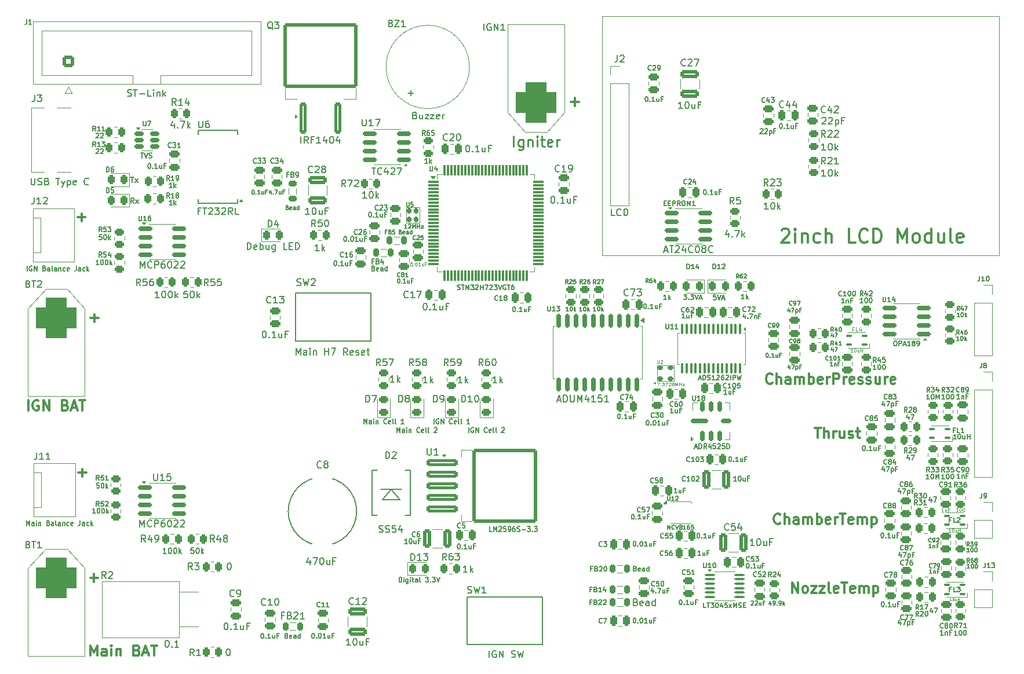
<source format=gto>
G04 #@! TF.GenerationSoftware,KiCad,Pcbnew,8.0.4*
G04 #@! TF.CreationDate,2024-09-09T14:24:52+09:00*
G04 #@! TF.ProjectId,Solid Rocket Motor Test Station,536f6c69-6420-4526-9f63-6b6574204d6f,1.0*
G04 #@! TF.SameCoordinates,Original*
G04 #@! TF.FileFunction,Legend,Top*
G04 #@! TF.FilePolarity,Positive*
%FSLAX46Y46*%
G04 Gerber Fmt 4.6, Leading zero omitted, Abs format (unit mm)*
G04 Created by KiCad (PCBNEW 8.0.4) date 2024-09-09 14:24:52*
%MOMM*%
%LPD*%
G01*
G04 APERTURE LIST*
G04 Aperture macros list*
%AMRoundRect*
0 Rectangle with rounded corners*
0 $1 Rounding radius*
0 $2 $3 $4 $5 $6 $7 $8 $9 X,Y pos of 4 corners*
0 Add a 4 corners polygon primitive as box body*
4,1,4,$2,$3,$4,$5,$6,$7,$8,$9,$2,$3,0*
0 Add four circle primitives for the rounded corners*
1,1,$1+$1,$2,$3*
1,1,$1+$1,$4,$5*
1,1,$1+$1,$6,$7*
1,1,$1+$1,$8,$9*
0 Add four rect primitives between the rounded corners*
20,1,$1+$1,$2,$3,$4,$5,0*
20,1,$1+$1,$4,$5,$6,$7,0*
20,1,$1+$1,$6,$7,$8,$9,0*
20,1,$1+$1,$8,$9,$2,$3,0*%
G04 Aperture macros list end*
%ADD10C,0.050000*%
%ADD11C,0.300000*%
%ADD12C,0.150000*%
%ADD13C,0.375000*%
%ADD14C,0.125000*%
%ADD15C,0.100000*%
%ADD16C,0.075000*%
%ADD17C,0.250000*%
%ADD18C,0.120000*%
%ADD19RoundRect,0.250000X0.250000X0.475000X-0.250000X0.475000X-0.250000X-0.475000X0.250000X-0.475000X0*%
%ADD20RoundRect,0.250000X-0.475000X0.250000X-0.475000X-0.250000X0.475000X-0.250000X0.475000X0.250000X0*%
%ADD21RoundRect,0.250000X-0.450000X0.262500X-0.450000X-0.262500X0.450000X-0.262500X0.450000X0.262500X0*%
%ADD22RoundRect,0.250000X0.262500X0.450000X-0.262500X0.450000X-0.262500X-0.450000X0.262500X-0.450000X0*%
%ADD23RoundRect,0.250000X1.100000X-0.325000X1.100000X0.325000X-1.100000X0.325000X-1.100000X-0.325000X0*%
%ADD24RoundRect,0.150000X-0.825000X-0.150000X0.825000X-0.150000X0.825000X0.150000X-0.825000X0.150000X0*%
%ADD25RoundRect,0.250000X0.450000X-0.262500X0.450000X0.262500X-0.450000X0.262500X-0.450000X-0.262500X0*%
%ADD26R,1.700000X1.700000*%
%ADD27O,1.700000X1.700000*%
%ADD28RoundRect,0.250000X0.475000X-0.250000X0.475000X0.250000X-0.475000X0.250000X-0.475000X-0.250000X0*%
%ADD29RoundRect,1.500000X-1.500000X1.500000X-1.500000X-1.500000X1.500000X-1.500000X1.500000X1.500000X0*%
%ADD30C,6.000000*%
%ADD31RoundRect,0.218750X-0.218750X-0.381250X0.218750X-0.381250X0.218750X0.381250X-0.218750X0.381250X0*%
%ADD32RoundRect,0.243750X0.456250X-0.243750X0.456250X0.243750X-0.456250X0.243750X-0.456250X-0.243750X0*%
%ADD33RoundRect,0.250000X0.325000X1.100000X-0.325000X1.100000X-0.325000X-1.100000X0.325000X-1.100000X0*%
%ADD34RoundRect,0.100000X-0.625000X-0.100000X0.625000X-0.100000X0.625000X0.100000X-0.625000X0.100000X0*%
%ADD35R,1.650000X2.850000*%
%ADD36R,3.000000X1.524000*%
%ADD37RoundRect,0.150000X-0.512500X-0.150000X0.512500X-0.150000X0.512500X0.150000X-0.512500X0.150000X0*%
%ADD38RoundRect,0.150000X0.825000X0.150000X-0.825000X0.150000X-0.825000X-0.150000X0.825000X-0.150000X0*%
%ADD39RoundRect,0.150000X-0.150000X0.875000X-0.150000X-0.875000X0.150000X-0.875000X0.150000X0.875000X0*%
%ADD40RoundRect,0.243750X0.243750X0.456250X-0.243750X0.456250X-0.243750X-0.456250X0.243750X-0.456250X0*%
%ADD41RoundRect,0.250000X-0.250000X-0.475000X0.250000X-0.475000X0.250000X0.475000X-0.250000X0.475000X0*%
%ADD42C,0.650000*%
%ADD43R,1.450000X0.600000*%
%ADD44R,1.450000X0.300000*%
%ADD45O,2.100000X1.000000*%
%ADD46O,1.600000X1.000000*%
%ADD47RoundRect,0.100000X0.300000X0.100000X-0.300000X0.100000X-0.300000X-0.100000X0.300000X-0.100000X0*%
%ADD48RoundRect,0.250000X-0.262500X-0.450000X0.262500X-0.450000X0.262500X0.450000X-0.262500X0.450000X0*%
%ADD49R,2.030000X1.730000*%
%ADD50O,2.030000X1.730000*%
%ADD51RoundRect,0.243750X-0.243750X-0.456250X0.243750X-0.456250X0.243750X0.456250X-0.243750X0.456250X0*%
%ADD52RoundRect,0.100000X-0.100000X0.637500X-0.100000X-0.637500X0.100000X-0.637500X0.100000X0.637500X0*%
%ADD53RoundRect,0.218750X-0.381250X0.218750X-0.381250X-0.218750X0.381250X-0.218750X0.381250X0.218750X0*%
%ADD54R,2.000000X2.000000*%
%ADD55C,2.000000*%
%ADD56RoundRect,0.175000X-0.175000X0.225000X-0.175000X-0.225000X0.175000X-0.225000X0.175000X0.225000X0*%
%ADD57RoundRect,0.175000X0.175000X0.575000X-0.175000X0.575000X-0.175000X-0.575000X0.175000X-0.575000X0*%
%ADD58RoundRect,0.175000X0.575000X0.175000X-0.575000X0.175000X-0.575000X-0.175000X0.575000X-0.175000X0*%
%ADD59RoundRect,0.175000X0.175000X-0.575000X0.175000X0.575000X-0.175000X0.575000X-0.175000X-0.575000X0*%
%ADD60RoundRect,0.175000X1.075000X0.175000X-1.075000X0.175000X-1.075000X-0.175000X1.075000X-0.175000X0*%
%ADD61RoundRect,0.250000X0.300000X-2.050000X0.300000X2.050000X-0.300000X2.050000X-0.300000X-2.050000X0*%
%ADD62RoundRect,0.250002X5.149998X-4.449998X5.149998X4.449998X-5.149998X4.449998X-5.149998X-4.449998X0*%
%ADD63R,0.650000X0.350000*%
%ADD64R,1.550000X2.400000*%
%ADD65RoundRect,0.250000X-0.325000X-1.100000X0.325000X-1.100000X0.325000X1.100000X-0.325000X1.100000X0*%
%ADD66RoundRect,0.075000X-0.725000X-0.075000X0.725000X-0.075000X0.725000X0.075000X-0.725000X0.075000X0*%
%ADD67RoundRect,0.075000X-0.075000X-0.725000X0.075000X-0.725000X0.075000X0.725000X-0.075000X0.725000X0*%
%ADD68RoundRect,0.250000X-1.100000X0.325000X-1.100000X-0.325000X1.100000X-0.325000X1.100000X0.325000X0*%
%ADD69R,1.750000X0.450000*%
%ADD70RoundRect,1.500000X1.500000X-1.500000X1.500000X1.500000X-1.500000X1.500000X-1.500000X-1.500000X0*%
%ADD71R,3.500000X2.500000*%
%ADD72RoundRect,0.250000X-2.050000X-0.300000X2.050000X-0.300000X2.050000X0.300000X-2.050000X0.300000X0*%
%ADD73RoundRect,0.250002X-4.449998X-5.149998X4.449998X-5.149998X4.449998X5.149998X-4.449998X5.149998X0*%
%ADD74RoundRect,0.162500X0.262500X-0.162500X0.262500X0.162500X-0.262500X0.162500X-0.262500X-0.162500X0*%
%ADD75C,3.200000*%
%ADD76R,1.800000X1.800000*%
%ADD77C,1.800000*%
%ADD78RoundRect,0.218750X0.218750X0.381250X-0.218750X0.381250X-0.218750X-0.381250X0.218750X-0.381250X0*%
%ADD79RoundRect,0.250000X0.600000X-0.600000X0.600000X0.600000X-0.600000X0.600000X-0.600000X-0.600000X0*%
%ADD80C,1.700000*%
%ADD81R,3.000000X2.000000*%
G04 APERTURE END LIST*
D10*
X169447800Y-55956000D02*
X227447800Y-55956000D01*
X227447800Y-90956000D01*
X169447800Y-90956000D01*
X169447800Y-55956000D01*
D11*
X195633320Y-87268114D02*
X195728558Y-87172876D01*
X195728558Y-87172876D02*
X195919034Y-87077638D01*
X195919034Y-87077638D02*
X196395225Y-87077638D01*
X196395225Y-87077638D02*
X196585701Y-87172876D01*
X196585701Y-87172876D02*
X196680939Y-87268114D01*
X196680939Y-87268114D02*
X196776177Y-87458590D01*
X196776177Y-87458590D02*
X196776177Y-87649066D01*
X196776177Y-87649066D02*
X196680939Y-87934780D01*
X196680939Y-87934780D02*
X195538082Y-89077638D01*
X195538082Y-89077638D02*
X196776177Y-89077638D01*
X197633320Y-89077638D02*
X197633320Y-87744304D01*
X197633320Y-87077638D02*
X197538082Y-87172876D01*
X197538082Y-87172876D02*
X197633320Y-87268114D01*
X197633320Y-87268114D02*
X197728558Y-87172876D01*
X197728558Y-87172876D02*
X197633320Y-87077638D01*
X197633320Y-87077638D02*
X197633320Y-87268114D01*
X198585701Y-87744304D02*
X198585701Y-89077638D01*
X198585701Y-87934780D02*
X198680939Y-87839542D01*
X198680939Y-87839542D02*
X198871415Y-87744304D01*
X198871415Y-87744304D02*
X199157130Y-87744304D01*
X199157130Y-87744304D02*
X199347606Y-87839542D01*
X199347606Y-87839542D02*
X199442844Y-88030019D01*
X199442844Y-88030019D02*
X199442844Y-89077638D01*
X201252368Y-88982400D02*
X201061892Y-89077638D01*
X201061892Y-89077638D02*
X200680939Y-89077638D01*
X200680939Y-89077638D02*
X200490463Y-88982400D01*
X200490463Y-88982400D02*
X200395225Y-88887161D01*
X200395225Y-88887161D02*
X200299987Y-88696685D01*
X200299987Y-88696685D02*
X200299987Y-88125257D01*
X200299987Y-88125257D02*
X200395225Y-87934780D01*
X200395225Y-87934780D02*
X200490463Y-87839542D01*
X200490463Y-87839542D02*
X200680939Y-87744304D01*
X200680939Y-87744304D02*
X201061892Y-87744304D01*
X201061892Y-87744304D02*
X201252368Y-87839542D01*
X202109511Y-89077638D02*
X202109511Y-87077638D01*
X202966654Y-89077638D02*
X202966654Y-88030019D01*
X202966654Y-88030019D02*
X202871416Y-87839542D01*
X202871416Y-87839542D02*
X202680940Y-87744304D01*
X202680940Y-87744304D02*
X202395225Y-87744304D01*
X202395225Y-87744304D02*
X202204749Y-87839542D01*
X202204749Y-87839542D02*
X202109511Y-87934780D01*
X206395226Y-89077638D02*
X205442845Y-89077638D01*
X205442845Y-89077638D02*
X205442845Y-87077638D01*
X208204750Y-88887161D02*
X208109512Y-88982400D01*
X208109512Y-88982400D02*
X207823798Y-89077638D01*
X207823798Y-89077638D02*
X207633322Y-89077638D01*
X207633322Y-89077638D02*
X207347607Y-88982400D01*
X207347607Y-88982400D02*
X207157131Y-88791923D01*
X207157131Y-88791923D02*
X207061893Y-88601447D01*
X207061893Y-88601447D02*
X206966655Y-88220495D01*
X206966655Y-88220495D02*
X206966655Y-87934780D01*
X206966655Y-87934780D02*
X207061893Y-87553828D01*
X207061893Y-87553828D02*
X207157131Y-87363352D01*
X207157131Y-87363352D02*
X207347607Y-87172876D01*
X207347607Y-87172876D02*
X207633322Y-87077638D01*
X207633322Y-87077638D02*
X207823798Y-87077638D01*
X207823798Y-87077638D02*
X208109512Y-87172876D01*
X208109512Y-87172876D02*
X208204750Y-87268114D01*
X209061893Y-89077638D02*
X209061893Y-87077638D01*
X209061893Y-87077638D02*
X209538083Y-87077638D01*
X209538083Y-87077638D02*
X209823798Y-87172876D01*
X209823798Y-87172876D02*
X210014274Y-87363352D01*
X210014274Y-87363352D02*
X210109512Y-87553828D01*
X210109512Y-87553828D02*
X210204750Y-87934780D01*
X210204750Y-87934780D02*
X210204750Y-88220495D01*
X210204750Y-88220495D02*
X210109512Y-88601447D01*
X210109512Y-88601447D02*
X210014274Y-88791923D01*
X210014274Y-88791923D02*
X209823798Y-88982400D01*
X209823798Y-88982400D02*
X209538083Y-89077638D01*
X209538083Y-89077638D02*
X209061893Y-89077638D01*
X212585703Y-89077638D02*
X212585703Y-87077638D01*
X212585703Y-87077638D02*
X213252370Y-88506209D01*
X213252370Y-88506209D02*
X213919036Y-87077638D01*
X213919036Y-87077638D02*
X213919036Y-89077638D01*
X215157131Y-89077638D02*
X214966655Y-88982400D01*
X214966655Y-88982400D02*
X214871417Y-88887161D01*
X214871417Y-88887161D02*
X214776179Y-88696685D01*
X214776179Y-88696685D02*
X214776179Y-88125257D01*
X214776179Y-88125257D02*
X214871417Y-87934780D01*
X214871417Y-87934780D02*
X214966655Y-87839542D01*
X214966655Y-87839542D02*
X215157131Y-87744304D01*
X215157131Y-87744304D02*
X215442846Y-87744304D01*
X215442846Y-87744304D02*
X215633322Y-87839542D01*
X215633322Y-87839542D02*
X215728560Y-87934780D01*
X215728560Y-87934780D02*
X215823798Y-88125257D01*
X215823798Y-88125257D02*
X215823798Y-88696685D01*
X215823798Y-88696685D02*
X215728560Y-88887161D01*
X215728560Y-88887161D02*
X215633322Y-88982400D01*
X215633322Y-88982400D02*
X215442846Y-89077638D01*
X215442846Y-89077638D02*
X215157131Y-89077638D01*
X217538084Y-89077638D02*
X217538084Y-87077638D01*
X217538084Y-88982400D02*
X217347608Y-89077638D01*
X217347608Y-89077638D02*
X216966655Y-89077638D01*
X216966655Y-89077638D02*
X216776179Y-88982400D01*
X216776179Y-88982400D02*
X216680941Y-88887161D01*
X216680941Y-88887161D02*
X216585703Y-88696685D01*
X216585703Y-88696685D02*
X216585703Y-88125257D01*
X216585703Y-88125257D02*
X216680941Y-87934780D01*
X216680941Y-87934780D02*
X216776179Y-87839542D01*
X216776179Y-87839542D02*
X216966655Y-87744304D01*
X216966655Y-87744304D02*
X217347608Y-87744304D01*
X217347608Y-87744304D02*
X217538084Y-87839542D01*
X219347608Y-87744304D02*
X219347608Y-89077638D01*
X218490465Y-87744304D02*
X218490465Y-88791923D01*
X218490465Y-88791923D02*
X218585703Y-88982400D01*
X218585703Y-88982400D02*
X218776179Y-89077638D01*
X218776179Y-89077638D02*
X219061894Y-89077638D01*
X219061894Y-89077638D02*
X219252370Y-88982400D01*
X219252370Y-88982400D02*
X219347608Y-88887161D01*
X220585703Y-89077638D02*
X220395227Y-88982400D01*
X220395227Y-88982400D02*
X220299989Y-88791923D01*
X220299989Y-88791923D02*
X220299989Y-87077638D01*
X222109513Y-88982400D02*
X221919037Y-89077638D01*
X221919037Y-89077638D02*
X221538084Y-89077638D01*
X221538084Y-89077638D02*
X221347608Y-88982400D01*
X221347608Y-88982400D02*
X221252370Y-88791923D01*
X221252370Y-88791923D02*
X221252370Y-88030019D01*
X221252370Y-88030019D02*
X221347608Y-87839542D01*
X221347608Y-87839542D02*
X221538084Y-87744304D01*
X221538084Y-87744304D02*
X221919037Y-87744304D01*
X221919037Y-87744304D02*
X222109513Y-87839542D01*
X222109513Y-87839542D02*
X222204751Y-88030019D01*
X222204751Y-88030019D02*
X222204751Y-88220495D01*
X222204751Y-88220495D02*
X221252370Y-88410971D01*
X95821489Y-100124400D02*
X94678632Y-100124400D01*
X95250060Y-100695828D02*
X95250060Y-99552971D01*
X93916489Y-85392400D02*
X92773632Y-85392400D01*
X93345060Y-85963828D02*
X93345060Y-84820971D01*
X95770489Y-138097400D02*
X94627632Y-138097400D01*
X95199060Y-138668828D02*
X95199060Y-137525971D01*
X166001689Y-68526800D02*
X164858832Y-68526800D01*
X165430260Y-69098228D02*
X165430260Y-67955371D01*
X94043489Y-122730400D02*
X92900632Y-122730400D01*
X93472060Y-123301828D02*
X93472060Y-122158971D01*
D12*
X141072142Y-97063580D02*
X141024523Y-97111200D01*
X141024523Y-97111200D02*
X140881666Y-97158819D01*
X140881666Y-97158819D02*
X140786428Y-97158819D01*
X140786428Y-97158819D02*
X140643571Y-97111200D01*
X140643571Y-97111200D02*
X140548333Y-97015961D01*
X140548333Y-97015961D02*
X140500714Y-96920723D01*
X140500714Y-96920723D02*
X140453095Y-96730247D01*
X140453095Y-96730247D02*
X140453095Y-96587390D01*
X140453095Y-96587390D02*
X140500714Y-96396914D01*
X140500714Y-96396914D02*
X140548333Y-96301676D01*
X140548333Y-96301676D02*
X140643571Y-96206438D01*
X140643571Y-96206438D02*
X140786428Y-96158819D01*
X140786428Y-96158819D02*
X140881666Y-96158819D01*
X140881666Y-96158819D02*
X141024523Y-96206438D01*
X141024523Y-96206438D02*
X141072142Y-96254057D01*
X142024523Y-97158819D02*
X141453095Y-97158819D01*
X141738809Y-97158819D02*
X141738809Y-96158819D01*
X141738809Y-96158819D02*
X141643571Y-96301676D01*
X141643571Y-96301676D02*
X141548333Y-96396914D01*
X141548333Y-96396914D02*
X141453095Y-96444533D01*
X142357857Y-96158819D02*
X143024523Y-96158819D01*
X143024523Y-96158819D02*
X142595952Y-97158819D01*
X143501143Y-97936819D02*
X143596381Y-97936819D01*
X143596381Y-97936819D02*
X143691619Y-97984438D01*
X143691619Y-97984438D02*
X143739238Y-98032057D01*
X143739238Y-98032057D02*
X143786857Y-98127295D01*
X143786857Y-98127295D02*
X143834476Y-98317771D01*
X143834476Y-98317771D02*
X143834476Y-98555866D01*
X143834476Y-98555866D02*
X143786857Y-98746342D01*
X143786857Y-98746342D02*
X143739238Y-98841580D01*
X143739238Y-98841580D02*
X143691619Y-98889200D01*
X143691619Y-98889200D02*
X143596381Y-98936819D01*
X143596381Y-98936819D02*
X143501143Y-98936819D01*
X143501143Y-98936819D02*
X143405905Y-98889200D01*
X143405905Y-98889200D02*
X143358286Y-98841580D01*
X143358286Y-98841580D02*
X143310667Y-98746342D01*
X143310667Y-98746342D02*
X143263048Y-98555866D01*
X143263048Y-98555866D02*
X143263048Y-98317771D01*
X143263048Y-98317771D02*
X143310667Y-98127295D01*
X143310667Y-98127295D02*
X143358286Y-98032057D01*
X143358286Y-98032057D02*
X143405905Y-97984438D01*
X143405905Y-97984438D02*
X143501143Y-97936819D01*
X144263048Y-98841580D02*
X144310667Y-98889200D01*
X144310667Y-98889200D02*
X144263048Y-98936819D01*
X144263048Y-98936819D02*
X144215429Y-98889200D01*
X144215429Y-98889200D02*
X144263048Y-98841580D01*
X144263048Y-98841580D02*
X144263048Y-98936819D01*
X145263047Y-98936819D02*
X144691619Y-98936819D01*
X144977333Y-98936819D02*
X144977333Y-97936819D01*
X144977333Y-97936819D02*
X144882095Y-98079676D01*
X144882095Y-98079676D02*
X144786857Y-98174914D01*
X144786857Y-98174914D02*
X144691619Y-98222533D01*
X146120190Y-98270152D02*
X146120190Y-98936819D01*
X145691619Y-98270152D02*
X145691619Y-98793961D01*
X145691619Y-98793961D02*
X145739238Y-98889200D01*
X145739238Y-98889200D02*
X145834476Y-98936819D01*
X145834476Y-98936819D02*
X145977333Y-98936819D01*
X145977333Y-98936819D02*
X146072571Y-98889200D01*
X146072571Y-98889200D02*
X146120190Y-98841580D01*
X146929714Y-98413009D02*
X146596381Y-98413009D01*
X146596381Y-98936819D02*
X146596381Y-97936819D01*
X146596381Y-97936819D02*
X147072571Y-97936819D01*
X202460771Y-106187628D02*
X202432199Y-106216200D01*
X202432199Y-106216200D02*
X202346485Y-106244771D01*
X202346485Y-106244771D02*
X202289342Y-106244771D01*
X202289342Y-106244771D02*
X202203628Y-106216200D01*
X202203628Y-106216200D02*
X202146485Y-106159057D01*
X202146485Y-106159057D02*
X202117914Y-106101914D01*
X202117914Y-106101914D02*
X202089342Y-105987628D01*
X202089342Y-105987628D02*
X202089342Y-105901914D01*
X202089342Y-105901914D02*
X202117914Y-105787628D01*
X202117914Y-105787628D02*
X202146485Y-105730485D01*
X202146485Y-105730485D02*
X202203628Y-105673342D01*
X202203628Y-105673342D02*
X202289342Y-105644771D01*
X202289342Y-105644771D02*
X202346485Y-105644771D01*
X202346485Y-105644771D02*
X202432199Y-105673342D01*
X202432199Y-105673342D02*
X202460771Y-105701914D01*
X203032199Y-106244771D02*
X202689342Y-106244771D01*
X202860771Y-106244771D02*
X202860771Y-105644771D01*
X202860771Y-105644771D02*
X202803628Y-105730485D01*
X202803628Y-105730485D02*
X202746485Y-105787628D01*
X202746485Y-105787628D02*
X202689342Y-105816200D01*
X203403628Y-105644771D02*
X203460771Y-105644771D01*
X203460771Y-105644771D02*
X203517914Y-105673342D01*
X203517914Y-105673342D02*
X203546486Y-105701914D01*
X203546486Y-105701914D02*
X203575057Y-105759057D01*
X203575057Y-105759057D02*
X203603628Y-105873342D01*
X203603628Y-105873342D02*
X203603628Y-106016200D01*
X203603628Y-106016200D02*
X203575057Y-106130485D01*
X203575057Y-106130485D02*
X203546486Y-106187628D01*
X203546486Y-106187628D02*
X203517914Y-106216200D01*
X203517914Y-106216200D02*
X203460771Y-106244771D01*
X203460771Y-106244771D02*
X203403628Y-106244771D01*
X203403628Y-106244771D02*
X203346486Y-106216200D01*
X203346486Y-106216200D02*
X203317914Y-106187628D01*
X203317914Y-106187628D02*
X203289343Y-106130485D01*
X203289343Y-106130485D02*
X203260771Y-106016200D01*
X203260771Y-106016200D02*
X203260771Y-105873342D01*
X203260771Y-105873342D02*
X203289343Y-105759057D01*
X203289343Y-105759057D02*
X203317914Y-105701914D01*
X203317914Y-105701914D02*
X203346486Y-105673342D01*
X203346486Y-105673342D02*
X203403628Y-105644771D01*
X204175057Y-106244771D02*
X203832200Y-106244771D01*
X204003629Y-106244771D02*
X204003629Y-105644771D01*
X204003629Y-105644771D02*
X203946486Y-105730485D01*
X203946486Y-105730485D02*
X203889343Y-105787628D01*
X203889343Y-105787628D02*
X203832200Y-105816200D01*
X203079856Y-107133771D02*
X202736999Y-107133771D01*
X202908428Y-107133771D02*
X202908428Y-106533771D01*
X202908428Y-106533771D02*
X202851285Y-106619485D01*
X202851285Y-106619485D02*
X202794142Y-106676628D01*
X202794142Y-106676628D02*
X202736999Y-106705200D01*
X203337000Y-106733771D02*
X203337000Y-107133771D01*
X203337000Y-106790914D02*
X203365571Y-106762342D01*
X203365571Y-106762342D02*
X203422714Y-106733771D01*
X203422714Y-106733771D02*
X203508428Y-106733771D01*
X203508428Y-106733771D02*
X203565571Y-106762342D01*
X203565571Y-106762342D02*
X203594143Y-106819485D01*
X203594143Y-106819485D02*
X203594143Y-107133771D01*
X204079857Y-106819485D02*
X203879857Y-106819485D01*
X203879857Y-107133771D02*
X203879857Y-106533771D01*
X203879857Y-106533771D02*
X204165571Y-106533771D01*
X177078999Y-139244366D02*
X177045666Y-139277700D01*
X177045666Y-139277700D02*
X176945666Y-139311033D01*
X176945666Y-139311033D02*
X176878999Y-139311033D01*
X176878999Y-139311033D02*
X176778999Y-139277700D01*
X176778999Y-139277700D02*
X176712333Y-139211033D01*
X176712333Y-139211033D02*
X176678999Y-139144366D01*
X176678999Y-139144366D02*
X176645666Y-139011033D01*
X176645666Y-139011033D02*
X176645666Y-138911033D01*
X176645666Y-138911033D02*
X176678999Y-138777700D01*
X176678999Y-138777700D02*
X176712333Y-138711033D01*
X176712333Y-138711033D02*
X176778999Y-138644366D01*
X176778999Y-138644366D02*
X176878999Y-138611033D01*
X176878999Y-138611033D02*
X176945666Y-138611033D01*
X176945666Y-138611033D02*
X177045666Y-138644366D01*
X177045666Y-138644366D02*
X177078999Y-138677700D01*
X177712333Y-138611033D02*
X177378999Y-138611033D01*
X177378999Y-138611033D02*
X177345666Y-138944366D01*
X177345666Y-138944366D02*
X177378999Y-138911033D01*
X177378999Y-138911033D02*
X177445666Y-138877700D01*
X177445666Y-138877700D02*
X177612333Y-138877700D01*
X177612333Y-138877700D02*
X177678999Y-138911033D01*
X177678999Y-138911033D02*
X177712333Y-138944366D01*
X177712333Y-138944366D02*
X177745666Y-139011033D01*
X177745666Y-139011033D02*
X177745666Y-139177700D01*
X177745666Y-139177700D02*
X177712333Y-139244366D01*
X177712333Y-139244366D02*
X177678999Y-139277700D01*
X177678999Y-139277700D02*
X177612333Y-139311033D01*
X177612333Y-139311033D02*
X177445666Y-139311033D01*
X177445666Y-139311033D02*
X177378999Y-139277700D01*
X177378999Y-139277700D02*
X177345666Y-139244366D01*
X178179000Y-138611033D02*
X178245666Y-138611033D01*
X178245666Y-138611033D02*
X178312333Y-138644366D01*
X178312333Y-138644366D02*
X178345666Y-138677700D01*
X178345666Y-138677700D02*
X178379000Y-138744366D01*
X178379000Y-138744366D02*
X178412333Y-138877700D01*
X178412333Y-138877700D02*
X178412333Y-139044366D01*
X178412333Y-139044366D02*
X178379000Y-139177700D01*
X178379000Y-139177700D02*
X178345666Y-139244366D01*
X178345666Y-139244366D02*
X178312333Y-139277700D01*
X178312333Y-139277700D02*
X178245666Y-139311033D01*
X178245666Y-139311033D02*
X178179000Y-139311033D01*
X178179000Y-139311033D02*
X178112333Y-139277700D01*
X178112333Y-139277700D02*
X178079000Y-139244366D01*
X178079000Y-139244366D02*
X178045666Y-139177700D01*
X178045666Y-139177700D02*
X178012333Y-139044366D01*
X178012333Y-139044366D02*
X178012333Y-138877700D01*
X178012333Y-138877700D02*
X178045666Y-138744366D01*
X178045666Y-138744366D02*
X178079000Y-138677700D01*
X178079000Y-138677700D02*
X178112333Y-138644366D01*
X178112333Y-138644366D02*
X178179000Y-138611033D01*
X176901266Y-139834966D02*
X176901266Y-140301633D01*
X176734600Y-139568300D02*
X176567933Y-140068300D01*
X176567933Y-140068300D02*
X177001266Y-140068300D01*
X177267933Y-140234966D02*
X177301267Y-140268300D01*
X177301267Y-140268300D02*
X177267933Y-140301633D01*
X177267933Y-140301633D02*
X177234600Y-140268300D01*
X177234600Y-140268300D02*
X177267933Y-140234966D01*
X177267933Y-140234966D02*
X177267933Y-140301633D01*
X177534600Y-139601633D02*
X178001266Y-139601633D01*
X178001266Y-139601633D02*
X177701266Y-140301633D01*
X178567933Y-139834966D02*
X178567933Y-140301633D01*
X178267933Y-139834966D02*
X178267933Y-140201633D01*
X178267933Y-140201633D02*
X178301267Y-140268300D01*
X178301267Y-140268300D02*
X178367933Y-140301633D01*
X178367933Y-140301633D02*
X178467933Y-140301633D01*
X178467933Y-140301633D02*
X178534600Y-140268300D01*
X178534600Y-140268300D02*
X178567933Y-140234966D01*
X179134600Y-139934966D02*
X178901266Y-139934966D01*
X178901266Y-140301633D02*
X178901266Y-139601633D01*
X178901266Y-139601633D02*
X179234600Y-139601633D01*
X146914142Y-107064819D02*
X146580809Y-106588628D01*
X146342714Y-107064819D02*
X146342714Y-106064819D01*
X146342714Y-106064819D02*
X146723666Y-106064819D01*
X146723666Y-106064819D02*
X146818904Y-106112438D01*
X146818904Y-106112438D02*
X146866523Y-106160057D01*
X146866523Y-106160057D02*
X146914142Y-106255295D01*
X146914142Y-106255295D02*
X146914142Y-106398152D01*
X146914142Y-106398152D02*
X146866523Y-106493390D01*
X146866523Y-106493390D02*
X146818904Y-106541009D01*
X146818904Y-106541009D02*
X146723666Y-106588628D01*
X146723666Y-106588628D02*
X146342714Y-106588628D01*
X147818904Y-106064819D02*
X147342714Y-106064819D01*
X147342714Y-106064819D02*
X147295095Y-106541009D01*
X147295095Y-106541009D02*
X147342714Y-106493390D01*
X147342714Y-106493390D02*
X147437952Y-106445771D01*
X147437952Y-106445771D02*
X147676047Y-106445771D01*
X147676047Y-106445771D02*
X147771285Y-106493390D01*
X147771285Y-106493390D02*
X147818904Y-106541009D01*
X147818904Y-106541009D02*
X147866523Y-106636247D01*
X147866523Y-106636247D02*
X147866523Y-106874342D01*
X147866523Y-106874342D02*
X147818904Y-106969580D01*
X147818904Y-106969580D02*
X147771285Y-107017200D01*
X147771285Y-107017200D02*
X147676047Y-107064819D01*
X147676047Y-107064819D02*
X147437952Y-107064819D01*
X147437952Y-107064819D02*
X147342714Y-107017200D01*
X147342714Y-107017200D02*
X147295095Y-106969580D01*
X148342714Y-107064819D02*
X148533190Y-107064819D01*
X148533190Y-107064819D02*
X148628428Y-107017200D01*
X148628428Y-107017200D02*
X148676047Y-106969580D01*
X148676047Y-106969580D02*
X148771285Y-106826723D01*
X148771285Y-106826723D02*
X148818904Y-106636247D01*
X148818904Y-106636247D02*
X148818904Y-106255295D01*
X148818904Y-106255295D02*
X148771285Y-106160057D01*
X148771285Y-106160057D02*
X148723666Y-106112438D01*
X148723666Y-106112438D02*
X148628428Y-106064819D01*
X148628428Y-106064819D02*
X148437952Y-106064819D01*
X148437952Y-106064819D02*
X148342714Y-106112438D01*
X148342714Y-106112438D02*
X148295095Y-106160057D01*
X148295095Y-106160057D02*
X148247476Y-106255295D01*
X148247476Y-106255295D02*
X148247476Y-106493390D01*
X148247476Y-106493390D02*
X148295095Y-106588628D01*
X148295095Y-106588628D02*
X148342714Y-106636247D01*
X148342714Y-106636247D02*
X148437952Y-106683866D01*
X148437952Y-106683866D02*
X148628428Y-106683866D01*
X148628428Y-106683866D02*
X148723666Y-106636247D01*
X148723666Y-106636247D02*
X148771285Y-106588628D01*
X148771285Y-106588628D02*
X148818904Y-106493390D01*
X148961952Y-109604819D02*
X148390524Y-109604819D01*
X148676238Y-109604819D02*
X148676238Y-108604819D01*
X148676238Y-108604819D02*
X148581000Y-108747676D01*
X148581000Y-108747676D02*
X148485762Y-108842914D01*
X148485762Y-108842914D02*
X148390524Y-108890533D01*
X149390524Y-109604819D02*
X149390524Y-108604819D01*
X149485762Y-109223866D02*
X149771476Y-109604819D01*
X149771476Y-108938152D02*
X149390524Y-109319104D01*
X112751142Y-132855819D02*
X112417809Y-132379628D01*
X112179714Y-132855819D02*
X112179714Y-131855819D01*
X112179714Y-131855819D02*
X112560666Y-131855819D01*
X112560666Y-131855819D02*
X112655904Y-131903438D01*
X112655904Y-131903438D02*
X112703523Y-131951057D01*
X112703523Y-131951057D02*
X112751142Y-132046295D01*
X112751142Y-132046295D02*
X112751142Y-132189152D01*
X112751142Y-132189152D02*
X112703523Y-132284390D01*
X112703523Y-132284390D02*
X112655904Y-132332009D01*
X112655904Y-132332009D02*
X112560666Y-132379628D01*
X112560666Y-132379628D02*
X112179714Y-132379628D01*
X113608285Y-132189152D02*
X113608285Y-132855819D01*
X113370190Y-131808200D02*
X113132095Y-132522485D01*
X113132095Y-132522485D02*
X113751142Y-132522485D01*
X114274952Y-132284390D02*
X114179714Y-132236771D01*
X114179714Y-132236771D02*
X114132095Y-132189152D01*
X114132095Y-132189152D02*
X114084476Y-132093914D01*
X114084476Y-132093914D02*
X114084476Y-132046295D01*
X114084476Y-132046295D02*
X114132095Y-131951057D01*
X114132095Y-131951057D02*
X114179714Y-131903438D01*
X114179714Y-131903438D02*
X114274952Y-131855819D01*
X114274952Y-131855819D02*
X114465428Y-131855819D01*
X114465428Y-131855819D02*
X114560666Y-131903438D01*
X114560666Y-131903438D02*
X114608285Y-131951057D01*
X114608285Y-131951057D02*
X114655904Y-132046295D01*
X114655904Y-132046295D02*
X114655904Y-132093914D01*
X114655904Y-132093914D02*
X114608285Y-132189152D01*
X114608285Y-132189152D02*
X114560666Y-132236771D01*
X114560666Y-132236771D02*
X114465428Y-132284390D01*
X114465428Y-132284390D02*
X114274952Y-132284390D01*
X114274952Y-132284390D02*
X114179714Y-132332009D01*
X114179714Y-132332009D02*
X114132095Y-132379628D01*
X114132095Y-132379628D02*
X114084476Y-132474866D01*
X114084476Y-132474866D02*
X114084476Y-132665342D01*
X114084476Y-132665342D02*
X114132095Y-132760580D01*
X114132095Y-132760580D02*
X114179714Y-132808200D01*
X114179714Y-132808200D02*
X114274952Y-132855819D01*
X114274952Y-132855819D02*
X114465428Y-132855819D01*
X114465428Y-132855819D02*
X114560666Y-132808200D01*
X114560666Y-132808200D02*
X114608285Y-132760580D01*
X114608285Y-132760580D02*
X114655904Y-132665342D01*
X114655904Y-132665342D02*
X114655904Y-132474866D01*
X114655904Y-132474866D02*
X114608285Y-132379628D01*
X114608285Y-132379628D02*
X114560666Y-132332009D01*
X114560666Y-132332009D02*
X114465428Y-132284390D01*
X109743214Y-133731295D02*
X109362262Y-133731295D01*
X109362262Y-133731295D02*
X109324166Y-134112247D01*
X109324166Y-134112247D02*
X109362262Y-134074152D01*
X109362262Y-134074152D02*
X109438452Y-134036057D01*
X109438452Y-134036057D02*
X109628928Y-134036057D01*
X109628928Y-134036057D02*
X109705119Y-134074152D01*
X109705119Y-134074152D02*
X109743214Y-134112247D01*
X109743214Y-134112247D02*
X109781309Y-134188438D01*
X109781309Y-134188438D02*
X109781309Y-134378914D01*
X109781309Y-134378914D02*
X109743214Y-134455104D01*
X109743214Y-134455104D02*
X109705119Y-134493200D01*
X109705119Y-134493200D02*
X109628928Y-134531295D01*
X109628928Y-134531295D02*
X109438452Y-134531295D01*
X109438452Y-134531295D02*
X109362262Y-134493200D01*
X109362262Y-134493200D02*
X109324166Y-134455104D01*
X110276548Y-133731295D02*
X110352738Y-133731295D01*
X110352738Y-133731295D02*
X110428929Y-133769390D01*
X110428929Y-133769390D02*
X110467024Y-133807485D01*
X110467024Y-133807485D02*
X110505119Y-133883676D01*
X110505119Y-133883676D02*
X110543214Y-134036057D01*
X110543214Y-134036057D02*
X110543214Y-134226533D01*
X110543214Y-134226533D02*
X110505119Y-134378914D01*
X110505119Y-134378914D02*
X110467024Y-134455104D01*
X110467024Y-134455104D02*
X110428929Y-134493200D01*
X110428929Y-134493200D02*
X110352738Y-134531295D01*
X110352738Y-134531295D02*
X110276548Y-134531295D01*
X110276548Y-134531295D02*
X110200357Y-134493200D01*
X110200357Y-134493200D02*
X110162262Y-134455104D01*
X110162262Y-134455104D02*
X110124167Y-134378914D01*
X110124167Y-134378914D02*
X110086071Y-134226533D01*
X110086071Y-134226533D02*
X110086071Y-134036057D01*
X110086071Y-134036057D02*
X110124167Y-133883676D01*
X110124167Y-133883676D02*
X110162262Y-133807485D01*
X110162262Y-133807485D02*
X110200357Y-133769390D01*
X110200357Y-133769390D02*
X110276548Y-133731295D01*
X110886072Y-134531295D02*
X110886072Y-133731295D01*
X110962262Y-134226533D02*
X111190834Y-134531295D01*
X111190834Y-133997961D02*
X110886072Y-134302723D01*
X127102142Y-78775580D02*
X127054523Y-78823200D01*
X127054523Y-78823200D02*
X126911666Y-78870819D01*
X126911666Y-78870819D02*
X126816428Y-78870819D01*
X126816428Y-78870819D02*
X126673571Y-78823200D01*
X126673571Y-78823200D02*
X126578333Y-78727961D01*
X126578333Y-78727961D02*
X126530714Y-78632723D01*
X126530714Y-78632723D02*
X126483095Y-78442247D01*
X126483095Y-78442247D02*
X126483095Y-78299390D01*
X126483095Y-78299390D02*
X126530714Y-78108914D01*
X126530714Y-78108914D02*
X126578333Y-78013676D01*
X126578333Y-78013676D02*
X126673571Y-77918438D01*
X126673571Y-77918438D02*
X126816428Y-77870819D01*
X126816428Y-77870819D02*
X126911666Y-77870819D01*
X126911666Y-77870819D02*
X127054523Y-77918438D01*
X127054523Y-77918438D02*
X127102142Y-77966057D01*
X127483095Y-77966057D02*
X127530714Y-77918438D01*
X127530714Y-77918438D02*
X127625952Y-77870819D01*
X127625952Y-77870819D02*
X127864047Y-77870819D01*
X127864047Y-77870819D02*
X127959285Y-77918438D01*
X127959285Y-77918438D02*
X128006904Y-77966057D01*
X128006904Y-77966057D02*
X128054523Y-78061295D01*
X128054523Y-78061295D02*
X128054523Y-78156533D01*
X128054523Y-78156533D02*
X128006904Y-78299390D01*
X128006904Y-78299390D02*
X127435476Y-78870819D01*
X127435476Y-78870819D02*
X128054523Y-78870819D01*
X128625952Y-78299390D02*
X128530714Y-78251771D01*
X128530714Y-78251771D02*
X128483095Y-78204152D01*
X128483095Y-78204152D02*
X128435476Y-78108914D01*
X128435476Y-78108914D02*
X128435476Y-78061295D01*
X128435476Y-78061295D02*
X128483095Y-77966057D01*
X128483095Y-77966057D02*
X128530714Y-77918438D01*
X128530714Y-77918438D02*
X128625952Y-77870819D01*
X128625952Y-77870819D02*
X128816428Y-77870819D01*
X128816428Y-77870819D02*
X128911666Y-77918438D01*
X128911666Y-77918438D02*
X128959285Y-77966057D01*
X128959285Y-77966057D02*
X129006904Y-78061295D01*
X129006904Y-78061295D02*
X129006904Y-78108914D01*
X129006904Y-78108914D02*
X128959285Y-78204152D01*
X128959285Y-78204152D02*
X128911666Y-78251771D01*
X128911666Y-78251771D02*
X128816428Y-78299390D01*
X128816428Y-78299390D02*
X128625952Y-78299390D01*
X128625952Y-78299390D02*
X128530714Y-78347009D01*
X128530714Y-78347009D02*
X128483095Y-78394628D01*
X128483095Y-78394628D02*
X128435476Y-78489866D01*
X128435476Y-78489866D02*
X128435476Y-78680342D01*
X128435476Y-78680342D02*
X128483095Y-78775580D01*
X128483095Y-78775580D02*
X128530714Y-78823200D01*
X128530714Y-78823200D02*
X128625952Y-78870819D01*
X128625952Y-78870819D02*
X128816428Y-78870819D01*
X128816428Y-78870819D02*
X128911666Y-78823200D01*
X128911666Y-78823200D02*
X128959285Y-78775580D01*
X128959285Y-78775580D02*
X129006904Y-78680342D01*
X129006904Y-78680342D02*
X129006904Y-78489866D01*
X129006904Y-78489866D02*
X128959285Y-78394628D01*
X128959285Y-78394628D02*
X128911666Y-78347009D01*
X128911666Y-78347009D02*
X128816428Y-78299390D01*
X126673571Y-84966819D02*
X126102143Y-84966819D01*
X126387857Y-84966819D02*
X126387857Y-83966819D01*
X126387857Y-83966819D02*
X126292619Y-84109676D01*
X126292619Y-84109676D02*
X126197381Y-84204914D01*
X126197381Y-84204914D02*
X126102143Y-84252533D01*
X127292619Y-83966819D02*
X127387857Y-83966819D01*
X127387857Y-83966819D02*
X127483095Y-84014438D01*
X127483095Y-84014438D02*
X127530714Y-84062057D01*
X127530714Y-84062057D02*
X127578333Y-84157295D01*
X127578333Y-84157295D02*
X127625952Y-84347771D01*
X127625952Y-84347771D02*
X127625952Y-84585866D01*
X127625952Y-84585866D02*
X127578333Y-84776342D01*
X127578333Y-84776342D02*
X127530714Y-84871580D01*
X127530714Y-84871580D02*
X127483095Y-84919200D01*
X127483095Y-84919200D02*
X127387857Y-84966819D01*
X127387857Y-84966819D02*
X127292619Y-84966819D01*
X127292619Y-84966819D02*
X127197381Y-84919200D01*
X127197381Y-84919200D02*
X127149762Y-84871580D01*
X127149762Y-84871580D02*
X127102143Y-84776342D01*
X127102143Y-84776342D02*
X127054524Y-84585866D01*
X127054524Y-84585866D02*
X127054524Y-84347771D01*
X127054524Y-84347771D02*
X127102143Y-84157295D01*
X127102143Y-84157295D02*
X127149762Y-84062057D01*
X127149762Y-84062057D02*
X127197381Y-84014438D01*
X127197381Y-84014438D02*
X127292619Y-83966819D01*
X128483095Y-84300152D02*
X128483095Y-84966819D01*
X128054524Y-84300152D02*
X128054524Y-84823961D01*
X128054524Y-84823961D02*
X128102143Y-84919200D01*
X128102143Y-84919200D02*
X128197381Y-84966819D01*
X128197381Y-84966819D02*
X128340238Y-84966819D01*
X128340238Y-84966819D02*
X128435476Y-84919200D01*
X128435476Y-84919200D02*
X128483095Y-84871580D01*
X129292619Y-84443009D02*
X128959286Y-84443009D01*
X128959286Y-84966819D02*
X128959286Y-83966819D01*
X128959286Y-83966819D02*
X129435476Y-83966819D01*
X95925999Y-123817033D02*
X95692666Y-123483700D01*
X95525999Y-123817033D02*
X95525999Y-123117033D01*
X95525999Y-123117033D02*
X95792666Y-123117033D01*
X95792666Y-123117033D02*
X95859333Y-123150366D01*
X95859333Y-123150366D02*
X95892666Y-123183700D01*
X95892666Y-123183700D02*
X95925999Y-123250366D01*
X95925999Y-123250366D02*
X95925999Y-123350366D01*
X95925999Y-123350366D02*
X95892666Y-123417033D01*
X95892666Y-123417033D02*
X95859333Y-123450366D01*
X95859333Y-123450366D02*
X95792666Y-123483700D01*
X95792666Y-123483700D02*
X95525999Y-123483700D01*
X96559333Y-123117033D02*
X96225999Y-123117033D01*
X96225999Y-123117033D02*
X96192666Y-123450366D01*
X96192666Y-123450366D02*
X96225999Y-123417033D01*
X96225999Y-123417033D02*
X96292666Y-123383700D01*
X96292666Y-123383700D02*
X96459333Y-123383700D01*
X96459333Y-123383700D02*
X96525999Y-123417033D01*
X96525999Y-123417033D02*
X96559333Y-123450366D01*
X96559333Y-123450366D02*
X96592666Y-123517033D01*
X96592666Y-123517033D02*
X96592666Y-123683700D01*
X96592666Y-123683700D02*
X96559333Y-123750366D01*
X96559333Y-123750366D02*
X96525999Y-123783700D01*
X96525999Y-123783700D02*
X96459333Y-123817033D01*
X96459333Y-123817033D02*
X96292666Y-123817033D01*
X96292666Y-123817033D02*
X96225999Y-123783700D01*
X96225999Y-123783700D02*
X96192666Y-123750366D01*
X97259333Y-123817033D02*
X96859333Y-123817033D01*
X97059333Y-123817033D02*
X97059333Y-123117033D01*
X97059333Y-123117033D02*
X96992666Y-123217033D01*
X96992666Y-123217033D02*
X96926000Y-123283700D01*
X96926000Y-123283700D02*
X96859333Y-123317033D01*
X95926000Y-124260033D02*
X95592666Y-124260033D01*
X95592666Y-124260033D02*
X95559333Y-124593366D01*
X95559333Y-124593366D02*
X95592666Y-124560033D01*
X95592666Y-124560033D02*
X95659333Y-124526700D01*
X95659333Y-124526700D02*
X95826000Y-124526700D01*
X95826000Y-124526700D02*
X95892666Y-124560033D01*
X95892666Y-124560033D02*
X95926000Y-124593366D01*
X95926000Y-124593366D02*
X95959333Y-124660033D01*
X95959333Y-124660033D02*
X95959333Y-124826700D01*
X95959333Y-124826700D02*
X95926000Y-124893366D01*
X95926000Y-124893366D02*
X95892666Y-124926700D01*
X95892666Y-124926700D02*
X95826000Y-124960033D01*
X95826000Y-124960033D02*
X95659333Y-124960033D01*
X95659333Y-124960033D02*
X95592666Y-124926700D01*
X95592666Y-124926700D02*
X95559333Y-124893366D01*
X96392667Y-124260033D02*
X96459333Y-124260033D01*
X96459333Y-124260033D02*
X96526000Y-124293366D01*
X96526000Y-124293366D02*
X96559333Y-124326700D01*
X96559333Y-124326700D02*
X96592667Y-124393366D01*
X96592667Y-124393366D02*
X96626000Y-124526700D01*
X96626000Y-124526700D02*
X96626000Y-124693366D01*
X96626000Y-124693366D02*
X96592667Y-124826700D01*
X96592667Y-124826700D02*
X96559333Y-124893366D01*
X96559333Y-124893366D02*
X96526000Y-124926700D01*
X96526000Y-124926700D02*
X96459333Y-124960033D01*
X96459333Y-124960033D02*
X96392667Y-124960033D01*
X96392667Y-124960033D02*
X96326000Y-124926700D01*
X96326000Y-124926700D02*
X96292667Y-124893366D01*
X96292667Y-124893366D02*
X96259333Y-124826700D01*
X96259333Y-124826700D02*
X96226000Y-124693366D01*
X96226000Y-124693366D02*
X96226000Y-124526700D01*
X96226000Y-124526700D02*
X96259333Y-124393366D01*
X96259333Y-124393366D02*
X96292667Y-124326700D01*
X96292667Y-124326700D02*
X96326000Y-124293366D01*
X96326000Y-124293366D02*
X96392667Y-124260033D01*
X96926000Y-124960033D02*
X96926000Y-124260033D01*
X96992667Y-124693366D02*
X97192667Y-124960033D01*
X97192667Y-124493366D02*
X96926000Y-124760033D01*
X103881905Y-122855819D02*
X103881905Y-123665342D01*
X103881905Y-123665342D02*
X103929524Y-123760580D01*
X103929524Y-123760580D02*
X103977143Y-123808200D01*
X103977143Y-123808200D02*
X104072381Y-123855819D01*
X104072381Y-123855819D02*
X104262857Y-123855819D01*
X104262857Y-123855819D02*
X104358095Y-123808200D01*
X104358095Y-123808200D02*
X104405714Y-123760580D01*
X104405714Y-123760580D02*
X104453333Y-123665342D01*
X104453333Y-123665342D02*
X104453333Y-122855819D01*
X105453333Y-123855819D02*
X104881905Y-123855819D01*
X105167619Y-123855819D02*
X105167619Y-122855819D01*
X105167619Y-122855819D02*
X105072381Y-122998676D01*
X105072381Y-122998676D02*
X104977143Y-123093914D01*
X104977143Y-123093914D02*
X104881905Y-123141533D01*
X106358095Y-122855819D02*
X105881905Y-122855819D01*
X105881905Y-122855819D02*
X105834286Y-123332009D01*
X105834286Y-123332009D02*
X105881905Y-123284390D01*
X105881905Y-123284390D02*
X105977143Y-123236771D01*
X105977143Y-123236771D02*
X106215238Y-123236771D01*
X106215238Y-123236771D02*
X106310476Y-123284390D01*
X106310476Y-123284390D02*
X106358095Y-123332009D01*
X106358095Y-123332009D02*
X106405714Y-123427247D01*
X106405714Y-123427247D02*
X106405714Y-123665342D01*
X106405714Y-123665342D02*
X106358095Y-123760580D01*
X106358095Y-123760580D02*
X106310476Y-123808200D01*
X106310476Y-123808200D02*
X106215238Y-123855819D01*
X106215238Y-123855819D02*
X105977143Y-123855819D01*
X105977143Y-123855819D02*
X105881905Y-123808200D01*
X105881905Y-123808200D02*
X105834286Y-123760580D01*
X101881905Y-130655819D02*
X101881905Y-129655819D01*
X101881905Y-129655819D02*
X102215238Y-130370104D01*
X102215238Y-130370104D02*
X102548571Y-129655819D01*
X102548571Y-129655819D02*
X102548571Y-130655819D01*
X103596190Y-130560580D02*
X103548571Y-130608200D01*
X103548571Y-130608200D02*
X103405714Y-130655819D01*
X103405714Y-130655819D02*
X103310476Y-130655819D01*
X103310476Y-130655819D02*
X103167619Y-130608200D01*
X103167619Y-130608200D02*
X103072381Y-130512961D01*
X103072381Y-130512961D02*
X103024762Y-130417723D01*
X103024762Y-130417723D02*
X102977143Y-130227247D01*
X102977143Y-130227247D02*
X102977143Y-130084390D01*
X102977143Y-130084390D02*
X103024762Y-129893914D01*
X103024762Y-129893914D02*
X103072381Y-129798676D01*
X103072381Y-129798676D02*
X103167619Y-129703438D01*
X103167619Y-129703438D02*
X103310476Y-129655819D01*
X103310476Y-129655819D02*
X103405714Y-129655819D01*
X103405714Y-129655819D02*
X103548571Y-129703438D01*
X103548571Y-129703438D02*
X103596190Y-129751057D01*
X104024762Y-130655819D02*
X104024762Y-129655819D01*
X104024762Y-129655819D02*
X104405714Y-129655819D01*
X104405714Y-129655819D02*
X104500952Y-129703438D01*
X104500952Y-129703438D02*
X104548571Y-129751057D01*
X104548571Y-129751057D02*
X104596190Y-129846295D01*
X104596190Y-129846295D02*
X104596190Y-129989152D01*
X104596190Y-129989152D02*
X104548571Y-130084390D01*
X104548571Y-130084390D02*
X104500952Y-130132009D01*
X104500952Y-130132009D02*
X104405714Y-130179628D01*
X104405714Y-130179628D02*
X104024762Y-130179628D01*
X105453333Y-129655819D02*
X105262857Y-129655819D01*
X105262857Y-129655819D02*
X105167619Y-129703438D01*
X105167619Y-129703438D02*
X105120000Y-129751057D01*
X105120000Y-129751057D02*
X105024762Y-129893914D01*
X105024762Y-129893914D02*
X104977143Y-130084390D01*
X104977143Y-130084390D02*
X104977143Y-130465342D01*
X104977143Y-130465342D02*
X105024762Y-130560580D01*
X105024762Y-130560580D02*
X105072381Y-130608200D01*
X105072381Y-130608200D02*
X105167619Y-130655819D01*
X105167619Y-130655819D02*
X105358095Y-130655819D01*
X105358095Y-130655819D02*
X105453333Y-130608200D01*
X105453333Y-130608200D02*
X105500952Y-130560580D01*
X105500952Y-130560580D02*
X105548571Y-130465342D01*
X105548571Y-130465342D02*
X105548571Y-130227247D01*
X105548571Y-130227247D02*
X105500952Y-130132009D01*
X105500952Y-130132009D02*
X105453333Y-130084390D01*
X105453333Y-130084390D02*
X105358095Y-130036771D01*
X105358095Y-130036771D02*
X105167619Y-130036771D01*
X105167619Y-130036771D02*
X105072381Y-130084390D01*
X105072381Y-130084390D02*
X105024762Y-130132009D01*
X105024762Y-130132009D02*
X104977143Y-130227247D01*
X106167619Y-129655819D02*
X106262857Y-129655819D01*
X106262857Y-129655819D02*
X106358095Y-129703438D01*
X106358095Y-129703438D02*
X106405714Y-129751057D01*
X106405714Y-129751057D02*
X106453333Y-129846295D01*
X106453333Y-129846295D02*
X106500952Y-130036771D01*
X106500952Y-130036771D02*
X106500952Y-130274866D01*
X106500952Y-130274866D02*
X106453333Y-130465342D01*
X106453333Y-130465342D02*
X106405714Y-130560580D01*
X106405714Y-130560580D02*
X106358095Y-130608200D01*
X106358095Y-130608200D02*
X106262857Y-130655819D01*
X106262857Y-130655819D02*
X106167619Y-130655819D01*
X106167619Y-130655819D02*
X106072381Y-130608200D01*
X106072381Y-130608200D02*
X106024762Y-130560580D01*
X106024762Y-130560580D02*
X105977143Y-130465342D01*
X105977143Y-130465342D02*
X105929524Y-130274866D01*
X105929524Y-130274866D02*
X105929524Y-130036771D01*
X105929524Y-130036771D02*
X105977143Y-129846295D01*
X105977143Y-129846295D02*
X106024762Y-129751057D01*
X106024762Y-129751057D02*
X106072381Y-129703438D01*
X106072381Y-129703438D02*
X106167619Y-129655819D01*
X106881905Y-129751057D02*
X106929524Y-129703438D01*
X106929524Y-129703438D02*
X107024762Y-129655819D01*
X107024762Y-129655819D02*
X107262857Y-129655819D01*
X107262857Y-129655819D02*
X107358095Y-129703438D01*
X107358095Y-129703438D02*
X107405714Y-129751057D01*
X107405714Y-129751057D02*
X107453333Y-129846295D01*
X107453333Y-129846295D02*
X107453333Y-129941533D01*
X107453333Y-129941533D02*
X107405714Y-130084390D01*
X107405714Y-130084390D02*
X106834286Y-130655819D01*
X106834286Y-130655819D02*
X107453333Y-130655819D01*
X107834286Y-129751057D02*
X107881905Y-129703438D01*
X107881905Y-129703438D02*
X107977143Y-129655819D01*
X107977143Y-129655819D02*
X108215238Y-129655819D01*
X108215238Y-129655819D02*
X108310476Y-129703438D01*
X108310476Y-129703438D02*
X108358095Y-129751057D01*
X108358095Y-129751057D02*
X108405714Y-129846295D01*
X108405714Y-129846295D02*
X108405714Y-129941533D01*
X108405714Y-129941533D02*
X108358095Y-130084390D01*
X108358095Y-130084390D02*
X107786667Y-130655819D01*
X107786667Y-130655819D02*
X108405714Y-130655819D01*
X143550999Y-73398033D02*
X143317666Y-73064700D01*
X143150999Y-73398033D02*
X143150999Y-72698033D01*
X143150999Y-72698033D02*
X143417666Y-72698033D01*
X143417666Y-72698033D02*
X143484333Y-72731366D01*
X143484333Y-72731366D02*
X143517666Y-72764700D01*
X143517666Y-72764700D02*
X143550999Y-72831366D01*
X143550999Y-72831366D02*
X143550999Y-72931366D01*
X143550999Y-72931366D02*
X143517666Y-72998033D01*
X143517666Y-72998033D02*
X143484333Y-73031366D01*
X143484333Y-73031366D02*
X143417666Y-73064700D01*
X143417666Y-73064700D02*
X143150999Y-73064700D01*
X144150999Y-72698033D02*
X144017666Y-72698033D01*
X144017666Y-72698033D02*
X143950999Y-72731366D01*
X143950999Y-72731366D02*
X143917666Y-72764700D01*
X143917666Y-72764700D02*
X143850999Y-72864700D01*
X143850999Y-72864700D02*
X143817666Y-72998033D01*
X143817666Y-72998033D02*
X143817666Y-73264700D01*
X143817666Y-73264700D02*
X143850999Y-73331366D01*
X143850999Y-73331366D02*
X143884333Y-73364700D01*
X143884333Y-73364700D02*
X143950999Y-73398033D01*
X143950999Y-73398033D02*
X144084333Y-73398033D01*
X144084333Y-73398033D02*
X144150999Y-73364700D01*
X144150999Y-73364700D02*
X144184333Y-73331366D01*
X144184333Y-73331366D02*
X144217666Y-73264700D01*
X144217666Y-73264700D02*
X144217666Y-73098033D01*
X144217666Y-73098033D02*
X144184333Y-73031366D01*
X144184333Y-73031366D02*
X144150999Y-72998033D01*
X144150999Y-72998033D02*
X144084333Y-72964700D01*
X144084333Y-72964700D02*
X143950999Y-72964700D01*
X143950999Y-72964700D02*
X143884333Y-72998033D01*
X143884333Y-72998033D02*
X143850999Y-73031366D01*
X143850999Y-73031366D02*
X143817666Y-73098033D01*
X144851000Y-72698033D02*
X144517666Y-72698033D01*
X144517666Y-72698033D02*
X144484333Y-73031366D01*
X144484333Y-73031366D02*
X144517666Y-72998033D01*
X144517666Y-72998033D02*
X144584333Y-72964700D01*
X144584333Y-72964700D02*
X144751000Y-72964700D01*
X144751000Y-72964700D02*
X144817666Y-72998033D01*
X144817666Y-72998033D02*
X144851000Y-73031366D01*
X144851000Y-73031366D02*
X144884333Y-73098033D01*
X144884333Y-73098033D02*
X144884333Y-73264700D01*
X144884333Y-73264700D02*
X144851000Y-73331366D01*
X144851000Y-73331366D02*
X144817666Y-73364700D01*
X144817666Y-73364700D02*
X144751000Y-73398033D01*
X144751000Y-73398033D02*
X144584333Y-73398033D01*
X144584333Y-73398033D02*
X144517666Y-73364700D01*
X144517666Y-73364700D02*
X144484333Y-73331366D01*
X143917666Y-77462033D02*
X143517666Y-77462033D01*
X143717666Y-77462033D02*
X143717666Y-76762033D01*
X143717666Y-76762033D02*
X143650999Y-76862033D01*
X143650999Y-76862033D02*
X143584333Y-76928700D01*
X143584333Y-76928700D02*
X143517666Y-76962033D01*
X144217666Y-77462033D02*
X144217666Y-76762033D01*
X144284333Y-77195366D02*
X144484333Y-77462033D01*
X144484333Y-76995366D02*
X144217666Y-77262033D01*
X219446199Y-122623233D02*
X219212866Y-122289900D01*
X219046199Y-122623233D02*
X219046199Y-121923233D01*
X219046199Y-121923233D02*
X219312866Y-121923233D01*
X219312866Y-121923233D02*
X219379533Y-121956566D01*
X219379533Y-121956566D02*
X219412866Y-121989900D01*
X219412866Y-121989900D02*
X219446199Y-122056566D01*
X219446199Y-122056566D02*
X219446199Y-122156566D01*
X219446199Y-122156566D02*
X219412866Y-122223233D01*
X219412866Y-122223233D02*
X219379533Y-122256566D01*
X219379533Y-122256566D02*
X219312866Y-122289900D01*
X219312866Y-122289900D02*
X219046199Y-122289900D01*
X219679533Y-121923233D02*
X220112866Y-121923233D01*
X220112866Y-121923233D02*
X219879533Y-122189900D01*
X219879533Y-122189900D02*
X219979533Y-122189900D01*
X219979533Y-122189900D02*
X220046199Y-122223233D01*
X220046199Y-122223233D02*
X220079533Y-122256566D01*
X220079533Y-122256566D02*
X220112866Y-122323233D01*
X220112866Y-122323233D02*
X220112866Y-122489900D01*
X220112866Y-122489900D02*
X220079533Y-122556566D01*
X220079533Y-122556566D02*
X220046199Y-122589900D01*
X220046199Y-122589900D02*
X219979533Y-122623233D01*
X219979533Y-122623233D02*
X219779533Y-122623233D01*
X219779533Y-122623233D02*
X219712866Y-122589900D01*
X219712866Y-122589900D02*
X219679533Y-122556566D01*
X220746200Y-121923233D02*
X220412866Y-121923233D01*
X220412866Y-121923233D02*
X220379533Y-122256566D01*
X220379533Y-122256566D02*
X220412866Y-122223233D01*
X220412866Y-122223233D02*
X220479533Y-122189900D01*
X220479533Y-122189900D02*
X220646200Y-122189900D01*
X220646200Y-122189900D02*
X220712866Y-122223233D01*
X220712866Y-122223233D02*
X220746200Y-122256566D01*
X220746200Y-122256566D02*
X220779533Y-122323233D01*
X220779533Y-122323233D02*
X220779533Y-122489900D01*
X220779533Y-122489900D02*
X220746200Y-122556566D01*
X220746200Y-122556566D02*
X220712866Y-122589900D01*
X220712866Y-122589900D02*
X220646200Y-122623233D01*
X220646200Y-122623233D02*
X220479533Y-122623233D01*
X220479533Y-122623233D02*
X220412866Y-122589900D01*
X220412866Y-122589900D02*
X220379533Y-122556566D01*
X219429533Y-123613833D02*
X219029533Y-123613833D01*
X219229533Y-123613833D02*
X219229533Y-122913833D01*
X219229533Y-122913833D02*
X219162866Y-123013833D01*
X219162866Y-123013833D02*
X219096200Y-123080500D01*
X219096200Y-123080500D02*
X219029533Y-123113833D01*
X219862867Y-122913833D02*
X219929533Y-122913833D01*
X219929533Y-122913833D02*
X219996200Y-122947166D01*
X219996200Y-122947166D02*
X220029533Y-122980500D01*
X220029533Y-122980500D02*
X220062867Y-123047166D01*
X220062867Y-123047166D02*
X220096200Y-123180500D01*
X220096200Y-123180500D02*
X220096200Y-123347166D01*
X220096200Y-123347166D02*
X220062867Y-123480500D01*
X220062867Y-123480500D02*
X220029533Y-123547166D01*
X220029533Y-123547166D02*
X219996200Y-123580500D01*
X219996200Y-123580500D02*
X219929533Y-123613833D01*
X219929533Y-123613833D02*
X219862867Y-123613833D01*
X219862867Y-123613833D02*
X219796200Y-123580500D01*
X219796200Y-123580500D02*
X219762867Y-123547166D01*
X219762867Y-123547166D02*
X219729533Y-123480500D01*
X219729533Y-123480500D02*
X219696200Y-123347166D01*
X219696200Y-123347166D02*
X219696200Y-123180500D01*
X219696200Y-123180500D02*
X219729533Y-123047166D01*
X219729533Y-123047166D02*
X219762867Y-122980500D01*
X219762867Y-122980500D02*
X219796200Y-122947166D01*
X219796200Y-122947166D02*
X219862867Y-122913833D01*
X220529534Y-122913833D02*
X220596200Y-122913833D01*
X220596200Y-122913833D02*
X220662867Y-122947166D01*
X220662867Y-122947166D02*
X220696200Y-122980500D01*
X220696200Y-122980500D02*
X220729534Y-123047166D01*
X220729534Y-123047166D02*
X220762867Y-123180500D01*
X220762867Y-123180500D02*
X220762867Y-123347166D01*
X220762867Y-123347166D02*
X220729534Y-123480500D01*
X220729534Y-123480500D02*
X220696200Y-123547166D01*
X220696200Y-123547166D02*
X220662867Y-123580500D01*
X220662867Y-123580500D02*
X220596200Y-123613833D01*
X220596200Y-123613833D02*
X220529534Y-123613833D01*
X220529534Y-123613833D02*
X220462867Y-123580500D01*
X220462867Y-123580500D02*
X220429534Y-123547166D01*
X220429534Y-123547166D02*
X220396200Y-123480500D01*
X220396200Y-123480500D02*
X220362867Y-123347166D01*
X220362867Y-123347166D02*
X220362867Y-123180500D01*
X220362867Y-123180500D02*
X220396200Y-123047166D01*
X220396200Y-123047166D02*
X220429534Y-122980500D01*
X220429534Y-122980500D02*
X220462867Y-122947166D01*
X220462867Y-122947166D02*
X220529534Y-122913833D01*
X225400133Y-135918633D02*
X225400133Y-136418633D01*
X225400133Y-136418633D02*
X225366800Y-136518633D01*
X225366800Y-136518633D02*
X225300133Y-136585300D01*
X225300133Y-136585300D02*
X225200133Y-136618633D01*
X225200133Y-136618633D02*
X225133467Y-136618633D01*
X226100133Y-136618633D02*
X225700133Y-136618633D01*
X225900133Y-136618633D02*
X225900133Y-135918633D01*
X225900133Y-135918633D02*
X225833466Y-136018633D01*
X225833466Y-136018633D02*
X225766800Y-136085300D01*
X225766800Y-136085300D02*
X225700133Y-136118633D01*
X226333467Y-135918633D02*
X226766800Y-135918633D01*
X226766800Y-135918633D02*
X226533467Y-136185300D01*
X226533467Y-136185300D02*
X226633467Y-136185300D01*
X226633467Y-136185300D02*
X226700133Y-136218633D01*
X226700133Y-136218633D02*
X226733467Y-136251966D01*
X226733467Y-136251966D02*
X226766800Y-136318633D01*
X226766800Y-136318633D02*
X226766800Y-136485300D01*
X226766800Y-136485300D02*
X226733467Y-136551966D01*
X226733467Y-136551966D02*
X226700133Y-136585300D01*
X226700133Y-136585300D02*
X226633467Y-136618633D01*
X226633467Y-136618633D02*
X226433467Y-136618633D01*
X226433467Y-136618633D02*
X226366800Y-136585300D01*
X226366800Y-136585300D02*
X226333467Y-136551966D01*
D11*
X197180799Y-140279328D02*
X197180799Y-138779328D01*
X197180799Y-138779328D02*
X198037942Y-140279328D01*
X198037942Y-140279328D02*
X198037942Y-138779328D01*
X198966514Y-140279328D02*
X198823657Y-140207900D01*
X198823657Y-140207900D02*
X198752228Y-140136471D01*
X198752228Y-140136471D02*
X198680800Y-139993614D01*
X198680800Y-139993614D02*
X198680800Y-139565042D01*
X198680800Y-139565042D02*
X198752228Y-139422185D01*
X198752228Y-139422185D02*
X198823657Y-139350757D01*
X198823657Y-139350757D02*
X198966514Y-139279328D01*
X198966514Y-139279328D02*
X199180800Y-139279328D01*
X199180800Y-139279328D02*
X199323657Y-139350757D01*
X199323657Y-139350757D02*
X199395086Y-139422185D01*
X199395086Y-139422185D02*
X199466514Y-139565042D01*
X199466514Y-139565042D02*
X199466514Y-139993614D01*
X199466514Y-139993614D02*
X199395086Y-140136471D01*
X199395086Y-140136471D02*
X199323657Y-140207900D01*
X199323657Y-140207900D02*
X199180800Y-140279328D01*
X199180800Y-140279328D02*
X198966514Y-140279328D01*
X199966514Y-139279328D02*
X200752229Y-139279328D01*
X200752229Y-139279328D02*
X199966514Y-140279328D01*
X199966514Y-140279328D02*
X200752229Y-140279328D01*
X201180800Y-139279328D02*
X201966515Y-139279328D01*
X201966515Y-139279328D02*
X201180800Y-140279328D01*
X201180800Y-140279328D02*
X201966515Y-140279328D01*
X202752229Y-140279328D02*
X202609372Y-140207900D01*
X202609372Y-140207900D02*
X202537943Y-140065042D01*
X202537943Y-140065042D02*
X202537943Y-138779328D01*
X203895086Y-140207900D02*
X203752229Y-140279328D01*
X203752229Y-140279328D02*
X203466515Y-140279328D01*
X203466515Y-140279328D02*
X203323657Y-140207900D01*
X203323657Y-140207900D02*
X203252229Y-140065042D01*
X203252229Y-140065042D02*
X203252229Y-139493614D01*
X203252229Y-139493614D02*
X203323657Y-139350757D01*
X203323657Y-139350757D02*
X203466515Y-139279328D01*
X203466515Y-139279328D02*
X203752229Y-139279328D01*
X203752229Y-139279328D02*
X203895086Y-139350757D01*
X203895086Y-139350757D02*
X203966515Y-139493614D01*
X203966515Y-139493614D02*
X203966515Y-139636471D01*
X203966515Y-139636471D02*
X203252229Y-139779328D01*
X204395086Y-138779328D02*
X205252229Y-138779328D01*
X204823657Y-140279328D02*
X204823657Y-138779328D01*
X206323657Y-140207900D02*
X206180800Y-140279328D01*
X206180800Y-140279328D02*
X205895086Y-140279328D01*
X205895086Y-140279328D02*
X205752228Y-140207900D01*
X205752228Y-140207900D02*
X205680800Y-140065042D01*
X205680800Y-140065042D02*
X205680800Y-139493614D01*
X205680800Y-139493614D02*
X205752228Y-139350757D01*
X205752228Y-139350757D02*
X205895086Y-139279328D01*
X205895086Y-139279328D02*
X206180800Y-139279328D01*
X206180800Y-139279328D02*
X206323657Y-139350757D01*
X206323657Y-139350757D02*
X206395086Y-139493614D01*
X206395086Y-139493614D02*
X206395086Y-139636471D01*
X206395086Y-139636471D02*
X205680800Y-139779328D01*
X207037942Y-140279328D02*
X207037942Y-139279328D01*
X207037942Y-139422185D02*
X207109371Y-139350757D01*
X207109371Y-139350757D02*
X207252228Y-139279328D01*
X207252228Y-139279328D02*
X207466514Y-139279328D01*
X207466514Y-139279328D02*
X207609371Y-139350757D01*
X207609371Y-139350757D02*
X207680800Y-139493614D01*
X207680800Y-139493614D02*
X207680800Y-140279328D01*
X207680800Y-139493614D02*
X207752228Y-139350757D01*
X207752228Y-139350757D02*
X207895085Y-139279328D01*
X207895085Y-139279328D02*
X208109371Y-139279328D01*
X208109371Y-139279328D02*
X208252228Y-139350757D01*
X208252228Y-139350757D02*
X208323657Y-139493614D01*
X208323657Y-139493614D02*
X208323657Y-140279328D01*
X209037942Y-139279328D02*
X209037942Y-140779328D01*
X209037942Y-139350757D02*
X209180800Y-139279328D01*
X209180800Y-139279328D02*
X209466514Y-139279328D01*
X209466514Y-139279328D02*
X209609371Y-139350757D01*
X209609371Y-139350757D02*
X209680800Y-139422185D01*
X209680800Y-139422185D02*
X209752228Y-139565042D01*
X209752228Y-139565042D02*
X209752228Y-139993614D01*
X209752228Y-139993614D02*
X209680800Y-140136471D01*
X209680800Y-140136471D02*
X209609371Y-140207900D01*
X209609371Y-140207900D02*
X209466514Y-140279328D01*
X209466514Y-140279328D02*
X209180800Y-140279328D01*
X209180800Y-140279328D02*
X209037942Y-140207900D01*
D12*
X194059685Y-101412428D02*
X194031113Y-101441000D01*
X194031113Y-101441000D02*
X193945399Y-101469571D01*
X193945399Y-101469571D02*
X193888256Y-101469571D01*
X193888256Y-101469571D02*
X193802542Y-101441000D01*
X193802542Y-101441000D02*
X193745399Y-101383857D01*
X193745399Y-101383857D02*
X193716828Y-101326714D01*
X193716828Y-101326714D02*
X193688256Y-101212428D01*
X193688256Y-101212428D02*
X193688256Y-101126714D01*
X193688256Y-101126714D02*
X193716828Y-101012428D01*
X193716828Y-101012428D02*
X193745399Y-100955285D01*
X193745399Y-100955285D02*
X193802542Y-100898142D01*
X193802542Y-100898142D02*
X193888256Y-100869571D01*
X193888256Y-100869571D02*
X193945399Y-100869571D01*
X193945399Y-100869571D02*
X194031113Y-100898142D01*
X194031113Y-100898142D02*
X194059685Y-100926714D01*
X194345399Y-101469571D02*
X194459685Y-101469571D01*
X194459685Y-101469571D02*
X194516828Y-101441000D01*
X194516828Y-101441000D02*
X194545399Y-101412428D01*
X194545399Y-101412428D02*
X194602542Y-101326714D01*
X194602542Y-101326714D02*
X194631113Y-101212428D01*
X194631113Y-101212428D02*
X194631113Y-100983857D01*
X194631113Y-100983857D02*
X194602542Y-100926714D01*
X194602542Y-100926714D02*
X194573971Y-100898142D01*
X194573971Y-100898142D02*
X194516828Y-100869571D01*
X194516828Y-100869571D02*
X194402542Y-100869571D01*
X194402542Y-100869571D02*
X194345399Y-100898142D01*
X194345399Y-100898142D02*
X194316828Y-100926714D01*
X194316828Y-100926714D02*
X194288256Y-100983857D01*
X194288256Y-100983857D02*
X194288256Y-101126714D01*
X194288256Y-101126714D02*
X194316828Y-101183857D01*
X194316828Y-101183857D02*
X194345399Y-101212428D01*
X194345399Y-101212428D02*
X194402542Y-101241000D01*
X194402542Y-101241000D02*
X194516828Y-101241000D01*
X194516828Y-101241000D02*
X194573971Y-101212428D01*
X194573971Y-101212428D02*
X194602542Y-101183857D01*
X194602542Y-101183857D02*
X194631113Y-101126714D01*
X194916828Y-101469571D02*
X195031114Y-101469571D01*
X195031114Y-101469571D02*
X195088257Y-101441000D01*
X195088257Y-101441000D02*
X195116828Y-101412428D01*
X195116828Y-101412428D02*
X195173971Y-101326714D01*
X195173971Y-101326714D02*
X195202542Y-101212428D01*
X195202542Y-101212428D02*
X195202542Y-100983857D01*
X195202542Y-100983857D02*
X195173971Y-100926714D01*
X195173971Y-100926714D02*
X195145400Y-100898142D01*
X195145400Y-100898142D02*
X195088257Y-100869571D01*
X195088257Y-100869571D02*
X194973971Y-100869571D01*
X194973971Y-100869571D02*
X194916828Y-100898142D01*
X194916828Y-100898142D02*
X194888257Y-100926714D01*
X194888257Y-100926714D02*
X194859685Y-100983857D01*
X194859685Y-100983857D02*
X194859685Y-101126714D01*
X194859685Y-101126714D02*
X194888257Y-101183857D01*
X194888257Y-101183857D02*
X194916828Y-101212428D01*
X194916828Y-101212428D02*
X194973971Y-101241000D01*
X194973971Y-101241000D02*
X195088257Y-101241000D01*
X195088257Y-101241000D02*
X195145400Y-101212428D01*
X195145400Y-101212428D02*
X195173971Y-101183857D01*
X195173971Y-101183857D02*
X195202542Y-101126714D01*
X193485085Y-105238371D02*
X193542228Y-105238371D01*
X193542228Y-105238371D02*
X193599371Y-105266942D01*
X193599371Y-105266942D02*
X193627943Y-105295514D01*
X193627943Y-105295514D02*
X193656514Y-105352657D01*
X193656514Y-105352657D02*
X193685085Y-105466942D01*
X193685085Y-105466942D02*
X193685085Y-105609800D01*
X193685085Y-105609800D02*
X193656514Y-105724085D01*
X193656514Y-105724085D02*
X193627943Y-105781228D01*
X193627943Y-105781228D02*
X193599371Y-105809800D01*
X193599371Y-105809800D02*
X193542228Y-105838371D01*
X193542228Y-105838371D02*
X193485085Y-105838371D01*
X193485085Y-105838371D02*
X193427943Y-105809800D01*
X193427943Y-105809800D02*
X193399371Y-105781228D01*
X193399371Y-105781228D02*
X193370800Y-105724085D01*
X193370800Y-105724085D02*
X193342228Y-105609800D01*
X193342228Y-105609800D02*
X193342228Y-105466942D01*
X193342228Y-105466942D02*
X193370800Y-105352657D01*
X193370800Y-105352657D02*
X193399371Y-105295514D01*
X193399371Y-105295514D02*
X193427943Y-105266942D01*
X193427943Y-105266942D02*
X193485085Y-105238371D01*
X193942229Y-105781228D02*
X193970800Y-105809800D01*
X193970800Y-105809800D02*
X193942229Y-105838371D01*
X193942229Y-105838371D02*
X193913657Y-105809800D01*
X193913657Y-105809800D02*
X193942229Y-105781228D01*
X193942229Y-105781228D02*
X193942229Y-105838371D01*
X194542228Y-105838371D02*
X194199371Y-105838371D01*
X194370800Y-105838371D02*
X194370800Y-105238371D01*
X194370800Y-105238371D02*
X194313657Y-105324085D01*
X194313657Y-105324085D02*
X194256514Y-105381228D01*
X194256514Y-105381228D02*
X194199371Y-105409800D01*
X195056515Y-105438371D02*
X195056515Y-105838371D01*
X194799372Y-105438371D02*
X194799372Y-105752657D01*
X194799372Y-105752657D02*
X194827943Y-105809800D01*
X194827943Y-105809800D02*
X194885086Y-105838371D01*
X194885086Y-105838371D02*
X194970800Y-105838371D01*
X194970800Y-105838371D02*
X195027943Y-105809800D01*
X195027943Y-105809800D02*
X195056515Y-105781228D01*
X195542229Y-105524085D02*
X195342229Y-105524085D01*
X195342229Y-105838371D02*
X195342229Y-105238371D01*
X195342229Y-105238371D02*
X195627943Y-105238371D01*
X211038799Y-111888566D02*
X211005466Y-111921900D01*
X211005466Y-111921900D02*
X210905466Y-111955233D01*
X210905466Y-111955233D02*
X210838799Y-111955233D01*
X210838799Y-111955233D02*
X210738799Y-111921900D01*
X210738799Y-111921900D02*
X210672133Y-111855233D01*
X210672133Y-111855233D02*
X210638799Y-111788566D01*
X210638799Y-111788566D02*
X210605466Y-111655233D01*
X210605466Y-111655233D02*
X210605466Y-111555233D01*
X210605466Y-111555233D02*
X210638799Y-111421900D01*
X210638799Y-111421900D02*
X210672133Y-111355233D01*
X210672133Y-111355233D02*
X210738799Y-111288566D01*
X210738799Y-111288566D02*
X210838799Y-111255233D01*
X210838799Y-111255233D02*
X210905466Y-111255233D01*
X210905466Y-111255233D02*
X211005466Y-111288566D01*
X211005466Y-111288566D02*
X211038799Y-111321900D01*
X211438799Y-111555233D02*
X211372133Y-111521900D01*
X211372133Y-111521900D02*
X211338799Y-111488566D01*
X211338799Y-111488566D02*
X211305466Y-111421900D01*
X211305466Y-111421900D02*
X211305466Y-111388566D01*
X211305466Y-111388566D02*
X211338799Y-111321900D01*
X211338799Y-111321900D02*
X211372133Y-111288566D01*
X211372133Y-111288566D02*
X211438799Y-111255233D01*
X211438799Y-111255233D02*
X211572133Y-111255233D01*
X211572133Y-111255233D02*
X211638799Y-111288566D01*
X211638799Y-111288566D02*
X211672133Y-111321900D01*
X211672133Y-111321900D02*
X211705466Y-111388566D01*
X211705466Y-111388566D02*
X211705466Y-111421900D01*
X211705466Y-111421900D02*
X211672133Y-111488566D01*
X211672133Y-111488566D02*
X211638799Y-111521900D01*
X211638799Y-111521900D02*
X211572133Y-111555233D01*
X211572133Y-111555233D02*
X211438799Y-111555233D01*
X211438799Y-111555233D02*
X211372133Y-111588566D01*
X211372133Y-111588566D02*
X211338799Y-111621900D01*
X211338799Y-111621900D02*
X211305466Y-111688566D01*
X211305466Y-111688566D02*
X211305466Y-111821900D01*
X211305466Y-111821900D02*
X211338799Y-111888566D01*
X211338799Y-111888566D02*
X211372133Y-111921900D01*
X211372133Y-111921900D02*
X211438799Y-111955233D01*
X211438799Y-111955233D02*
X211572133Y-111955233D01*
X211572133Y-111955233D02*
X211638799Y-111921900D01*
X211638799Y-111921900D02*
X211672133Y-111888566D01*
X211672133Y-111888566D02*
X211705466Y-111821900D01*
X211705466Y-111821900D02*
X211705466Y-111688566D01*
X211705466Y-111688566D02*
X211672133Y-111621900D01*
X211672133Y-111621900D02*
X211638799Y-111588566D01*
X211638799Y-111588566D02*
X211572133Y-111555233D01*
X211938800Y-111255233D02*
X212372133Y-111255233D01*
X212372133Y-111255233D02*
X212138800Y-111521900D01*
X212138800Y-111521900D02*
X212238800Y-111521900D01*
X212238800Y-111521900D02*
X212305466Y-111555233D01*
X212305466Y-111555233D02*
X212338800Y-111588566D01*
X212338800Y-111588566D02*
X212372133Y-111655233D01*
X212372133Y-111655233D02*
X212372133Y-111821900D01*
X212372133Y-111821900D02*
X212338800Y-111888566D01*
X212338800Y-111888566D02*
X212305466Y-111921900D01*
X212305466Y-111921900D02*
X212238800Y-111955233D01*
X212238800Y-111955233D02*
X212038800Y-111955233D01*
X212038800Y-111955233D02*
X211972133Y-111921900D01*
X211972133Y-111921900D02*
X211938800Y-111888566D01*
X210646733Y-112529966D02*
X210646733Y-112996633D01*
X210480067Y-112263300D02*
X210313400Y-112763300D01*
X210313400Y-112763300D02*
X210746733Y-112763300D01*
X210946734Y-112296633D02*
X211413400Y-112296633D01*
X211413400Y-112296633D02*
X211113400Y-112996633D01*
X211680067Y-112529966D02*
X211680067Y-113229966D01*
X211680067Y-112563300D02*
X211746734Y-112529966D01*
X211746734Y-112529966D02*
X211880067Y-112529966D01*
X211880067Y-112529966D02*
X211946734Y-112563300D01*
X211946734Y-112563300D02*
X211980067Y-112596633D01*
X211980067Y-112596633D02*
X212013401Y-112663300D01*
X212013401Y-112663300D02*
X212013401Y-112863300D01*
X212013401Y-112863300D02*
X211980067Y-112929966D01*
X211980067Y-112929966D02*
X211946734Y-112963300D01*
X211946734Y-112963300D02*
X211880067Y-112996633D01*
X211880067Y-112996633D02*
X211746734Y-112996633D01*
X211746734Y-112996633D02*
X211680067Y-112963300D01*
X212546734Y-112629966D02*
X212313400Y-112629966D01*
X212313400Y-112996633D02*
X212313400Y-112296633D01*
X212313400Y-112296633D02*
X212646734Y-112296633D01*
X85557285Y-95111009D02*
X85700142Y-95158628D01*
X85700142Y-95158628D02*
X85747761Y-95206247D01*
X85747761Y-95206247D02*
X85795380Y-95301485D01*
X85795380Y-95301485D02*
X85795380Y-95444342D01*
X85795380Y-95444342D02*
X85747761Y-95539580D01*
X85747761Y-95539580D02*
X85700142Y-95587200D01*
X85700142Y-95587200D02*
X85604904Y-95634819D01*
X85604904Y-95634819D02*
X85223952Y-95634819D01*
X85223952Y-95634819D02*
X85223952Y-94634819D01*
X85223952Y-94634819D02*
X85557285Y-94634819D01*
X85557285Y-94634819D02*
X85652523Y-94682438D01*
X85652523Y-94682438D02*
X85700142Y-94730057D01*
X85700142Y-94730057D02*
X85747761Y-94825295D01*
X85747761Y-94825295D02*
X85747761Y-94920533D01*
X85747761Y-94920533D02*
X85700142Y-95015771D01*
X85700142Y-95015771D02*
X85652523Y-95063390D01*
X85652523Y-95063390D02*
X85557285Y-95111009D01*
X85557285Y-95111009D02*
X85223952Y-95111009D01*
X86081095Y-94634819D02*
X86652523Y-94634819D01*
X86366809Y-95634819D02*
X86366809Y-94634819D01*
X86938238Y-94730057D02*
X86985857Y-94682438D01*
X86985857Y-94682438D02*
X87081095Y-94634819D01*
X87081095Y-94634819D02*
X87319190Y-94634819D01*
X87319190Y-94634819D02*
X87414428Y-94682438D01*
X87414428Y-94682438D02*
X87462047Y-94730057D01*
X87462047Y-94730057D02*
X87509666Y-94825295D01*
X87509666Y-94825295D02*
X87509666Y-94920533D01*
X87509666Y-94920533D02*
X87462047Y-95063390D01*
X87462047Y-95063390D02*
X86890619Y-95634819D01*
X86890619Y-95634819D02*
X87509666Y-95634819D01*
D13*
X85573571Y-113634428D02*
X85573571Y-112134428D01*
X87073572Y-112205857D02*
X86930715Y-112134428D01*
X86930715Y-112134428D02*
X86716429Y-112134428D01*
X86716429Y-112134428D02*
X86502143Y-112205857D01*
X86502143Y-112205857D02*
X86359286Y-112348714D01*
X86359286Y-112348714D02*
X86287857Y-112491571D01*
X86287857Y-112491571D02*
X86216429Y-112777285D01*
X86216429Y-112777285D02*
X86216429Y-112991571D01*
X86216429Y-112991571D02*
X86287857Y-113277285D01*
X86287857Y-113277285D02*
X86359286Y-113420142D01*
X86359286Y-113420142D02*
X86502143Y-113563000D01*
X86502143Y-113563000D02*
X86716429Y-113634428D01*
X86716429Y-113634428D02*
X86859286Y-113634428D01*
X86859286Y-113634428D02*
X87073572Y-113563000D01*
X87073572Y-113563000D02*
X87145000Y-113491571D01*
X87145000Y-113491571D02*
X87145000Y-112991571D01*
X87145000Y-112991571D02*
X86859286Y-112991571D01*
X87787857Y-113634428D02*
X87787857Y-112134428D01*
X87787857Y-112134428D02*
X88645000Y-113634428D01*
X88645000Y-113634428D02*
X88645000Y-112134428D01*
X91002143Y-112848714D02*
X91216429Y-112920142D01*
X91216429Y-112920142D02*
X91287858Y-112991571D01*
X91287858Y-112991571D02*
X91359286Y-113134428D01*
X91359286Y-113134428D02*
X91359286Y-113348714D01*
X91359286Y-113348714D02*
X91287858Y-113491571D01*
X91287858Y-113491571D02*
X91216429Y-113563000D01*
X91216429Y-113563000D02*
X91073572Y-113634428D01*
X91073572Y-113634428D02*
X90502143Y-113634428D01*
X90502143Y-113634428D02*
X90502143Y-112134428D01*
X90502143Y-112134428D02*
X91002143Y-112134428D01*
X91002143Y-112134428D02*
X91145001Y-112205857D01*
X91145001Y-112205857D02*
X91216429Y-112277285D01*
X91216429Y-112277285D02*
X91287858Y-112420142D01*
X91287858Y-112420142D02*
X91287858Y-112563000D01*
X91287858Y-112563000D02*
X91216429Y-112705857D01*
X91216429Y-112705857D02*
X91145001Y-112777285D01*
X91145001Y-112777285D02*
X91002143Y-112848714D01*
X91002143Y-112848714D02*
X90502143Y-112848714D01*
X91930715Y-113205857D02*
X92645001Y-113205857D01*
X91787858Y-113634428D02*
X92287858Y-112134428D01*
X92287858Y-112134428D02*
X92787858Y-113634428D01*
X93073572Y-112134428D02*
X93930715Y-112134428D01*
X93502143Y-113634428D02*
X93502143Y-112134428D01*
D12*
X167900133Y-139782566D02*
X167666799Y-139782566D01*
X167666799Y-140149233D02*
X167666799Y-139449233D01*
X167666799Y-139449233D02*
X168000133Y-139449233D01*
X168500133Y-139782566D02*
X168600133Y-139815900D01*
X168600133Y-139815900D02*
X168633466Y-139849233D01*
X168633466Y-139849233D02*
X168666799Y-139915900D01*
X168666799Y-139915900D02*
X168666799Y-140015900D01*
X168666799Y-140015900D02*
X168633466Y-140082566D01*
X168633466Y-140082566D02*
X168600133Y-140115900D01*
X168600133Y-140115900D02*
X168533466Y-140149233D01*
X168533466Y-140149233D02*
X168266799Y-140149233D01*
X168266799Y-140149233D02*
X168266799Y-139449233D01*
X168266799Y-139449233D02*
X168500133Y-139449233D01*
X168500133Y-139449233D02*
X168566799Y-139482566D01*
X168566799Y-139482566D02*
X168600133Y-139515900D01*
X168600133Y-139515900D02*
X168633466Y-139582566D01*
X168633466Y-139582566D02*
X168633466Y-139649233D01*
X168633466Y-139649233D02*
X168600133Y-139715900D01*
X168600133Y-139715900D02*
X168566799Y-139749233D01*
X168566799Y-139749233D02*
X168500133Y-139782566D01*
X168500133Y-139782566D02*
X168266799Y-139782566D01*
X169333466Y-140149233D02*
X168933466Y-140149233D01*
X169133466Y-140149233D02*
X169133466Y-139449233D01*
X169133466Y-139449233D02*
X169066799Y-139549233D01*
X169066799Y-139549233D02*
X169000133Y-139615900D01*
X169000133Y-139615900D02*
X168933466Y-139649233D01*
X169933466Y-139682566D02*
X169933466Y-140149233D01*
X169766800Y-139415900D02*
X169600133Y-139915900D01*
X169600133Y-139915900D02*
X170033466Y-139915900D01*
X144786905Y-112398819D02*
X144786905Y-111398819D01*
X144786905Y-111398819D02*
X145025000Y-111398819D01*
X145025000Y-111398819D02*
X145167857Y-111446438D01*
X145167857Y-111446438D02*
X145263095Y-111541676D01*
X145263095Y-111541676D02*
X145310714Y-111636914D01*
X145310714Y-111636914D02*
X145358333Y-111827390D01*
X145358333Y-111827390D02*
X145358333Y-111970247D01*
X145358333Y-111970247D02*
X145310714Y-112160723D01*
X145310714Y-112160723D02*
X145263095Y-112255961D01*
X145263095Y-112255961D02*
X145167857Y-112351200D01*
X145167857Y-112351200D02*
X145025000Y-112398819D01*
X145025000Y-112398819D02*
X144786905Y-112398819D01*
X145834524Y-112398819D02*
X146025000Y-112398819D01*
X146025000Y-112398819D02*
X146120238Y-112351200D01*
X146120238Y-112351200D02*
X146167857Y-112303580D01*
X146167857Y-112303580D02*
X146263095Y-112160723D01*
X146263095Y-112160723D02*
X146310714Y-111970247D01*
X146310714Y-111970247D02*
X146310714Y-111589295D01*
X146310714Y-111589295D02*
X146263095Y-111494057D01*
X146263095Y-111494057D02*
X146215476Y-111446438D01*
X146215476Y-111446438D02*
X146120238Y-111398819D01*
X146120238Y-111398819D02*
X145929762Y-111398819D01*
X145929762Y-111398819D02*
X145834524Y-111446438D01*
X145834524Y-111446438D02*
X145786905Y-111494057D01*
X145786905Y-111494057D02*
X145739286Y-111589295D01*
X145739286Y-111589295D02*
X145739286Y-111827390D01*
X145739286Y-111827390D02*
X145786905Y-111922628D01*
X145786905Y-111922628D02*
X145834524Y-111970247D01*
X145834524Y-111970247D02*
X145929762Y-112017866D01*
X145929762Y-112017866D02*
X146120238Y-112017866D01*
X146120238Y-112017866D02*
X146215476Y-111970247D01*
X146215476Y-111970247D02*
X146263095Y-111922628D01*
X146263095Y-111922628D02*
X146310714Y-111827390D01*
X144830000Y-115562033D02*
X144830000Y-114862033D01*
X145530000Y-114895366D02*
X145463333Y-114862033D01*
X145463333Y-114862033D02*
X145363333Y-114862033D01*
X145363333Y-114862033D02*
X145263333Y-114895366D01*
X145263333Y-114895366D02*
X145196667Y-114962033D01*
X145196667Y-114962033D02*
X145163333Y-115028700D01*
X145163333Y-115028700D02*
X145130000Y-115162033D01*
X145130000Y-115162033D02*
X145130000Y-115262033D01*
X145130000Y-115262033D02*
X145163333Y-115395366D01*
X145163333Y-115395366D02*
X145196667Y-115462033D01*
X145196667Y-115462033D02*
X145263333Y-115528700D01*
X145263333Y-115528700D02*
X145363333Y-115562033D01*
X145363333Y-115562033D02*
X145430000Y-115562033D01*
X145430000Y-115562033D02*
X145530000Y-115528700D01*
X145530000Y-115528700D02*
X145563333Y-115495366D01*
X145563333Y-115495366D02*
X145563333Y-115262033D01*
X145563333Y-115262033D02*
X145430000Y-115262033D01*
X145863333Y-115562033D02*
X145863333Y-114862033D01*
X145863333Y-114862033D02*
X146263333Y-115562033D01*
X146263333Y-115562033D02*
X146263333Y-114862033D01*
X147529999Y-115495366D02*
X147496666Y-115528700D01*
X147496666Y-115528700D02*
X147396666Y-115562033D01*
X147396666Y-115562033D02*
X147329999Y-115562033D01*
X147329999Y-115562033D02*
X147229999Y-115528700D01*
X147229999Y-115528700D02*
X147163333Y-115462033D01*
X147163333Y-115462033D02*
X147129999Y-115395366D01*
X147129999Y-115395366D02*
X147096666Y-115262033D01*
X147096666Y-115262033D02*
X147096666Y-115162033D01*
X147096666Y-115162033D02*
X147129999Y-115028700D01*
X147129999Y-115028700D02*
X147163333Y-114962033D01*
X147163333Y-114962033D02*
X147229999Y-114895366D01*
X147229999Y-114895366D02*
X147329999Y-114862033D01*
X147329999Y-114862033D02*
X147396666Y-114862033D01*
X147396666Y-114862033D02*
X147496666Y-114895366D01*
X147496666Y-114895366D02*
X147529999Y-114928700D01*
X148096666Y-115528700D02*
X148029999Y-115562033D01*
X148029999Y-115562033D02*
X147896666Y-115562033D01*
X147896666Y-115562033D02*
X147829999Y-115528700D01*
X147829999Y-115528700D02*
X147796666Y-115462033D01*
X147796666Y-115462033D02*
X147796666Y-115195366D01*
X147796666Y-115195366D02*
X147829999Y-115128700D01*
X147829999Y-115128700D02*
X147896666Y-115095366D01*
X147896666Y-115095366D02*
X148029999Y-115095366D01*
X148029999Y-115095366D02*
X148096666Y-115128700D01*
X148096666Y-115128700D02*
X148129999Y-115195366D01*
X148129999Y-115195366D02*
X148129999Y-115262033D01*
X148129999Y-115262033D02*
X147796666Y-115328700D01*
X148529999Y-115562033D02*
X148463333Y-115528700D01*
X148463333Y-115528700D02*
X148429999Y-115462033D01*
X148429999Y-115462033D02*
X148429999Y-114862033D01*
X148896666Y-115562033D02*
X148830000Y-115528700D01*
X148830000Y-115528700D02*
X148796666Y-115462033D01*
X148796666Y-115462033D02*
X148796666Y-114862033D01*
X150063333Y-115562033D02*
X149663333Y-115562033D01*
X149863333Y-115562033D02*
X149863333Y-114862033D01*
X149863333Y-114862033D02*
X149796666Y-114962033D01*
X149796666Y-114962033D02*
X149730000Y-115028700D01*
X149730000Y-115028700D02*
X149663333Y-115062033D01*
X142106333Y-132005366D02*
X142073000Y-132038700D01*
X142073000Y-132038700D02*
X141973000Y-132072033D01*
X141973000Y-132072033D02*
X141906333Y-132072033D01*
X141906333Y-132072033D02*
X141806333Y-132038700D01*
X141806333Y-132038700D02*
X141739667Y-131972033D01*
X141739667Y-131972033D02*
X141706333Y-131905366D01*
X141706333Y-131905366D02*
X141673000Y-131772033D01*
X141673000Y-131772033D02*
X141673000Y-131672033D01*
X141673000Y-131672033D02*
X141706333Y-131538700D01*
X141706333Y-131538700D02*
X141739667Y-131472033D01*
X141739667Y-131472033D02*
X141806333Y-131405366D01*
X141806333Y-131405366D02*
X141906333Y-131372033D01*
X141906333Y-131372033D02*
X141973000Y-131372033D01*
X141973000Y-131372033D02*
X142073000Y-131405366D01*
X142073000Y-131405366D02*
X142106333Y-131438700D01*
X142706333Y-131372033D02*
X142573000Y-131372033D01*
X142573000Y-131372033D02*
X142506333Y-131405366D01*
X142506333Y-131405366D02*
X142473000Y-131438700D01*
X142473000Y-131438700D02*
X142406333Y-131538700D01*
X142406333Y-131538700D02*
X142373000Y-131672033D01*
X142373000Y-131672033D02*
X142373000Y-131938700D01*
X142373000Y-131938700D02*
X142406333Y-132005366D01*
X142406333Y-132005366D02*
X142439667Y-132038700D01*
X142439667Y-132038700D02*
X142506333Y-132072033D01*
X142506333Y-132072033D02*
X142639667Y-132072033D01*
X142639667Y-132072033D02*
X142706333Y-132038700D01*
X142706333Y-132038700D02*
X142739667Y-132005366D01*
X142739667Y-132005366D02*
X142773000Y-131938700D01*
X142773000Y-131938700D02*
X142773000Y-131772033D01*
X142773000Y-131772033D02*
X142739667Y-131705366D01*
X142739667Y-131705366D02*
X142706333Y-131672033D01*
X142706333Y-131672033D02*
X142639667Y-131638700D01*
X142639667Y-131638700D02*
X142506333Y-131638700D01*
X142506333Y-131638700D02*
X142439667Y-131672033D01*
X142439667Y-131672033D02*
X142406333Y-131705366D01*
X142406333Y-131705366D02*
X142373000Y-131772033D01*
X140965000Y-133088033D02*
X140565000Y-133088033D01*
X140765000Y-133088033D02*
X140765000Y-132388033D01*
X140765000Y-132388033D02*
X140698333Y-132488033D01*
X140698333Y-132488033D02*
X140631667Y-132554700D01*
X140631667Y-132554700D02*
X140565000Y-132588033D01*
X141398334Y-132388033D02*
X141465000Y-132388033D01*
X141465000Y-132388033D02*
X141531667Y-132421366D01*
X141531667Y-132421366D02*
X141565000Y-132454700D01*
X141565000Y-132454700D02*
X141598334Y-132521366D01*
X141598334Y-132521366D02*
X141631667Y-132654700D01*
X141631667Y-132654700D02*
X141631667Y-132821366D01*
X141631667Y-132821366D02*
X141598334Y-132954700D01*
X141598334Y-132954700D02*
X141565000Y-133021366D01*
X141565000Y-133021366D02*
X141531667Y-133054700D01*
X141531667Y-133054700D02*
X141465000Y-133088033D01*
X141465000Y-133088033D02*
X141398334Y-133088033D01*
X141398334Y-133088033D02*
X141331667Y-133054700D01*
X141331667Y-133054700D02*
X141298334Y-133021366D01*
X141298334Y-133021366D02*
X141265000Y-132954700D01*
X141265000Y-132954700D02*
X141231667Y-132821366D01*
X141231667Y-132821366D02*
X141231667Y-132654700D01*
X141231667Y-132654700D02*
X141265000Y-132521366D01*
X141265000Y-132521366D02*
X141298334Y-132454700D01*
X141298334Y-132454700D02*
X141331667Y-132421366D01*
X141331667Y-132421366D02*
X141398334Y-132388033D01*
X142231667Y-132621366D02*
X142231667Y-133088033D01*
X141931667Y-132621366D02*
X141931667Y-132988033D01*
X141931667Y-132988033D02*
X141965001Y-133054700D01*
X141965001Y-133054700D02*
X142031667Y-133088033D01*
X142031667Y-133088033D02*
X142131667Y-133088033D01*
X142131667Y-133088033D02*
X142198334Y-133054700D01*
X142198334Y-133054700D02*
X142231667Y-133021366D01*
X142798334Y-132721366D02*
X142565000Y-132721366D01*
X142565000Y-133088033D02*
X142565000Y-132388033D01*
X142565000Y-132388033D02*
X142898334Y-132388033D01*
X163170142Y-78648580D02*
X163122523Y-78696200D01*
X163122523Y-78696200D02*
X162979666Y-78743819D01*
X162979666Y-78743819D02*
X162884428Y-78743819D01*
X162884428Y-78743819D02*
X162741571Y-78696200D01*
X162741571Y-78696200D02*
X162646333Y-78600961D01*
X162646333Y-78600961D02*
X162598714Y-78505723D01*
X162598714Y-78505723D02*
X162551095Y-78315247D01*
X162551095Y-78315247D02*
X162551095Y-78172390D01*
X162551095Y-78172390D02*
X162598714Y-77981914D01*
X162598714Y-77981914D02*
X162646333Y-77886676D01*
X162646333Y-77886676D02*
X162741571Y-77791438D01*
X162741571Y-77791438D02*
X162884428Y-77743819D01*
X162884428Y-77743819D02*
X162979666Y-77743819D01*
X162979666Y-77743819D02*
X163122523Y-77791438D01*
X163122523Y-77791438D02*
X163170142Y-77839057D01*
X164122523Y-78743819D02*
X163551095Y-78743819D01*
X163836809Y-78743819D02*
X163836809Y-77743819D01*
X163836809Y-77743819D02*
X163741571Y-77886676D01*
X163741571Y-77886676D02*
X163646333Y-77981914D01*
X163646333Y-77981914D02*
X163551095Y-78029533D01*
X164598714Y-78743819D02*
X164789190Y-78743819D01*
X164789190Y-78743819D02*
X164884428Y-78696200D01*
X164884428Y-78696200D02*
X164932047Y-78648580D01*
X164932047Y-78648580D02*
X165027285Y-78505723D01*
X165027285Y-78505723D02*
X165074904Y-78315247D01*
X165074904Y-78315247D02*
X165074904Y-77934295D01*
X165074904Y-77934295D02*
X165027285Y-77839057D01*
X165027285Y-77839057D02*
X164979666Y-77791438D01*
X164979666Y-77791438D02*
X164884428Y-77743819D01*
X164884428Y-77743819D02*
X164693952Y-77743819D01*
X164693952Y-77743819D02*
X164598714Y-77791438D01*
X164598714Y-77791438D02*
X164551095Y-77839057D01*
X164551095Y-77839057D02*
X164503476Y-77934295D01*
X164503476Y-77934295D02*
X164503476Y-78172390D01*
X164503476Y-78172390D02*
X164551095Y-78267628D01*
X164551095Y-78267628D02*
X164598714Y-78315247D01*
X164598714Y-78315247D02*
X164693952Y-78362866D01*
X164693952Y-78362866D02*
X164884428Y-78362866D01*
X164884428Y-78362866D02*
X164979666Y-78315247D01*
X164979666Y-78315247D02*
X165027285Y-78267628D01*
X165027285Y-78267628D02*
X165074904Y-78172390D01*
X162170143Y-82315819D02*
X162265381Y-82315819D01*
X162265381Y-82315819D02*
X162360619Y-82363438D01*
X162360619Y-82363438D02*
X162408238Y-82411057D01*
X162408238Y-82411057D02*
X162455857Y-82506295D01*
X162455857Y-82506295D02*
X162503476Y-82696771D01*
X162503476Y-82696771D02*
X162503476Y-82934866D01*
X162503476Y-82934866D02*
X162455857Y-83125342D01*
X162455857Y-83125342D02*
X162408238Y-83220580D01*
X162408238Y-83220580D02*
X162360619Y-83268200D01*
X162360619Y-83268200D02*
X162265381Y-83315819D01*
X162265381Y-83315819D02*
X162170143Y-83315819D01*
X162170143Y-83315819D02*
X162074905Y-83268200D01*
X162074905Y-83268200D02*
X162027286Y-83220580D01*
X162027286Y-83220580D02*
X161979667Y-83125342D01*
X161979667Y-83125342D02*
X161932048Y-82934866D01*
X161932048Y-82934866D02*
X161932048Y-82696771D01*
X161932048Y-82696771D02*
X161979667Y-82506295D01*
X161979667Y-82506295D02*
X162027286Y-82411057D01*
X162027286Y-82411057D02*
X162074905Y-82363438D01*
X162074905Y-82363438D02*
X162170143Y-82315819D01*
X162932048Y-83220580D02*
X162979667Y-83268200D01*
X162979667Y-83268200D02*
X162932048Y-83315819D01*
X162932048Y-83315819D02*
X162884429Y-83268200D01*
X162884429Y-83268200D02*
X162932048Y-83220580D01*
X162932048Y-83220580D02*
X162932048Y-83315819D01*
X163932047Y-83315819D02*
X163360619Y-83315819D01*
X163646333Y-83315819D02*
X163646333Y-82315819D01*
X163646333Y-82315819D02*
X163551095Y-82458676D01*
X163551095Y-82458676D02*
X163455857Y-82553914D01*
X163455857Y-82553914D02*
X163360619Y-82601533D01*
X164789190Y-82649152D02*
X164789190Y-83315819D01*
X164360619Y-82649152D02*
X164360619Y-83172961D01*
X164360619Y-83172961D02*
X164408238Y-83268200D01*
X164408238Y-83268200D02*
X164503476Y-83315819D01*
X164503476Y-83315819D02*
X164646333Y-83315819D01*
X164646333Y-83315819D02*
X164741571Y-83268200D01*
X164741571Y-83268200D02*
X164789190Y-83220580D01*
X165598714Y-82792009D02*
X165265381Y-82792009D01*
X165265381Y-83315819D02*
X165265381Y-82315819D01*
X165265381Y-82315819D02*
X165741571Y-82315819D01*
X95925999Y-127627033D02*
X95692666Y-127293700D01*
X95525999Y-127627033D02*
X95525999Y-126927033D01*
X95525999Y-126927033D02*
X95792666Y-126927033D01*
X95792666Y-126927033D02*
X95859333Y-126960366D01*
X95859333Y-126960366D02*
X95892666Y-126993700D01*
X95892666Y-126993700D02*
X95925999Y-127060366D01*
X95925999Y-127060366D02*
X95925999Y-127160366D01*
X95925999Y-127160366D02*
X95892666Y-127227033D01*
X95892666Y-127227033D02*
X95859333Y-127260366D01*
X95859333Y-127260366D02*
X95792666Y-127293700D01*
X95792666Y-127293700D02*
X95525999Y-127293700D01*
X96559333Y-126927033D02*
X96225999Y-126927033D01*
X96225999Y-126927033D02*
X96192666Y-127260366D01*
X96192666Y-127260366D02*
X96225999Y-127227033D01*
X96225999Y-127227033D02*
X96292666Y-127193700D01*
X96292666Y-127193700D02*
X96459333Y-127193700D01*
X96459333Y-127193700D02*
X96525999Y-127227033D01*
X96525999Y-127227033D02*
X96559333Y-127260366D01*
X96559333Y-127260366D02*
X96592666Y-127327033D01*
X96592666Y-127327033D02*
X96592666Y-127493700D01*
X96592666Y-127493700D02*
X96559333Y-127560366D01*
X96559333Y-127560366D02*
X96525999Y-127593700D01*
X96525999Y-127593700D02*
X96459333Y-127627033D01*
X96459333Y-127627033D02*
X96292666Y-127627033D01*
X96292666Y-127627033D02*
X96225999Y-127593700D01*
X96225999Y-127593700D02*
X96192666Y-127560366D01*
X96859333Y-126993700D02*
X96892666Y-126960366D01*
X96892666Y-126960366D02*
X96959333Y-126927033D01*
X96959333Y-126927033D02*
X97126000Y-126927033D01*
X97126000Y-126927033D02*
X97192666Y-126960366D01*
X97192666Y-126960366D02*
X97226000Y-126993700D01*
X97226000Y-126993700D02*
X97259333Y-127060366D01*
X97259333Y-127060366D02*
X97259333Y-127127033D01*
X97259333Y-127127033D02*
X97226000Y-127227033D01*
X97226000Y-127227033D02*
X96826000Y-127627033D01*
X96826000Y-127627033D02*
X97259333Y-127627033D01*
X95371999Y-128643033D02*
X94971999Y-128643033D01*
X95171999Y-128643033D02*
X95171999Y-127943033D01*
X95171999Y-127943033D02*
X95105332Y-128043033D01*
X95105332Y-128043033D02*
X95038666Y-128109700D01*
X95038666Y-128109700D02*
X94971999Y-128143033D01*
X95805333Y-127943033D02*
X95871999Y-127943033D01*
X95871999Y-127943033D02*
X95938666Y-127976366D01*
X95938666Y-127976366D02*
X95971999Y-128009700D01*
X95971999Y-128009700D02*
X96005333Y-128076366D01*
X96005333Y-128076366D02*
X96038666Y-128209700D01*
X96038666Y-128209700D02*
X96038666Y-128376366D01*
X96038666Y-128376366D02*
X96005333Y-128509700D01*
X96005333Y-128509700D02*
X95971999Y-128576366D01*
X95971999Y-128576366D02*
X95938666Y-128609700D01*
X95938666Y-128609700D02*
X95871999Y-128643033D01*
X95871999Y-128643033D02*
X95805333Y-128643033D01*
X95805333Y-128643033D02*
X95738666Y-128609700D01*
X95738666Y-128609700D02*
X95705333Y-128576366D01*
X95705333Y-128576366D02*
X95671999Y-128509700D01*
X95671999Y-128509700D02*
X95638666Y-128376366D01*
X95638666Y-128376366D02*
X95638666Y-128209700D01*
X95638666Y-128209700D02*
X95671999Y-128076366D01*
X95671999Y-128076366D02*
X95705333Y-128009700D01*
X95705333Y-128009700D02*
X95738666Y-127976366D01*
X95738666Y-127976366D02*
X95805333Y-127943033D01*
X96472000Y-127943033D02*
X96538666Y-127943033D01*
X96538666Y-127943033D02*
X96605333Y-127976366D01*
X96605333Y-127976366D02*
X96638666Y-128009700D01*
X96638666Y-128009700D02*
X96672000Y-128076366D01*
X96672000Y-128076366D02*
X96705333Y-128209700D01*
X96705333Y-128209700D02*
X96705333Y-128376366D01*
X96705333Y-128376366D02*
X96672000Y-128509700D01*
X96672000Y-128509700D02*
X96638666Y-128576366D01*
X96638666Y-128576366D02*
X96605333Y-128609700D01*
X96605333Y-128609700D02*
X96538666Y-128643033D01*
X96538666Y-128643033D02*
X96472000Y-128643033D01*
X96472000Y-128643033D02*
X96405333Y-128609700D01*
X96405333Y-128609700D02*
X96372000Y-128576366D01*
X96372000Y-128576366D02*
X96338666Y-128509700D01*
X96338666Y-128509700D02*
X96305333Y-128376366D01*
X96305333Y-128376366D02*
X96305333Y-128209700D01*
X96305333Y-128209700D02*
X96338666Y-128076366D01*
X96338666Y-128076366D02*
X96372000Y-128009700D01*
X96372000Y-128009700D02*
X96405333Y-127976366D01*
X96405333Y-127976366D02*
X96472000Y-127943033D01*
X97005333Y-128643033D02*
X97005333Y-127943033D01*
X97072000Y-128376366D02*
X97272000Y-128643033D01*
X97272000Y-128176366D02*
X97005333Y-128443033D01*
X189360685Y-94281371D02*
X189160685Y-93995657D01*
X189017828Y-94281371D02*
X189017828Y-93681371D01*
X189017828Y-93681371D02*
X189246399Y-93681371D01*
X189246399Y-93681371D02*
X189303542Y-93709942D01*
X189303542Y-93709942D02*
X189332113Y-93738514D01*
X189332113Y-93738514D02*
X189360685Y-93795657D01*
X189360685Y-93795657D02*
X189360685Y-93881371D01*
X189360685Y-93881371D02*
X189332113Y-93938514D01*
X189332113Y-93938514D02*
X189303542Y-93967085D01*
X189303542Y-93967085D02*
X189246399Y-93995657D01*
X189246399Y-93995657D02*
X189017828Y-93995657D01*
X189874971Y-93681371D02*
X189760685Y-93681371D01*
X189760685Y-93681371D02*
X189703542Y-93709942D01*
X189703542Y-93709942D02*
X189674971Y-93738514D01*
X189674971Y-93738514D02*
X189617828Y-93824228D01*
X189617828Y-93824228D02*
X189589256Y-93938514D01*
X189589256Y-93938514D02*
X189589256Y-94167085D01*
X189589256Y-94167085D02*
X189617828Y-94224228D01*
X189617828Y-94224228D02*
X189646399Y-94252800D01*
X189646399Y-94252800D02*
X189703542Y-94281371D01*
X189703542Y-94281371D02*
X189817828Y-94281371D01*
X189817828Y-94281371D02*
X189874971Y-94252800D01*
X189874971Y-94252800D02*
X189903542Y-94224228D01*
X189903542Y-94224228D02*
X189932113Y-94167085D01*
X189932113Y-94167085D02*
X189932113Y-94024228D01*
X189932113Y-94024228D02*
X189903542Y-93967085D01*
X189903542Y-93967085D02*
X189874971Y-93938514D01*
X189874971Y-93938514D02*
X189817828Y-93909942D01*
X189817828Y-93909942D02*
X189703542Y-93909942D01*
X189703542Y-93909942D02*
X189646399Y-93938514D01*
X189646399Y-93938514D02*
X189617828Y-93967085D01*
X189617828Y-93967085D02*
X189589256Y-94024228D01*
X190160685Y-93738514D02*
X190189257Y-93709942D01*
X190189257Y-93709942D02*
X190246400Y-93681371D01*
X190246400Y-93681371D02*
X190389257Y-93681371D01*
X190389257Y-93681371D02*
X190446400Y-93709942D01*
X190446400Y-93709942D02*
X190474971Y-93738514D01*
X190474971Y-93738514D02*
X190503542Y-93795657D01*
X190503542Y-93795657D02*
X190503542Y-93852800D01*
X190503542Y-93852800D02*
X190474971Y-93938514D01*
X190474971Y-93938514D02*
X190132114Y-94281371D01*
X190132114Y-94281371D02*
X190503542Y-94281371D01*
X190171066Y-97299433D02*
X189771066Y-97299433D01*
X189971066Y-97299433D02*
X189971066Y-96599433D01*
X189971066Y-96599433D02*
X189904399Y-96699433D01*
X189904399Y-96699433D02*
X189837733Y-96766100D01*
X189837733Y-96766100D02*
X189771066Y-96799433D01*
X190471066Y-97299433D02*
X190471066Y-96599433D01*
X190537733Y-97032766D02*
X190737733Y-97299433D01*
X190737733Y-96832766D02*
X190471066Y-97099433D01*
X121006142Y-97825580D02*
X120958523Y-97873200D01*
X120958523Y-97873200D02*
X120815666Y-97920819D01*
X120815666Y-97920819D02*
X120720428Y-97920819D01*
X120720428Y-97920819D02*
X120577571Y-97873200D01*
X120577571Y-97873200D02*
X120482333Y-97777961D01*
X120482333Y-97777961D02*
X120434714Y-97682723D01*
X120434714Y-97682723D02*
X120387095Y-97492247D01*
X120387095Y-97492247D02*
X120387095Y-97349390D01*
X120387095Y-97349390D02*
X120434714Y-97158914D01*
X120434714Y-97158914D02*
X120482333Y-97063676D01*
X120482333Y-97063676D02*
X120577571Y-96968438D01*
X120577571Y-96968438D02*
X120720428Y-96920819D01*
X120720428Y-96920819D02*
X120815666Y-96920819D01*
X120815666Y-96920819D02*
X120958523Y-96968438D01*
X120958523Y-96968438D02*
X121006142Y-97016057D01*
X121958523Y-97920819D02*
X121387095Y-97920819D01*
X121672809Y-97920819D02*
X121672809Y-96920819D01*
X121672809Y-96920819D02*
X121577571Y-97063676D01*
X121577571Y-97063676D02*
X121482333Y-97158914D01*
X121482333Y-97158914D02*
X121387095Y-97206533D01*
X122291857Y-96920819D02*
X122910904Y-96920819D01*
X122910904Y-96920819D02*
X122577571Y-97301771D01*
X122577571Y-97301771D02*
X122720428Y-97301771D01*
X122720428Y-97301771D02*
X122815666Y-97349390D01*
X122815666Y-97349390D02*
X122863285Y-97397009D01*
X122863285Y-97397009D02*
X122910904Y-97492247D01*
X122910904Y-97492247D02*
X122910904Y-97730342D01*
X122910904Y-97730342D02*
X122863285Y-97825580D01*
X122863285Y-97825580D02*
X122815666Y-97873200D01*
X122815666Y-97873200D02*
X122720428Y-97920819D01*
X122720428Y-97920819D02*
X122434714Y-97920819D01*
X122434714Y-97920819D02*
X122339476Y-97873200D01*
X122339476Y-97873200D02*
X122291857Y-97825580D01*
X120006143Y-102000819D02*
X120101381Y-102000819D01*
X120101381Y-102000819D02*
X120196619Y-102048438D01*
X120196619Y-102048438D02*
X120244238Y-102096057D01*
X120244238Y-102096057D02*
X120291857Y-102191295D01*
X120291857Y-102191295D02*
X120339476Y-102381771D01*
X120339476Y-102381771D02*
X120339476Y-102619866D01*
X120339476Y-102619866D02*
X120291857Y-102810342D01*
X120291857Y-102810342D02*
X120244238Y-102905580D01*
X120244238Y-102905580D02*
X120196619Y-102953200D01*
X120196619Y-102953200D02*
X120101381Y-103000819D01*
X120101381Y-103000819D02*
X120006143Y-103000819D01*
X120006143Y-103000819D02*
X119910905Y-102953200D01*
X119910905Y-102953200D02*
X119863286Y-102905580D01*
X119863286Y-102905580D02*
X119815667Y-102810342D01*
X119815667Y-102810342D02*
X119768048Y-102619866D01*
X119768048Y-102619866D02*
X119768048Y-102381771D01*
X119768048Y-102381771D02*
X119815667Y-102191295D01*
X119815667Y-102191295D02*
X119863286Y-102096057D01*
X119863286Y-102096057D02*
X119910905Y-102048438D01*
X119910905Y-102048438D02*
X120006143Y-102000819D01*
X120768048Y-102905580D02*
X120815667Y-102953200D01*
X120815667Y-102953200D02*
X120768048Y-103000819D01*
X120768048Y-103000819D02*
X120720429Y-102953200D01*
X120720429Y-102953200D02*
X120768048Y-102905580D01*
X120768048Y-102905580D02*
X120768048Y-103000819D01*
X121768047Y-103000819D02*
X121196619Y-103000819D01*
X121482333Y-103000819D02*
X121482333Y-102000819D01*
X121482333Y-102000819D02*
X121387095Y-102143676D01*
X121387095Y-102143676D02*
X121291857Y-102238914D01*
X121291857Y-102238914D02*
X121196619Y-102286533D01*
X122625190Y-102334152D02*
X122625190Y-103000819D01*
X122196619Y-102334152D02*
X122196619Y-102857961D01*
X122196619Y-102857961D02*
X122244238Y-102953200D01*
X122244238Y-102953200D02*
X122339476Y-103000819D01*
X122339476Y-103000819D02*
X122482333Y-103000819D01*
X122482333Y-103000819D02*
X122577571Y-102953200D01*
X122577571Y-102953200D02*
X122625190Y-102905580D01*
X123434714Y-102477009D02*
X123101381Y-102477009D01*
X123101381Y-103000819D02*
X123101381Y-102000819D01*
X123101381Y-102000819D02*
X123577571Y-102000819D01*
X193207999Y-68505366D02*
X193174666Y-68538700D01*
X193174666Y-68538700D02*
X193074666Y-68572033D01*
X193074666Y-68572033D02*
X193007999Y-68572033D01*
X193007999Y-68572033D02*
X192907999Y-68538700D01*
X192907999Y-68538700D02*
X192841333Y-68472033D01*
X192841333Y-68472033D02*
X192807999Y-68405366D01*
X192807999Y-68405366D02*
X192774666Y-68272033D01*
X192774666Y-68272033D02*
X192774666Y-68172033D01*
X192774666Y-68172033D02*
X192807999Y-68038700D01*
X192807999Y-68038700D02*
X192841333Y-67972033D01*
X192841333Y-67972033D02*
X192907999Y-67905366D01*
X192907999Y-67905366D02*
X193007999Y-67872033D01*
X193007999Y-67872033D02*
X193074666Y-67872033D01*
X193074666Y-67872033D02*
X193174666Y-67905366D01*
X193174666Y-67905366D02*
X193207999Y-67938700D01*
X193807999Y-68105366D02*
X193807999Y-68572033D01*
X193641333Y-67838700D02*
X193474666Y-68338700D01*
X193474666Y-68338700D02*
X193907999Y-68338700D01*
X194108000Y-67872033D02*
X194541333Y-67872033D01*
X194541333Y-67872033D02*
X194308000Y-68138700D01*
X194308000Y-68138700D02*
X194408000Y-68138700D01*
X194408000Y-68138700D02*
X194474666Y-68172033D01*
X194474666Y-68172033D02*
X194508000Y-68205366D01*
X194508000Y-68205366D02*
X194541333Y-68272033D01*
X194541333Y-68272033D02*
X194541333Y-68438700D01*
X194541333Y-68438700D02*
X194508000Y-68505366D01*
X194508000Y-68505366D02*
X194474666Y-68538700D01*
X194474666Y-68538700D02*
X194408000Y-68572033D01*
X194408000Y-68572033D02*
X194208000Y-68572033D01*
X194208000Y-68572033D02*
X194141333Y-68538700D01*
X194141333Y-68538700D02*
X194108000Y-68505366D01*
X192508000Y-72510700D02*
X192541333Y-72477366D01*
X192541333Y-72477366D02*
X192608000Y-72444033D01*
X192608000Y-72444033D02*
X192774667Y-72444033D01*
X192774667Y-72444033D02*
X192841333Y-72477366D01*
X192841333Y-72477366D02*
X192874667Y-72510700D01*
X192874667Y-72510700D02*
X192908000Y-72577366D01*
X192908000Y-72577366D02*
X192908000Y-72644033D01*
X192908000Y-72644033D02*
X192874667Y-72744033D01*
X192874667Y-72744033D02*
X192474667Y-73144033D01*
X192474667Y-73144033D02*
X192908000Y-73144033D01*
X193174667Y-72510700D02*
X193208000Y-72477366D01*
X193208000Y-72477366D02*
X193274667Y-72444033D01*
X193274667Y-72444033D02*
X193441334Y-72444033D01*
X193441334Y-72444033D02*
X193508000Y-72477366D01*
X193508000Y-72477366D02*
X193541334Y-72510700D01*
X193541334Y-72510700D02*
X193574667Y-72577366D01*
X193574667Y-72577366D02*
X193574667Y-72644033D01*
X193574667Y-72644033D02*
X193541334Y-72744033D01*
X193541334Y-72744033D02*
X193141334Y-73144033D01*
X193141334Y-73144033D02*
X193574667Y-73144033D01*
X193874667Y-72677366D02*
X193874667Y-73377366D01*
X193874667Y-72710700D02*
X193941334Y-72677366D01*
X193941334Y-72677366D02*
X194074667Y-72677366D01*
X194074667Y-72677366D02*
X194141334Y-72710700D01*
X194141334Y-72710700D02*
X194174667Y-72744033D01*
X194174667Y-72744033D02*
X194208001Y-72810700D01*
X194208001Y-72810700D02*
X194208001Y-73010700D01*
X194208001Y-73010700D02*
X194174667Y-73077366D01*
X194174667Y-73077366D02*
X194141334Y-73110700D01*
X194141334Y-73110700D02*
X194074667Y-73144033D01*
X194074667Y-73144033D02*
X193941334Y-73144033D01*
X193941334Y-73144033D02*
X193874667Y-73110700D01*
X194741334Y-72777366D02*
X194508000Y-72777366D01*
X194508000Y-73144033D02*
X194508000Y-72444033D01*
X194508000Y-72444033D02*
X194841334Y-72444033D01*
X181574799Y-137542566D02*
X181541466Y-137575900D01*
X181541466Y-137575900D02*
X181441466Y-137609233D01*
X181441466Y-137609233D02*
X181374799Y-137609233D01*
X181374799Y-137609233D02*
X181274799Y-137575900D01*
X181274799Y-137575900D02*
X181208133Y-137509233D01*
X181208133Y-137509233D02*
X181174799Y-137442566D01*
X181174799Y-137442566D02*
X181141466Y-137309233D01*
X181141466Y-137309233D02*
X181141466Y-137209233D01*
X181141466Y-137209233D02*
X181174799Y-137075900D01*
X181174799Y-137075900D02*
X181208133Y-137009233D01*
X181208133Y-137009233D02*
X181274799Y-136942566D01*
X181274799Y-136942566D02*
X181374799Y-136909233D01*
X181374799Y-136909233D02*
X181441466Y-136909233D01*
X181441466Y-136909233D02*
X181541466Y-136942566D01*
X181541466Y-136942566D02*
X181574799Y-136975900D01*
X182208133Y-136909233D02*
X181874799Y-136909233D01*
X181874799Y-136909233D02*
X181841466Y-137242566D01*
X181841466Y-137242566D02*
X181874799Y-137209233D01*
X181874799Y-137209233D02*
X181941466Y-137175900D01*
X181941466Y-137175900D02*
X182108133Y-137175900D01*
X182108133Y-137175900D02*
X182174799Y-137209233D01*
X182174799Y-137209233D02*
X182208133Y-137242566D01*
X182208133Y-137242566D02*
X182241466Y-137309233D01*
X182241466Y-137309233D02*
X182241466Y-137475900D01*
X182241466Y-137475900D02*
X182208133Y-137542566D01*
X182208133Y-137542566D02*
X182174799Y-137575900D01*
X182174799Y-137575900D02*
X182108133Y-137609233D01*
X182108133Y-137609233D02*
X181941466Y-137609233D01*
X181941466Y-137609233D02*
X181874799Y-137575900D01*
X181874799Y-137575900D02*
X181841466Y-137542566D01*
X182908133Y-137609233D02*
X182508133Y-137609233D01*
X182708133Y-137609233D02*
X182708133Y-136909233D01*
X182708133Y-136909233D02*
X182641466Y-137009233D01*
X182641466Y-137009233D02*
X182574800Y-137075900D01*
X182574800Y-137075900D02*
X182508133Y-137109233D01*
X180849400Y-141303433D02*
X180916066Y-141303433D01*
X180916066Y-141303433D02*
X180982733Y-141336766D01*
X180982733Y-141336766D02*
X181016066Y-141370100D01*
X181016066Y-141370100D02*
X181049400Y-141436766D01*
X181049400Y-141436766D02*
X181082733Y-141570100D01*
X181082733Y-141570100D02*
X181082733Y-141736766D01*
X181082733Y-141736766D02*
X181049400Y-141870100D01*
X181049400Y-141870100D02*
X181016066Y-141936766D01*
X181016066Y-141936766D02*
X180982733Y-141970100D01*
X180982733Y-141970100D02*
X180916066Y-142003433D01*
X180916066Y-142003433D02*
X180849400Y-142003433D01*
X180849400Y-142003433D02*
X180782733Y-141970100D01*
X180782733Y-141970100D02*
X180749400Y-141936766D01*
X180749400Y-141936766D02*
X180716066Y-141870100D01*
X180716066Y-141870100D02*
X180682733Y-141736766D01*
X180682733Y-141736766D02*
X180682733Y-141570100D01*
X180682733Y-141570100D02*
X180716066Y-141436766D01*
X180716066Y-141436766D02*
X180749400Y-141370100D01*
X180749400Y-141370100D02*
X180782733Y-141336766D01*
X180782733Y-141336766D02*
X180849400Y-141303433D01*
X181382733Y-141936766D02*
X181416067Y-141970100D01*
X181416067Y-141970100D02*
X181382733Y-142003433D01*
X181382733Y-142003433D02*
X181349400Y-141970100D01*
X181349400Y-141970100D02*
X181382733Y-141936766D01*
X181382733Y-141936766D02*
X181382733Y-142003433D01*
X182082733Y-142003433D02*
X181682733Y-142003433D01*
X181882733Y-142003433D02*
X181882733Y-141303433D01*
X181882733Y-141303433D02*
X181816066Y-141403433D01*
X181816066Y-141403433D02*
X181749400Y-141470100D01*
X181749400Y-141470100D02*
X181682733Y-141503433D01*
X182682733Y-141536766D02*
X182682733Y-142003433D01*
X182382733Y-141536766D02*
X182382733Y-141903433D01*
X182382733Y-141903433D02*
X182416067Y-141970100D01*
X182416067Y-141970100D02*
X182482733Y-142003433D01*
X182482733Y-142003433D02*
X182582733Y-142003433D01*
X182582733Y-142003433D02*
X182649400Y-141970100D01*
X182649400Y-141970100D02*
X182682733Y-141936766D01*
X183249400Y-141636766D02*
X183016066Y-141636766D01*
X183016066Y-142003433D02*
X183016066Y-141303433D01*
X183016066Y-141303433D02*
X183349400Y-141303433D01*
X184231533Y-135918633D02*
X184231533Y-136485300D01*
X184231533Y-136485300D02*
X184264867Y-136551966D01*
X184264867Y-136551966D02*
X184298200Y-136585300D01*
X184298200Y-136585300D02*
X184364867Y-136618633D01*
X184364867Y-136618633D02*
X184498200Y-136618633D01*
X184498200Y-136618633D02*
X184564867Y-136585300D01*
X184564867Y-136585300D02*
X184598200Y-136551966D01*
X184598200Y-136551966D02*
X184631533Y-136485300D01*
X184631533Y-136485300D02*
X184631533Y-135918633D01*
X185331533Y-136618633D02*
X184931533Y-136618633D01*
X185131533Y-136618633D02*
X185131533Y-135918633D01*
X185131533Y-135918633D02*
X185064866Y-136018633D01*
X185064866Y-136018633D02*
X184998200Y-136085300D01*
X184998200Y-136085300D02*
X184931533Y-136118633D01*
X185764867Y-135918633D02*
X185831533Y-135918633D01*
X185831533Y-135918633D02*
X185898200Y-135951966D01*
X185898200Y-135951966D02*
X185931533Y-135985300D01*
X185931533Y-135985300D02*
X185964867Y-136051966D01*
X185964867Y-136051966D02*
X185998200Y-136185300D01*
X185998200Y-136185300D02*
X185998200Y-136351966D01*
X185998200Y-136351966D02*
X185964867Y-136485300D01*
X185964867Y-136485300D02*
X185931533Y-136551966D01*
X185931533Y-136551966D02*
X185898200Y-136585300D01*
X185898200Y-136585300D02*
X185831533Y-136618633D01*
X185831533Y-136618633D02*
X185764867Y-136618633D01*
X185764867Y-136618633D02*
X185698200Y-136585300D01*
X185698200Y-136585300D02*
X185664867Y-136551966D01*
X185664867Y-136551966D02*
X185631533Y-136485300D01*
X185631533Y-136485300D02*
X185598200Y-136351966D01*
X185598200Y-136351966D02*
X185598200Y-136185300D01*
X185598200Y-136185300D02*
X185631533Y-136051966D01*
X185631533Y-136051966D02*
X185664867Y-135985300D01*
X185664867Y-135985300D02*
X185698200Y-135951966D01*
X185698200Y-135951966D02*
X185764867Y-135918633D01*
X184591333Y-142460633D02*
X184257999Y-142460633D01*
X184257999Y-142460633D02*
X184257999Y-141760633D01*
X184724666Y-141760633D02*
X185124666Y-141760633D01*
X184924666Y-142460633D02*
X184924666Y-141760633D01*
X185291333Y-141760633D02*
X185724666Y-141760633D01*
X185724666Y-141760633D02*
X185491333Y-142027300D01*
X185491333Y-142027300D02*
X185591333Y-142027300D01*
X185591333Y-142027300D02*
X185657999Y-142060633D01*
X185657999Y-142060633D02*
X185691333Y-142093966D01*
X185691333Y-142093966D02*
X185724666Y-142160633D01*
X185724666Y-142160633D02*
X185724666Y-142327300D01*
X185724666Y-142327300D02*
X185691333Y-142393966D01*
X185691333Y-142393966D02*
X185657999Y-142427300D01*
X185657999Y-142427300D02*
X185591333Y-142460633D01*
X185591333Y-142460633D02*
X185391333Y-142460633D01*
X185391333Y-142460633D02*
X185324666Y-142427300D01*
X185324666Y-142427300D02*
X185291333Y-142393966D01*
X186158000Y-141760633D02*
X186224666Y-141760633D01*
X186224666Y-141760633D02*
X186291333Y-141793966D01*
X186291333Y-141793966D02*
X186324666Y-141827300D01*
X186324666Y-141827300D02*
X186358000Y-141893966D01*
X186358000Y-141893966D02*
X186391333Y-142027300D01*
X186391333Y-142027300D02*
X186391333Y-142193966D01*
X186391333Y-142193966D02*
X186358000Y-142327300D01*
X186358000Y-142327300D02*
X186324666Y-142393966D01*
X186324666Y-142393966D02*
X186291333Y-142427300D01*
X186291333Y-142427300D02*
X186224666Y-142460633D01*
X186224666Y-142460633D02*
X186158000Y-142460633D01*
X186158000Y-142460633D02*
X186091333Y-142427300D01*
X186091333Y-142427300D02*
X186058000Y-142393966D01*
X186058000Y-142393966D02*
X186024666Y-142327300D01*
X186024666Y-142327300D02*
X185991333Y-142193966D01*
X185991333Y-142193966D02*
X185991333Y-142027300D01*
X185991333Y-142027300D02*
X186024666Y-141893966D01*
X186024666Y-141893966D02*
X186058000Y-141827300D01*
X186058000Y-141827300D02*
X186091333Y-141793966D01*
X186091333Y-141793966D02*
X186158000Y-141760633D01*
X186991333Y-141993966D02*
X186991333Y-142460633D01*
X186824667Y-141727300D02*
X186658000Y-142227300D01*
X186658000Y-142227300D02*
X187091333Y-142227300D01*
X187691334Y-141760633D02*
X187358000Y-141760633D01*
X187358000Y-141760633D02*
X187324667Y-142093966D01*
X187324667Y-142093966D02*
X187358000Y-142060633D01*
X187358000Y-142060633D02*
X187424667Y-142027300D01*
X187424667Y-142027300D02*
X187591334Y-142027300D01*
X187591334Y-142027300D02*
X187658000Y-142060633D01*
X187658000Y-142060633D02*
X187691334Y-142093966D01*
X187691334Y-142093966D02*
X187724667Y-142160633D01*
X187724667Y-142160633D02*
X187724667Y-142327300D01*
X187724667Y-142327300D02*
X187691334Y-142393966D01*
X187691334Y-142393966D02*
X187658000Y-142427300D01*
X187658000Y-142427300D02*
X187591334Y-142460633D01*
X187591334Y-142460633D02*
X187424667Y-142460633D01*
X187424667Y-142460633D02*
X187358000Y-142427300D01*
X187358000Y-142427300D02*
X187324667Y-142393966D01*
X187958001Y-142460633D02*
X188324667Y-141993966D01*
X187958001Y-141993966D02*
X188324667Y-142460633D01*
X188591334Y-142460633D02*
X188591334Y-141760633D01*
X188591334Y-141760633D02*
X188824668Y-142260633D01*
X188824668Y-142260633D02*
X189058001Y-141760633D01*
X189058001Y-141760633D02*
X189058001Y-142460633D01*
X189358001Y-142427300D02*
X189458001Y-142460633D01*
X189458001Y-142460633D02*
X189624668Y-142460633D01*
X189624668Y-142460633D02*
X189691334Y-142427300D01*
X189691334Y-142427300D02*
X189724668Y-142393966D01*
X189724668Y-142393966D02*
X189758001Y-142327300D01*
X189758001Y-142327300D02*
X189758001Y-142260633D01*
X189758001Y-142260633D02*
X189724668Y-142193966D01*
X189724668Y-142193966D02*
X189691334Y-142160633D01*
X189691334Y-142160633D02*
X189624668Y-142127300D01*
X189624668Y-142127300D02*
X189491334Y-142093966D01*
X189491334Y-142093966D02*
X189424668Y-142060633D01*
X189424668Y-142060633D02*
X189391334Y-142027300D01*
X189391334Y-142027300D02*
X189358001Y-141960633D01*
X189358001Y-141960633D02*
X189358001Y-141893966D01*
X189358001Y-141893966D02*
X189391334Y-141827300D01*
X189391334Y-141827300D02*
X189424668Y-141793966D01*
X189424668Y-141793966D02*
X189491334Y-141760633D01*
X189491334Y-141760633D02*
X189658001Y-141760633D01*
X189658001Y-141760633D02*
X189758001Y-141793966D01*
X190058001Y-142093966D02*
X190291335Y-142093966D01*
X190391335Y-142460633D02*
X190058001Y-142460633D01*
X190058001Y-142460633D02*
X190058001Y-141760633D01*
X190058001Y-141760633D02*
X190391335Y-141760633D01*
X221605199Y-110847166D02*
X221571866Y-110880500D01*
X221571866Y-110880500D02*
X221471866Y-110913833D01*
X221471866Y-110913833D02*
X221405199Y-110913833D01*
X221405199Y-110913833D02*
X221305199Y-110880500D01*
X221305199Y-110880500D02*
X221238533Y-110813833D01*
X221238533Y-110813833D02*
X221205199Y-110747166D01*
X221205199Y-110747166D02*
X221171866Y-110613833D01*
X221171866Y-110613833D02*
X221171866Y-110513833D01*
X221171866Y-110513833D02*
X221205199Y-110380500D01*
X221205199Y-110380500D02*
X221238533Y-110313833D01*
X221238533Y-110313833D02*
X221305199Y-110247166D01*
X221305199Y-110247166D02*
X221405199Y-110213833D01*
X221405199Y-110213833D02*
X221471866Y-110213833D01*
X221471866Y-110213833D02*
X221571866Y-110247166D01*
X221571866Y-110247166D02*
X221605199Y-110280500D01*
X222005199Y-110513833D02*
X221938533Y-110480500D01*
X221938533Y-110480500D02*
X221905199Y-110447166D01*
X221905199Y-110447166D02*
X221871866Y-110380500D01*
X221871866Y-110380500D02*
X221871866Y-110347166D01*
X221871866Y-110347166D02*
X221905199Y-110280500D01*
X221905199Y-110280500D02*
X221938533Y-110247166D01*
X221938533Y-110247166D02*
X222005199Y-110213833D01*
X222005199Y-110213833D02*
X222138533Y-110213833D01*
X222138533Y-110213833D02*
X222205199Y-110247166D01*
X222205199Y-110247166D02*
X222238533Y-110280500D01*
X222238533Y-110280500D02*
X222271866Y-110347166D01*
X222271866Y-110347166D02*
X222271866Y-110380500D01*
X222271866Y-110380500D02*
X222238533Y-110447166D01*
X222238533Y-110447166D02*
X222205199Y-110480500D01*
X222205199Y-110480500D02*
X222138533Y-110513833D01*
X222138533Y-110513833D02*
X222005199Y-110513833D01*
X222005199Y-110513833D02*
X221938533Y-110547166D01*
X221938533Y-110547166D02*
X221905199Y-110580500D01*
X221905199Y-110580500D02*
X221871866Y-110647166D01*
X221871866Y-110647166D02*
X221871866Y-110780500D01*
X221871866Y-110780500D02*
X221905199Y-110847166D01*
X221905199Y-110847166D02*
X221938533Y-110880500D01*
X221938533Y-110880500D02*
X222005199Y-110913833D01*
X222005199Y-110913833D02*
X222138533Y-110913833D01*
X222138533Y-110913833D02*
X222205199Y-110880500D01*
X222205199Y-110880500D02*
X222238533Y-110847166D01*
X222238533Y-110847166D02*
X222271866Y-110780500D01*
X222271866Y-110780500D02*
X222271866Y-110647166D01*
X222271866Y-110647166D02*
X222238533Y-110580500D01*
X222238533Y-110580500D02*
X222205199Y-110547166D01*
X222205199Y-110547166D02*
X222138533Y-110513833D01*
X222605200Y-110913833D02*
X222738533Y-110913833D01*
X222738533Y-110913833D02*
X222805200Y-110880500D01*
X222805200Y-110880500D02*
X222838533Y-110847166D01*
X222838533Y-110847166D02*
X222905200Y-110747166D01*
X222905200Y-110747166D02*
X222938533Y-110613833D01*
X222938533Y-110613833D02*
X222938533Y-110347166D01*
X222938533Y-110347166D02*
X222905200Y-110280500D01*
X222905200Y-110280500D02*
X222871866Y-110247166D01*
X222871866Y-110247166D02*
X222805200Y-110213833D01*
X222805200Y-110213833D02*
X222671866Y-110213833D01*
X222671866Y-110213833D02*
X222605200Y-110247166D01*
X222605200Y-110247166D02*
X222571866Y-110280500D01*
X222571866Y-110280500D02*
X222538533Y-110347166D01*
X222538533Y-110347166D02*
X222538533Y-110513833D01*
X222538533Y-110513833D02*
X222571866Y-110580500D01*
X222571866Y-110580500D02*
X222605200Y-110613833D01*
X222605200Y-110613833D02*
X222671866Y-110647166D01*
X222671866Y-110647166D02*
X222805200Y-110647166D01*
X222805200Y-110647166D02*
X222871866Y-110613833D01*
X222871866Y-110613833D02*
X222905200Y-110580500D01*
X222905200Y-110580500D02*
X222938533Y-110513833D01*
X221663933Y-111904433D02*
X221263933Y-111904433D01*
X221463933Y-111904433D02*
X221463933Y-111204433D01*
X221463933Y-111204433D02*
X221397266Y-111304433D01*
X221397266Y-111304433D02*
X221330600Y-111371100D01*
X221330600Y-111371100D02*
X221263933Y-111404433D01*
X221963933Y-111437766D02*
X221963933Y-111904433D01*
X221963933Y-111504433D02*
X221997267Y-111471100D01*
X221997267Y-111471100D02*
X222063933Y-111437766D01*
X222063933Y-111437766D02*
X222163933Y-111437766D01*
X222163933Y-111437766D02*
X222230600Y-111471100D01*
X222230600Y-111471100D02*
X222263933Y-111537766D01*
X222263933Y-111537766D02*
X222263933Y-111904433D01*
X222830600Y-111537766D02*
X222597266Y-111537766D01*
X222597266Y-111904433D02*
X222597266Y-111204433D01*
X222597266Y-111204433D02*
X222930600Y-111204433D01*
X96306999Y-87495033D02*
X96073666Y-87161700D01*
X95906999Y-87495033D02*
X95906999Y-86795033D01*
X95906999Y-86795033D02*
X96173666Y-86795033D01*
X96173666Y-86795033D02*
X96240333Y-86828366D01*
X96240333Y-86828366D02*
X96273666Y-86861700D01*
X96273666Y-86861700D02*
X96306999Y-86928366D01*
X96306999Y-86928366D02*
X96306999Y-87028366D01*
X96306999Y-87028366D02*
X96273666Y-87095033D01*
X96273666Y-87095033D02*
X96240333Y-87128366D01*
X96240333Y-87128366D02*
X96173666Y-87161700D01*
X96173666Y-87161700D02*
X95906999Y-87161700D01*
X96940333Y-86795033D02*
X96606999Y-86795033D01*
X96606999Y-86795033D02*
X96573666Y-87128366D01*
X96573666Y-87128366D02*
X96606999Y-87095033D01*
X96606999Y-87095033D02*
X96673666Y-87061700D01*
X96673666Y-87061700D02*
X96840333Y-87061700D01*
X96840333Y-87061700D02*
X96906999Y-87095033D01*
X96906999Y-87095033D02*
X96940333Y-87128366D01*
X96940333Y-87128366D02*
X96973666Y-87195033D01*
X96973666Y-87195033D02*
X96973666Y-87361700D01*
X96973666Y-87361700D02*
X96940333Y-87428366D01*
X96940333Y-87428366D02*
X96906999Y-87461700D01*
X96906999Y-87461700D02*
X96840333Y-87495033D01*
X96840333Y-87495033D02*
X96673666Y-87495033D01*
X96673666Y-87495033D02*
X96606999Y-87461700D01*
X96606999Y-87461700D02*
X96573666Y-87428366D01*
X97207000Y-86795033D02*
X97640333Y-86795033D01*
X97640333Y-86795033D02*
X97407000Y-87061700D01*
X97407000Y-87061700D02*
X97507000Y-87061700D01*
X97507000Y-87061700D02*
X97573666Y-87095033D01*
X97573666Y-87095033D02*
X97607000Y-87128366D01*
X97607000Y-87128366D02*
X97640333Y-87195033D01*
X97640333Y-87195033D02*
X97640333Y-87361700D01*
X97640333Y-87361700D02*
X97607000Y-87428366D01*
X97607000Y-87428366D02*
X97573666Y-87461700D01*
X97573666Y-87461700D02*
X97507000Y-87495033D01*
X97507000Y-87495033D02*
X97307000Y-87495033D01*
X97307000Y-87495033D02*
X97240333Y-87461700D01*
X97240333Y-87461700D02*
X97207000Y-87428366D01*
X96307000Y-87938033D02*
X95973666Y-87938033D01*
X95973666Y-87938033D02*
X95940333Y-88271366D01*
X95940333Y-88271366D02*
X95973666Y-88238033D01*
X95973666Y-88238033D02*
X96040333Y-88204700D01*
X96040333Y-88204700D02*
X96207000Y-88204700D01*
X96207000Y-88204700D02*
X96273666Y-88238033D01*
X96273666Y-88238033D02*
X96307000Y-88271366D01*
X96307000Y-88271366D02*
X96340333Y-88338033D01*
X96340333Y-88338033D02*
X96340333Y-88504700D01*
X96340333Y-88504700D02*
X96307000Y-88571366D01*
X96307000Y-88571366D02*
X96273666Y-88604700D01*
X96273666Y-88604700D02*
X96207000Y-88638033D01*
X96207000Y-88638033D02*
X96040333Y-88638033D01*
X96040333Y-88638033D02*
X95973666Y-88604700D01*
X95973666Y-88604700D02*
X95940333Y-88571366D01*
X96773667Y-87938033D02*
X96840333Y-87938033D01*
X96840333Y-87938033D02*
X96907000Y-87971366D01*
X96907000Y-87971366D02*
X96940333Y-88004700D01*
X96940333Y-88004700D02*
X96973667Y-88071366D01*
X96973667Y-88071366D02*
X97007000Y-88204700D01*
X97007000Y-88204700D02*
X97007000Y-88371366D01*
X97007000Y-88371366D02*
X96973667Y-88504700D01*
X96973667Y-88504700D02*
X96940333Y-88571366D01*
X96940333Y-88571366D02*
X96907000Y-88604700D01*
X96907000Y-88604700D02*
X96840333Y-88638033D01*
X96840333Y-88638033D02*
X96773667Y-88638033D01*
X96773667Y-88638033D02*
X96707000Y-88604700D01*
X96707000Y-88604700D02*
X96673667Y-88571366D01*
X96673667Y-88571366D02*
X96640333Y-88504700D01*
X96640333Y-88504700D02*
X96607000Y-88371366D01*
X96607000Y-88371366D02*
X96607000Y-88204700D01*
X96607000Y-88204700D02*
X96640333Y-88071366D01*
X96640333Y-88071366D02*
X96673667Y-88004700D01*
X96673667Y-88004700D02*
X96707000Y-87971366D01*
X96707000Y-87971366D02*
X96773667Y-87938033D01*
X97307000Y-88638033D02*
X97307000Y-87938033D01*
X97373667Y-88371366D02*
X97573667Y-88638033D01*
X97573667Y-88171366D02*
X97307000Y-88438033D01*
X217478485Y-132832228D02*
X217449913Y-132860800D01*
X217449913Y-132860800D02*
X217364199Y-132889371D01*
X217364199Y-132889371D02*
X217307056Y-132889371D01*
X217307056Y-132889371D02*
X217221342Y-132860800D01*
X217221342Y-132860800D02*
X217164199Y-132803657D01*
X217164199Y-132803657D02*
X217135628Y-132746514D01*
X217135628Y-132746514D02*
X217107056Y-132632228D01*
X217107056Y-132632228D02*
X217107056Y-132546514D01*
X217107056Y-132546514D02*
X217135628Y-132432228D01*
X217135628Y-132432228D02*
X217164199Y-132375085D01*
X217164199Y-132375085D02*
X217221342Y-132317942D01*
X217221342Y-132317942D02*
X217307056Y-132289371D01*
X217307056Y-132289371D02*
X217364199Y-132289371D01*
X217364199Y-132289371D02*
X217449913Y-132317942D01*
X217449913Y-132317942D02*
X217478485Y-132346514D01*
X217764199Y-132889371D02*
X217878485Y-132889371D01*
X217878485Y-132889371D02*
X217935628Y-132860800D01*
X217935628Y-132860800D02*
X217964199Y-132832228D01*
X217964199Y-132832228D02*
X218021342Y-132746514D01*
X218021342Y-132746514D02*
X218049913Y-132632228D01*
X218049913Y-132632228D02*
X218049913Y-132403657D01*
X218049913Y-132403657D02*
X218021342Y-132346514D01*
X218021342Y-132346514D02*
X217992771Y-132317942D01*
X217992771Y-132317942D02*
X217935628Y-132289371D01*
X217935628Y-132289371D02*
X217821342Y-132289371D01*
X217821342Y-132289371D02*
X217764199Y-132317942D01*
X217764199Y-132317942D02*
X217735628Y-132346514D01*
X217735628Y-132346514D02*
X217707056Y-132403657D01*
X217707056Y-132403657D02*
X217707056Y-132546514D01*
X217707056Y-132546514D02*
X217735628Y-132603657D01*
X217735628Y-132603657D02*
X217764199Y-132632228D01*
X217764199Y-132632228D02*
X217821342Y-132660800D01*
X217821342Y-132660800D02*
X217935628Y-132660800D01*
X217935628Y-132660800D02*
X217992771Y-132632228D01*
X217992771Y-132632228D02*
X218021342Y-132603657D01*
X218021342Y-132603657D02*
X218049913Y-132546514D01*
X218278485Y-132346514D02*
X218307057Y-132317942D01*
X218307057Y-132317942D02*
X218364200Y-132289371D01*
X218364200Y-132289371D02*
X218507057Y-132289371D01*
X218507057Y-132289371D02*
X218564200Y-132317942D01*
X218564200Y-132317942D02*
X218592771Y-132346514D01*
X218592771Y-132346514D02*
X218621342Y-132403657D01*
X218621342Y-132403657D02*
X218621342Y-132460800D01*
X218621342Y-132460800D02*
X218592771Y-132546514D01*
X218592771Y-132546514D02*
X218249914Y-132889371D01*
X218249914Y-132889371D02*
X218621342Y-132889371D01*
X217532456Y-133727571D02*
X217189599Y-133727571D01*
X217361028Y-133727571D02*
X217361028Y-133127571D01*
X217361028Y-133127571D02*
X217303885Y-133213285D01*
X217303885Y-133213285D02*
X217246742Y-133270428D01*
X217246742Y-133270428D02*
X217189599Y-133299000D01*
X217789600Y-133327571D02*
X217789600Y-133727571D01*
X217789600Y-133384714D02*
X217818171Y-133356142D01*
X217818171Y-133356142D02*
X217875314Y-133327571D01*
X217875314Y-133327571D02*
X217961028Y-133327571D01*
X217961028Y-133327571D02*
X218018171Y-133356142D01*
X218018171Y-133356142D02*
X218046743Y-133413285D01*
X218046743Y-133413285D02*
X218046743Y-133727571D01*
X218532457Y-133413285D02*
X218332457Y-133413285D01*
X218332457Y-133727571D02*
X218332457Y-133127571D01*
X218332457Y-133127571D02*
X218618171Y-133127571D01*
X124831667Y-95323200D02*
X124974524Y-95370819D01*
X124974524Y-95370819D02*
X125212619Y-95370819D01*
X125212619Y-95370819D02*
X125307857Y-95323200D01*
X125307857Y-95323200D02*
X125355476Y-95275580D01*
X125355476Y-95275580D02*
X125403095Y-95180342D01*
X125403095Y-95180342D02*
X125403095Y-95085104D01*
X125403095Y-95085104D02*
X125355476Y-94989866D01*
X125355476Y-94989866D02*
X125307857Y-94942247D01*
X125307857Y-94942247D02*
X125212619Y-94894628D01*
X125212619Y-94894628D02*
X125022143Y-94847009D01*
X125022143Y-94847009D02*
X124926905Y-94799390D01*
X124926905Y-94799390D02*
X124879286Y-94751771D01*
X124879286Y-94751771D02*
X124831667Y-94656533D01*
X124831667Y-94656533D02*
X124831667Y-94561295D01*
X124831667Y-94561295D02*
X124879286Y-94466057D01*
X124879286Y-94466057D02*
X124926905Y-94418438D01*
X124926905Y-94418438D02*
X125022143Y-94370819D01*
X125022143Y-94370819D02*
X125260238Y-94370819D01*
X125260238Y-94370819D02*
X125403095Y-94418438D01*
X125736429Y-94370819D02*
X125974524Y-95370819D01*
X125974524Y-95370819D02*
X126165000Y-94656533D01*
X126165000Y-94656533D02*
X126355476Y-95370819D01*
X126355476Y-95370819D02*
X126593572Y-94370819D01*
X126926905Y-94466057D02*
X126974524Y-94418438D01*
X126974524Y-94418438D02*
X127069762Y-94370819D01*
X127069762Y-94370819D02*
X127307857Y-94370819D01*
X127307857Y-94370819D02*
X127403095Y-94418438D01*
X127403095Y-94418438D02*
X127450714Y-94466057D01*
X127450714Y-94466057D02*
X127498333Y-94561295D01*
X127498333Y-94561295D02*
X127498333Y-94656533D01*
X127498333Y-94656533D02*
X127450714Y-94799390D01*
X127450714Y-94799390D02*
X126879286Y-95370819D01*
X126879286Y-95370819D02*
X127498333Y-95370819D01*
X124689285Y-105530819D02*
X124689285Y-104530819D01*
X124689285Y-104530819D02*
X125022618Y-105245104D01*
X125022618Y-105245104D02*
X125355951Y-104530819D01*
X125355951Y-104530819D02*
X125355951Y-105530819D01*
X126260713Y-105530819D02*
X126260713Y-105007009D01*
X126260713Y-105007009D02*
X126213094Y-104911771D01*
X126213094Y-104911771D02*
X126117856Y-104864152D01*
X126117856Y-104864152D02*
X125927380Y-104864152D01*
X125927380Y-104864152D02*
X125832142Y-104911771D01*
X126260713Y-105483200D02*
X126165475Y-105530819D01*
X126165475Y-105530819D02*
X125927380Y-105530819D01*
X125927380Y-105530819D02*
X125832142Y-105483200D01*
X125832142Y-105483200D02*
X125784523Y-105387961D01*
X125784523Y-105387961D02*
X125784523Y-105292723D01*
X125784523Y-105292723D02*
X125832142Y-105197485D01*
X125832142Y-105197485D02*
X125927380Y-105149866D01*
X125927380Y-105149866D02*
X126165475Y-105149866D01*
X126165475Y-105149866D02*
X126260713Y-105102247D01*
X126736904Y-105530819D02*
X126736904Y-104864152D01*
X126736904Y-104530819D02*
X126689285Y-104578438D01*
X126689285Y-104578438D02*
X126736904Y-104626057D01*
X126736904Y-104626057D02*
X126784523Y-104578438D01*
X126784523Y-104578438D02*
X126736904Y-104530819D01*
X126736904Y-104530819D02*
X126736904Y-104626057D01*
X127213094Y-104864152D02*
X127213094Y-105530819D01*
X127213094Y-104959390D02*
X127260713Y-104911771D01*
X127260713Y-104911771D02*
X127355951Y-104864152D01*
X127355951Y-104864152D02*
X127498808Y-104864152D01*
X127498808Y-104864152D02*
X127594046Y-104911771D01*
X127594046Y-104911771D02*
X127641665Y-105007009D01*
X127641665Y-105007009D02*
X127641665Y-105530819D01*
X128879761Y-105530819D02*
X128879761Y-104530819D01*
X128879761Y-105007009D02*
X129451189Y-105007009D01*
X129451189Y-105530819D02*
X129451189Y-104530819D01*
X129832142Y-104530819D02*
X130498808Y-104530819D01*
X130498808Y-104530819D02*
X130070237Y-105530819D01*
X132213094Y-105530819D02*
X131879761Y-105054628D01*
X131641666Y-105530819D02*
X131641666Y-104530819D01*
X131641666Y-104530819D02*
X132022618Y-104530819D01*
X132022618Y-104530819D02*
X132117856Y-104578438D01*
X132117856Y-104578438D02*
X132165475Y-104626057D01*
X132165475Y-104626057D02*
X132213094Y-104721295D01*
X132213094Y-104721295D02*
X132213094Y-104864152D01*
X132213094Y-104864152D02*
X132165475Y-104959390D01*
X132165475Y-104959390D02*
X132117856Y-105007009D01*
X132117856Y-105007009D02*
X132022618Y-105054628D01*
X132022618Y-105054628D02*
X131641666Y-105054628D01*
X133022618Y-105483200D02*
X132927380Y-105530819D01*
X132927380Y-105530819D02*
X132736904Y-105530819D01*
X132736904Y-105530819D02*
X132641666Y-105483200D01*
X132641666Y-105483200D02*
X132594047Y-105387961D01*
X132594047Y-105387961D02*
X132594047Y-105007009D01*
X132594047Y-105007009D02*
X132641666Y-104911771D01*
X132641666Y-104911771D02*
X132736904Y-104864152D01*
X132736904Y-104864152D02*
X132927380Y-104864152D01*
X132927380Y-104864152D02*
X133022618Y-104911771D01*
X133022618Y-104911771D02*
X133070237Y-105007009D01*
X133070237Y-105007009D02*
X133070237Y-105102247D01*
X133070237Y-105102247D02*
X132594047Y-105197485D01*
X133451190Y-105483200D02*
X133546428Y-105530819D01*
X133546428Y-105530819D02*
X133736904Y-105530819D01*
X133736904Y-105530819D02*
X133832142Y-105483200D01*
X133832142Y-105483200D02*
X133879761Y-105387961D01*
X133879761Y-105387961D02*
X133879761Y-105340342D01*
X133879761Y-105340342D02*
X133832142Y-105245104D01*
X133832142Y-105245104D02*
X133736904Y-105197485D01*
X133736904Y-105197485D02*
X133594047Y-105197485D01*
X133594047Y-105197485D02*
X133498809Y-105149866D01*
X133498809Y-105149866D02*
X133451190Y-105054628D01*
X133451190Y-105054628D02*
X133451190Y-105007009D01*
X133451190Y-105007009D02*
X133498809Y-104911771D01*
X133498809Y-104911771D02*
X133594047Y-104864152D01*
X133594047Y-104864152D02*
X133736904Y-104864152D01*
X133736904Y-104864152D02*
X133832142Y-104911771D01*
X134689285Y-105483200D02*
X134594047Y-105530819D01*
X134594047Y-105530819D02*
X134403571Y-105530819D01*
X134403571Y-105530819D02*
X134308333Y-105483200D01*
X134308333Y-105483200D02*
X134260714Y-105387961D01*
X134260714Y-105387961D02*
X134260714Y-105007009D01*
X134260714Y-105007009D02*
X134308333Y-104911771D01*
X134308333Y-104911771D02*
X134403571Y-104864152D01*
X134403571Y-104864152D02*
X134594047Y-104864152D01*
X134594047Y-104864152D02*
X134689285Y-104911771D01*
X134689285Y-104911771D02*
X134736904Y-105007009D01*
X134736904Y-105007009D02*
X134736904Y-105102247D01*
X134736904Y-105102247D02*
X134260714Y-105197485D01*
X135022619Y-104864152D02*
X135403571Y-104864152D01*
X135165476Y-104530819D02*
X135165476Y-105387961D01*
X135165476Y-105387961D02*
X135213095Y-105483200D01*
X135213095Y-105483200D02*
X135308333Y-105530819D01*
X135308333Y-105530819D02*
X135403571Y-105530819D01*
X207533599Y-96842233D02*
X207300266Y-96508900D01*
X207133599Y-96842233D02*
X207133599Y-96142233D01*
X207133599Y-96142233D02*
X207400266Y-96142233D01*
X207400266Y-96142233D02*
X207466933Y-96175566D01*
X207466933Y-96175566D02*
X207500266Y-96208900D01*
X207500266Y-96208900D02*
X207533599Y-96275566D01*
X207533599Y-96275566D02*
X207533599Y-96375566D01*
X207533599Y-96375566D02*
X207500266Y-96442233D01*
X207500266Y-96442233D02*
X207466933Y-96475566D01*
X207466933Y-96475566D02*
X207400266Y-96508900D01*
X207400266Y-96508900D02*
X207133599Y-96508900D01*
X208133599Y-96375566D02*
X208133599Y-96842233D01*
X207966933Y-96108900D02*
X207800266Y-96608900D01*
X207800266Y-96608900D02*
X208233599Y-96608900D01*
X208466933Y-96208900D02*
X208500266Y-96175566D01*
X208500266Y-96175566D02*
X208566933Y-96142233D01*
X208566933Y-96142233D02*
X208733600Y-96142233D01*
X208733600Y-96142233D02*
X208800266Y-96175566D01*
X208800266Y-96175566D02*
X208833600Y-96208900D01*
X208833600Y-96208900D02*
X208866933Y-96275566D01*
X208866933Y-96275566D02*
X208866933Y-96342233D01*
X208866933Y-96342233D02*
X208833600Y-96442233D01*
X208833600Y-96442233D02*
X208433600Y-96842233D01*
X208433600Y-96842233D02*
X208866933Y-96842233D01*
X207516933Y-97858233D02*
X207116933Y-97858233D01*
X207316933Y-97858233D02*
X207316933Y-97158233D01*
X207316933Y-97158233D02*
X207250266Y-97258233D01*
X207250266Y-97258233D02*
X207183600Y-97324900D01*
X207183600Y-97324900D02*
X207116933Y-97358233D01*
X207950267Y-97158233D02*
X208016933Y-97158233D01*
X208016933Y-97158233D02*
X208083600Y-97191566D01*
X208083600Y-97191566D02*
X208116933Y-97224900D01*
X208116933Y-97224900D02*
X208150267Y-97291566D01*
X208150267Y-97291566D02*
X208183600Y-97424900D01*
X208183600Y-97424900D02*
X208183600Y-97591566D01*
X208183600Y-97591566D02*
X208150267Y-97724900D01*
X208150267Y-97724900D02*
X208116933Y-97791566D01*
X208116933Y-97791566D02*
X208083600Y-97824900D01*
X208083600Y-97824900D02*
X208016933Y-97858233D01*
X208016933Y-97858233D02*
X207950267Y-97858233D01*
X207950267Y-97858233D02*
X207883600Y-97824900D01*
X207883600Y-97824900D02*
X207850267Y-97791566D01*
X207850267Y-97791566D02*
X207816933Y-97724900D01*
X207816933Y-97724900D02*
X207783600Y-97591566D01*
X207783600Y-97591566D02*
X207783600Y-97424900D01*
X207783600Y-97424900D02*
X207816933Y-97291566D01*
X207816933Y-97291566D02*
X207850267Y-97224900D01*
X207850267Y-97224900D02*
X207883600Y-97191566D01*
X207883600Y-97191566D02*
X207950267Y-97158233D01*
X208616934Y-97158233D02*
X208683600Y-97158233D01*
X208683600Y-97158233D02*
X208750267Y-97191566D01*
X208750267Y-97191566D02*
X208783600Y-97224900D01*
X208783600Y-97224900D02*
X208816934Y-97291566D01*
X208816934Y-97291566D02*
X208850267Y-97424900D01*
X208850267Y-97424900D02*
X208850267Y-97591566D01*
X208850267Y-97591566D02*
X208816934Y-97724900D01*
X208816934Y-97724900D02*
X208783600Y-97791566D01*
X208783600Y-97791566D02*
X208750267Y-97824900D01*
X208750267Y-97824900D02*
X208683600Y-97858233D01*
X208683600Y-97858233D02*
X208616934Y-97858233D01*
X208616934Y-97858233D02*
X208550267Y-97824900D01*
X208550267Y-97824900D02*
X208516934Y-97791566D01*
X208516934Y-97791566D02*
X208483600Y-97724900D01*
X208483600Y-97724900D02*
X208450267Y-97591566D01*
X208450267Y-97591566D02*
X208450267Y-97424900D01*
X208450267Y-97424900D02*
X208483600Y-97291566D01*
X208483600Y-97291566D02*
X208516934Y-97224900D01*
X208516934Y-97224900D02*
X208550267Y-97191566D01*
X208550267Y-97191566D02*
X208616934Y-97158233D01*
X219242999Y-145365766D02*
X219209666Y-145399100D01*
X219209666Y-145399100D02*
X219109666Y-145432433D01*
X219109666Y-145432433D02*
X219042999Y-145432433D01*
X219042999Y-145432433D02*
X218942999Y-145399100D01*
X218942999Y-145399100D02*
X218876333Y-145332433D01*
X218876333Y-145332433D02*
X218842999Y-145265766D01*
X218842999Y-145265766D02*
X218809666Y-145132433D01*
X218809666Y-145132433D02*
X218809666Y-145032433D01*
X218809666Y-145032433D02*
X218842999Y-144899100D01*
X218842999Y-144899100D02*
X218876333Y-144832433D01*
X218876333Y-144832433D02*
X218942999Y-144765766D01*
X218942999Y-144765766D02*
X219042999Y-144732433D01*
X219042999Y-144732433D02*
X219109666Y-144732433D01*
X219109666Y-144732433D02*
X219209666Y-144765766D01*
X219209666Y-144765766D02*
X219242999Y-144799100D01*
X219642999Y-145032433D02*
X219576333Y-144999100D01*
X219576333Y-144999100D02*
X219542999Y-144965766D01*
X219542999Y-144965766D02*
X219509666Y-144899100D01*
X219509666Y-144899100D02*
X219509666Y-144865766D01*
X219509666Y-144865766D02*
X219542999Y-144799100D01*
X219542999Y-144799100D02*
X219576333Y-144765766D01*
X219576333Y-144765766D02*
X219642999Y-144732433D01*
X219642999Y-144732433D02*
X219776333Y-144732433D01*
X219776333Y-144732433D02*
X219842999Y-144765766D01*
X219842999Y-144765766D02*
X219876333Y-144799100D01*
X219876333Y-144799100D02*
X219909666Y-144865766D01*
X219909666Y-144865766D02*
X219909666Y-144899100D01*
X219909666Y-144899100D02*
X219876333Y-144965766D01*
X219876333Y-144965766D02*
X219842999Y-144999100D01*
X219842999Y-144999100D02*
X219776333Y-145032433D01*
X219776333Y-145032433D02*
X219642999Y-145032433D01*
X219642999Y-145032433D02*
X219576333Y-145065766D01*
X219576333Y-145065766D02*
X219542999Y-145099100D01*
X219542999Y-145099100D02*
X219509666Y-145165766D01*
X219509666Y-145165766D02*
X219509666Y-145299100D01*
X219509666Y-145299100D02*
X219542999Y-145365766D01*
X219542999Y-145365766D02*
X219576333Y-145399100D01*
X219576333Y-145399100D02*
X219642999Y-145432433D01*
X219642999Y-145432433D02*
X219776333Y-145432433D01*
X219776333Y-145432433D02*
X219842999Y-145399100D01*
X219842999Y-145399100D02*
X219876333Y-145365766D01*
X219876333Y-145365766D02*
X219909666Y-145299100D01*
X219909666Y-145299100D02*
X219909666Y-145165766D01*
X219909666Y-145165766D02*
X219876333Y-145099100D01*
X219876333Y-145099100D02*
X219842999Y-145065766D01*
X219842999Y-145065766D02*
X219776333Y-145032433D01*
X220343000Y-144732433D02*
X220409666Y-144732433D01*
X220409666Y-144732433D02*
X220476333Y-144765766D01*
X220476333Y-144765766D02*
X220509666Y-144799100D01*
X220509666Y-144799100D02*
X220543000Y-144865766D01*
X220543000Y-144865766D02*
X220576333Y-144999100D01*
X220576333Y-144999100D02*
X220576333Y-145165766D01*
X220576333Y-145165766D02*
X220543000Y-145299100D01*
X220543000Y-145299100D02*
X220509666Y-145365766D01*
X220509666Y-145365766D02*
X220476333Y-145399100D01*
X220476333Y-145399100D02*
X220409666Y-145432433D01*
X220409666Y-145432433D02*
X220343000Y-145432433D01*
X220343000Y-145432433D02*
X220276333Y-145399100D01*
X220276333Y-145399100D02*
X220243000Y-145365766D01*
X220243000Y-145365766D02*
X220209666Y-145299100D01*
X220209666Y-145299100D02*
X220176333Y-145165766D01*
X220176333Y-145165766D02*
X220176333Y-144999100D01*
X220176333Y-144999100D02*
X220209666Y-144865766D01*
X220209666Y-144865766D02*
X220243000Y-144799100D01*
X220243000Y-144799100D02*
X220276333Y-144765766D01*
X220276333Y-144765766D02*
X220343000Y-144732433D01*
X219250933Y-146448433D02*
X218850933Y-146448433D01*
X219050933Y-146448433D02*
X219050933Y-145748433D01*
X219050933Y-145748433D02*
X218984266Y-145848433D01*
X218984266Y-145848433D02*
X218917600Y-145915100D01*
X218917600Y-145915100D02*
X218850933Y-145948433D01*
X219550933Y-145981766D02*
X219550933Y-146448433D01*
X219550933Y-146048433D02*
X219584267Y-146015100D01*
X219584267Y-146015100D02*
X219650933Y-145981766D01*
X219650933Y-145981766D02*
X219750933Y-145981766D01*
X219750933Y-145981766D02*
X219817600Y-146015100D01*
X219817600Y-146015100D02*
X219850933Y-146081766D01*
X219850933Y-146081766D02*
X219850933Y-146448433D01*
X220417600Y-146081766D02*
X220184266Y-146081766D01*
X220184266Y-146448433D02*
X220184266Y-145748433D01*
X220184266Y-145748433D02*
X220517600Y-145748433D01*
X102346866Y-71294233D02*
X102346866Y-71860900D01*
X102346866Y-71860900D02*
X102380200Y-71927566D01*
X102380200Y-71927566D02*
X102413533Y-71960900D01*
X102413533Y-71960900D02*
X102480200Y-71994233D01*
X102480200Y-71994233D02*
X102613533Y-71994233D01*
X102613533Y-71994233D02*
X102680200Y-71960900D01*
X102680200Y-71960900D02*
X102713533Y-71927566D01*
X102713533Y-71927566D02*
X102746866Y-71860900D01*
X102746866Y-71860900D02*
X102746866Y-71294233D01*
X103013533Y-71294233D02*
X103480199Y-71294233D01*
X103480199Y-71294233D02*
X103180199Y-71994233D01*
X102019666Y-76000033D02*
X102419666Y-76000033D01*
X102219666Y-76700033D02*
X102219666Y-76000033D01*
X102552999Y-76000033D02*
X102786333Y-76700033D01*
X102786333Y-76700033D02*
X103019666Y-76000033D01*
X103219666Y-76666700D02*
X103319666Y-76700033D01*
X103319666Y-76700033D02*
X103486333Y-76700033D01*
X103486333Y-76700033D02*
X103552999Y-76666700D01*
X103552999Y-76666700D02*
X103586333Y-76633366D01*
X103586333Y-76633366D02*
X103619666Y-76566700D01*
X103619666Y-76566700D02*
X103619666Y-76500033D01*
X103619666Y-76500033D02*
X103586333Y-76433366D01*
X103586333Y-76433366D02*
X103552999Y-76400033D01*
X103552999Y-76400033D02*
X103486333Y-76366700D01*
X103486333Y-76366700D02*
X103352999Y-76333366D01*
X103352999Y-76333366D02*
X103286333Y-76300033D01*
X103286333Y-76300033D02*
X103252999Y-76266700D01*
X103252999Y-76266700D02*
X103219666Y-76200033D01*
X103219666Y-76200033D02*
X103219666Y-76133366D01*
X103219666Y-76133366D02*
X103252999Y-76066700D01*
X103252999Y-76066700D02*
X103286333Y-76033366D01*
X103286333Y-76033366D02*
X103352999Y-76000033D01*
X103352999Y-76000033D02*
X103519666Y-76000033D01*
X103519666Y-76000033D02*
X103619666Y-76033366D01*
X151994142Y-107064819D02*
X151660809Y-106588628D01*
X151422714Y-107064819D02*
X151422714Y-106064819D01*
X151422714Y-106064819D02*
X151803666Y-106064819D01*
X151803666Y-106064819D02*
X151898904Y-106112438D01*
X151898904Y-106112438D02*
X151946523Y-106160057D01*
X151946523Y-106160057D02*
X151994142Y-106255295D01*
X151994142Y-106255295D02*
X151994142Y-106398152D01*
X151994142Y-106398152D02*
X151946523Y-106493390D01*
X151946523Y-106493390D02*
X151898904Y-106541009D01*
X151898904Y-106541009D02*
X151803666Y-106588628D01*
X151803666Y-106588628D02*
X151422714Y-106588628D01*
X152851285Y-106064819D02*
X152660809Y-106064819D01*
X152660809Y-106064819D02*
X152565571Y-106112438D01*
X152565571Y-106112438D02*
X152517952Y-106160057D01*
X152517952Y-106160057D02*
X152422714Y-106302914D01*
X152422714Y-106302914D02*
X152375095Y-106493390D01*
X152375095Y-106493390D02*
X152375095Y-106874342D01*
X152375095Y-106874342D02*
X152422714Y-106969580D01*
X152422714Y-106969580D02*
X152470333Y-107017200D01*
X152470333Y-107017200D02*
X152565571Y-107064819D01*
X152565571Y-107064819D02*
X152756047Y-107064819D01*
X152756047Y-107064819D02*
X152851285Y-107017200D01*
X152851285Y-107017200D02*
X152898904Y-106969580D01*
X152898904Y-106969580D02*
X152946523Y-106874342D01*
X152946523Y-106874342D02*
X152946523Y-106636247D01*
X152946523Y-106636247D02*
X152898904Y-106541009D01*
X152898904Y-106541009D02*
X152851285Y-106493390D01*
X152851285Y-106493390D02*
X152756047Y-106445771D01*
X152756047Y-106445771D02*
X152565571Y-106445771D01*
X152565571Y-106445771D02*
X152470333Y-106493390D01*
X152470333Y-106493390D02*
X152422714Y-106541009D01*
X152422714Y-106541009D02*
X152375095Y-106636247D01*
X153565571Y-106064819D02*
X153660809Y-106064819D01*
X153660809Y-106064819D02*
X153756047Y-106112438D01*
X153756047Y-106112438D02*
X153803666Y-106160057D01*
X153803666Y-106160057D02*
X153851285Y-106255295D01*
X153851285Y-106255295D02*
X153898904Y-106445771D01*
X153898904Y-106445771D02*
X153898904Y-106683866D01*
X153898904Y-106683866D02*
X153851285Y-106874342D01*
X153851285Y-106874342D02*
X153803666Y-106969580D01*
X153803666Y-106969580D02*
X153756047Y-107017200D01*
X153756047Y-107017200D02*
X153660809Y-107064819D01*
X153660809Y-107064819D02*
X153565571Y-107064819D01*
X153565571Y-107064819D02*
X153470333Y-107017200D01*
X153470333Y-107017200D02*
X153422714Y-106969580D01*
X153422714Y-106969580D02*
X153375095Y-106874342D01*
X153375095Y-106874342D02*
X153327476Y-106683866D01*
X153327476Y-106683866D02*
X153327476Y-106445771D01*
X153327476Y-106445771D02*
X153375095Y-106255295D01*
X153375095Y-106255295D02*
X153422714Y-106160057D01*
X153422714Y-106160057D02*
X153470333Y-106112438D01*
X153470333Y-106112438D02*
X153565571Y-106064819D01*
X154041952Y-109604819D02*
X153470524Y-109604819D01*
X153756238Y-109604819D02*
X153756238Y-108604819D01*
X153756238Y-108604819D02*
X153661000Y-108747676D01*
X153661000Y-108747676D02*
X153565762Y-108842914D01*
X153565762Y-108842914D02*
X153470524Y-108890533D01*
X154470524Y-109604819D02*
X154470524Y-108604819D01*
X154565762Y-109223866D02*
X154851476Y-109604819D01*
X154851476Y-108938152D02*
X154470524Y-109319104D01*
X121452999Y-77395366D02*
X121419666Y-77428700D01*
X121419666Y-77428700D02*
X121319666Y-77462033D01*
X121319666Y-77462033D02*
X121252999Y-77462033D01*
X121252999Y-77462033D02*
X121152999Y-77428700D01*
X121152999Y-77428700D02*
X121086333Y-77362033D01*
X121086333Y-77362033D02*
X121052999Y-77295366D01*
X121052999Y-77295366D02*
X121019666Y-77162033D01*
X121019666Y-77162033D02*
X121019666Y-77062033D01*
X121019666Y-77062033D02*
X121052999Y-76928700D01*
X121052999Y-76928700D02*
X121086333Y-76862033D01*
X121086333Y-76862033D02*
X121152999Y-76795366D01*
X121152999Y-76795366D02*
X121252999Y-76762033D01*
X121252999Y-76762033D02*
X121319666Y-76762033D01*
X121319666Y-76762033D02*
X121419666Y-76795366D01*
X121419666Y-76795366D02*
X121452999Y-76828700D01*
X121686333Y-76762033D02*
X122119666Y-76762033D01*
X122119666Y-76762033D02*
X121886333Y-77028700D01*
X121886333Y-77028700D02*
X121986333Y-77028700D01*
X121986333Y-77028700D02*
X122052999Y-77062033D01*
X122052999Y-77062033D02*
X122086333Y-77095366D01*
X122086333Y-77095366D02*
X122119666Y-77162033D01*
X122119666Y-77162033D02*
X122119666Y-77328700D01*
X122119666Y-77328700D02*
X122086333Y-77395366D01*
X122086333Y-77395366D02*
X122052999Y-77428700D01*
X122052999Y-77428700D02*
X121986333Y-77462033D01*
X121986333Y-77462033D02*
X121786333Y-77462033D01*
X121786333Y-77462033D02*
X121719666Y-77428700D01*
X121719666Y-77428700D02*
X121686333Y-77395366D01*
X122719666Y-76995366D02*
X122719666Y-77462033D01*
X122553000Y-76728700D02*
X122386333Y-77228700D01*
X122386333Y-77228700D02*
X122819666Y-77228700D01*
X121060143Y-81587771D02*
X121060143Y-81987771D01*
X120917285Y-81359200D02*
X120774428Y-81787771D01*
X120774428Y-81787771D02*
X121145857Y-81787771D01*
X121374429Y-81930628D02*
X121403000Y-81959200D01*
X121403000Y-81959200D02*
X121374429Y-81987771D01*
X121374429Y-81987771D02*
X121345857Y-81959200D01*
X121345857Y-81959200D02*
X121374429Y-81930628D01*
X121374429Y-81930628D02*
X121374429Y-81987771D01*
X121603000Y-81387771D02*
X122003000Y-81387771D01*
X122003000Y-81387771D02*
X121745857Y-81987771D01*
X122488715Y-81587771D02*
X122488715Y-81987771D01*
X122231572Y-81587771D02*
X122231572Y-81902057D01*
X122231572Y-81902057D02*
X122260143Y-81959200D01*
X122260143Y-81959200D02*
X122317286Y-81987771D01*
X122317286Y-81987771D02*
X122403000Y-81987771D01*
X122403000Y-81987771D02*
X122460143Y-81959200D01*
X122460143Y-81959200D02*
X122488715Y-81930628D01*
X122974429Y-81673485D02*
X122774429Y-81673485D01*
X122774429Y-81987771D02*
X122774429Y-81387771D01*
X122774429Y-81387771D02*
X123060143Y-81387771D01*
X191963399Y-137847366D02*
X191930066Y-137880700D01*
X191930066Y-137880700D02*
X191830066Y-137914033D01*
X191830066Y-137914033D02*
X191763399Y-137914033D01*
X191763399Y-137914033D02*
X191663399Y-137880700D01*
X191663399Y-137880700D02*
X191596733Y-137814033D01*
X191596733Y-137814033D02*
X191563399Y-137747366D01*
X191563399Y-137747366D02*
X191530066Y-137614033D01*
X191530066Y-137614033D02*
X191530066Y-137514033D01*
X191530066Y-137514033D02*
X191563399Y-137380700D01*
X191563399Y-137380700D02*
X191596733Y-137314033D01*
X191596733Y-137314033D02*
X191663399Y-137247366D01*
X191663399Y-137247366D02*
X191763399Y-137214033D01*
X191763399Y-137214033D02*
X191830066Y-137214033D01*
X191830066Y-137214033D02*
X191930066Y-137247366D01*
X191930066Y-137247366D02*
X191963399Y-137280700D01*
X192596733Y-137214033D02*
X192263399Y-137214033D01*
X192263399Y-137214033D02*
X192230066Y-137547366D01*
X192230066Y-137547366D02*
X192263399Y-137514033D01*
X192263399Y-137514033D02*
X192330066Y-137480700D01*
X192330066Y-137480700D02*
X192496733Y-137480700D01*
X192496733Y-137480700D02*
X192563399Y-137514033D01*
X192563399Y-137514033D02*
X192596733Y-137547366D01*
X192596733Y-137547366D02*
X192630066Y-137614033D01*
X192630066Y-137614033D02*
X192630066Y-137780700D01*
X192630066Y-137780700D02*
X192596733Y-137847366D01*
X192596733Y-137847366D02*
X192563399Y-137880700D01*
X192563399Y-137880700D02*
X192496733Y-137914033D01*
X192496733Y-137914033D02*
X192330066Y-137914033D01*
X192330066Y-137914033D02*
X192263399Y-137880700D01*
X192263399Y-137880700D02*
X192230066Y-137847366D01*
X192896733Y-137280700D02*
X192930066Y-137247366D01*
X192930066Y-137247366D02*
X192996733Y-137214033D01*
X192996733Y-137214033D02*
X193163400Y-137214033D01*
X193163400Y-137214033D02*
X193230066Y-137247366D01*
X193230066Y-137247366D02*
X193263400Y-137280700D01*
X193263400Y-137280700D02*
X193296733Y-137347366D01*
X193296733Y-137347366D02*
X193296733Y-137414033D01*
X193296733Y-137414033D02*
X193263400Y-137514033D01*
X193263400Y-137514033D02*
X192863400Y-137914033D01*
X192863400Y-137914033D02*
X193296733Y-137914033D01*
X191199085Y-141515914D02*
X191227657Y-141487342D01*
X191227657Y-141487342D02*
X191284800Y-141458771D01*
X191284800Y-141458771D02*
X191427657Y-141458771D01*
X191427657Y-141458771D02*
X191484800Y-141487342D01*
X191484800Y-141487342D02*
X191513371Y-141515914D01*
X191513371Y-141515914D02*
X191541942Y-141573057D01*
X191541942Y-141573057D02*
X191541942Y-141630200D01*
X191541942Y-141630200D02*
X191513371Y-141715914D01*
X191513371Y-141715914D02*
X191170514Y-142058771D01*
X191170514Y-142058771D02*
X191541942Y-142058771D01*
X191770514Y-141515914D02*
X191799086Y-141487342D01*
X191799086Y-141487342D02*
X191856229Y-141458771D01*
X191856229Y-141458771D02*
X191999086Y-141458771D01*
X191999086Y-141458771D02*
X192056229Y-141487342D01*
X192056229Y-141487342D02*
X192084800Y-141515914D01*
X192084800Y-141515914D02*
X192113371Y-141573057D01*
X192113371Y-141573057D02*
X192113371Y-141630200D01*
X192113371Y-141630200D02*
X192084800Y-141715914D01*
X192084800Y-141715914D02*
X191741943Y-142058771D01*
X191741943Y-142058771D02*
X192113371Y-142058771D01*
X192627658Y-141658771D02*
X192627658Y-142058771D01*
X192370515Y-141658771D02*
X192370515Y-141973057D01*
X192370515Y-141973057D02*
X192399086Y-142030200D01*
X192399086Y-142030200D02*
X192456229Y-142058771D01*
X192456229Y-142058771D02*
X192541943Y-142058771D01*
X192541943Y-142058771D02*
X192599086Y-142030200D01*
X192599086Y-142030200D02*
X192627658Y-142001628D01*
X193113372Y-141744485D02*
X192913372Y-141744485D01*
X192913372Y-142058771D02*
X192913372Y-141458771D01*
X192913372Y-141458771D02*
X193199086Y-141458771D01*
X134380905Y-71012819D02*
X134380905Y-71822342D01*
X134380905Y-71822342D02*
X134428524Y-71917580D01*
X134428524Y-71917580D02*
X134476143Y-71965200D01*
X134476143Y-71965200D02*
X134571381Y-72012819D01*
X134571381Y-72012819D02*
X134761857Y-72012819D01*
X134761857Y-72012819D02*
X134857095Y-71965200D01*
X134857095Y-71965200D02*
X134904714Y-71917580D01*
X134904714Y-71917580D02*
X134952333Y-71822342D01*
X134952333Y-71822342D02*
X134952333Y-71012819D01*
X135952333Y-72012819D02*
X135380905Y-72012819D01*
X135666619Y-72012819D02*
X135666619Y-71012819D01*
X135666619Y-71012819D02*
X135571381Y-71155676D01*
X135571381Y-71155676D02*
X135476143Y-71250914D01*
X135476143Y-71250914D02*
X135380905Y-71298533D01*
X136285667Y-71012819D02*
X136952333Y-71012819D01*
X136952333Y-71012819D02*
X136523762Y-72012819D01*
X135761314Y-78124819D02*
X136332742Y-78124819D01*
X136047028Y-79124819D02*
X136047028Y-78124819D01*
X137237504Y-79029580D02*
X137189885Y-79077200D01*
X137189885Y-79077200D02*
X137047028Y-79124819D01*
X137047028Y-79124819D02*
X136951790Y-79124819D01*
X136951790Y-79124819D02*
X136808933Y-79077200D01*
X136808933Y-79077200D02*
X136713695Y-78981961D01*
X136713695Y-78981961D02*
X136666076Y-78886723D01*
X136666076Y-78886723D02*
X136618457Y-78696247D01*
X136618457Y-78696247D02*
X136618457Y-78553390D01*
X136618457Y-78553390D02*
X136666076Y-78362914D01*
X136666076Y-78362914D02*
X136713695Y-78267676D01*
X136713695Y-78267676D02*
X136808933Y-78172438D01*
X136808933Y-78172438D02*
X136951790Y-78124819D01*
X136951790Y-78124819D02*
X137047028Y-78124819D01*
X137047028Y-78124819D02*
X137189885Y-78172438D01*
X137189885Y-78172438D02*
X137237504Y-78220057D01*
X138094647Y-78458152D02*
X138094647Y-79124819D01*
X137856552Y-78077200D02*
X137618457Y-78791485D01*
X137618457Y-78791485D02*
X138237504Y-78791485D01*
X138570838Y-78220057D02*
X138618457Y-78172438D01*
X138618457Y-78172438D02*
X138713695Y-78124819D01*
X138713695Y-78124819D02*
X138951790Y-78124819D01*
X138951790Y-78124819D02*
X139047028Y-78172438D01*
X139047028Y-78172438D02*
X139094647Y-78220057D01*
X139094647Y-78220057D02*
X139142266Y-78315295D01*
X139142266Y-78315295D02*
X139142266Y-78410533D01*
X139142266Y-78410533D02*
X139094647Y-78553390D01*
X139094647Y-78553390D02*
X138523219Y-79124819D01*
X138523219Y-79124819D02*
X139142266Y-79124819D01*
X139475600Y-78124819D02*
X140142266Y-78124819D01*
X140142266Y-78124819D02*
X139713695Y-79124819D01*
X128183999Y-142292366D02*
X128150666Y-142325700D01*
X128150666Y-142325700D02*
X128050666Y-142359033D01*
X128050666Y-142359033D02*
X127983999Y-142359033D01*
X127983999Y-142359033D02*
X127883999Y-142325700D01*
X127883999Y-142325700D02*
X127817333Y-142259033D01*
X127817333Y-142259033D02*
X127783999Y-142192366D01*
X127783999Y-142192366D02*
X127750666Y-142059033D01*
X127750666Y-142059033D02*
X127750666Y-141959033D01*
X127750666Y-141959033D02*
X127783999Y-141825700D01*
X127783999Y-141825700D02*
X127817333Y-141759033D01*
X127817333Y-141759033D02*
X127883999Y-141692366D01*
X127883999Y-141692366D02*
X127983999Y-141659033D01*
X127983999Y-141659033D02*
X128050666Y-141659033D01*
X128050666Y-141659033D02*
X128150666Y-141692366D01*
X128150666Y-141692366D02*
X128183999Y-141725700D01*
X128850666Y-142359033D02*
X128450666Y-142359033D01*
X128650666Y-142359033D02*
X128650666Y-141659033D01*
X128650666Y-141659033D02*
X128583999Y-141759033D01*
X128583999Y-141759033D02*
X128517333Y-141825700D01*
X128517333Y-141825700D02*
X128450666Y-141859033D01*
X129517333Y-142359033D02*
X129117333Y-142359033D01*
X129317333Y-142359033D02*
X129317333Y-141659033D01*
X129317333Y-141659033D02*
X129250666Y-141759033D01*
X129250666Y-141759033D02*
X129184000Y-141825700D01*
X129184000Y-141825700D02*
X129117333Y-141859033D01*
X127150667Y-146231033D02*
X127217333Y-146231033D01*
X127217333Y-146231033D02*
X127284000Y-146264366D01*
X127284000Y-146264366D02*
X127317333Y-146297700D01*
X127317333Y-146297700D02*
X127350667Y-146364366D01*
X127350667Y-146364366D02*
X127384000Y-146497700D01*
X127384000Y-146497700D02*
X127384000Y-146664366D01*
X127384000Y-146664366D02*
X127350667Y-146797700D01*
X127350667Y-146797700D02*
X127317333Y-146864366D01*
X127317333Y-146864366D02*
X127284000Y-146897700D01*
X127284000Y-146897700D02*
X127217333Y-146931033D01*
X127217333Y-146931033D02*
X127150667Y-146931033D01*
X127150667Y-146931033D02*
X127084000Y-146897700D01*
X127084000Y-146897700D02*
X127050667Y-146864366D01*
X127050667Y-146864366D02*
X127017333Y-146797700D01*
X127017333Y-146797700D02*
X126984000Y-146664366D01*
X126984000Y-146664366D02*
X126984000Y-146497700D01*
X126984000Y-146497700D02*
X127017333Y-146364366D01*
X127017333Y-146364366D02*
X127050667Y-146297700D01*
X127050667Y-146297700D02*
X127084000Y-146264366D01*
X127084000Y-146264366D02*
X127150667Y-146231033D01*
X127684000Y-146864366D02*
X127717334Y-146897700D01*
X127717334Y-146897700D02*
X127684000Y-146931033D01*
X127684000Y-146931033D02*
X127650667Y-146897700D01*
X127650667Y-146897700D02*
X127684000Y-146864366D01*
X127684000Y-146864366D02*
X127684000Y-146931033D01*
X128150667Y-146231033D02*
X128217333Y-146231033D01*
X128217333Y-146231033D02*
X128284000Y-146264366D01*
X128284000Y-146264366D02*
X128317333Y-146297700D01*
X128317333Y-146297700D02*
X128350667Y-146364366D01*
X128350667Y-146364366D02*
X128384000Y-146497700D01*
X128384000Y-146497700D02*
X128384000Y-146664366D01*
X128384000Y-146664366D02*
X128350667Y-146797700D01*
X128350667Y-146797700D02*
X128317333Y-146864366D01*
X128317333Y-146864366D02*
X128284000Y-146897700D01*
X128284000Y-146897700D02*
X128217333Y-146931033D01*
X128217333Y-146931033D02*
X128150667Y-146931033D01*
X128150667Y-146931033D02*
X128084000Y-146897700D01*
X128084000Y-146897700D02*
X128050667Y-146864366D01*
X128050667Y-146864366D02*
X128017333Y-146797700D01*
X128017333Y-146797700D02*
X127984000Y-146664366D01*
X127984000Y-146664366D02*
X127984000Y-146497700D01*
X127984000Y-146497700D02*
X128017333Y-146364366D01*
X128017333Y-146364366D02*
X128050667Y-146297700D01*
X128050667Y-146297700D02*
X128084000Y-146264366D01*
X128084000Y-146264366D02*
X128150667Y-146231033D01*
X129050667Y-146931033D02*
X128650667Y-146931033D01*
X128850667Y-146931033D02*
X128850667Y-146231033D01*
X128850667Y-146231033D02*
X128784000Y-146331033D01*
X128784000Y-146331033D02*
X128717334Y-146397700D01*
X128717334Y-146397700D02*
X128650667Y-146431033D01*
X129650667Y-146464366D02*
X129650667Y-146931033D01*
X129350667Y-146464366D02*
X129350667Y-146831033D01*
X129350667Y-146831033D02*
X129384001Y-146897700D01*
X129384001Y-146897700D02*
X129450667Y-146931033D01*
X129450667Y-146931033D02*
X129550667Y-146931033D01*
X129550667Y-146931033D02*
X129617334Y-146897700D01*
X129617334Y-146897700D02*
X129650667Y-146864366D01*
X130217334Y-146564366D02*
X129984000Y-146564366D01*
X129984000Y-146931033D02*
X129984000Y-146231033D01*
X129984000Y-146231033D02*
X130317334Y-146231033D01*
X161447733Y-98377433D02*
X161447733Y-98944100D01*
X161447733Y-98944100D02*
X161481067Y-99010766D01*
X161481067Y-99010766D02*
X161514400Y-99044100D01*
X161514400Y-99044100D02*
X161581067Y-99077433D01*
X161581067Y-99077433D02*
X161714400Y-99077433D01*
X161714400Y-99077433D02*
X161781067Y-99044100D01*
X161781067Y-99044100D02*
X161814400Y-99010766D01*
X161814400Y-99010766D02*
X161847733Y-98944100D01*
X161847733Y-98944100D02*
X161847733Y-98377433D01*
X162547733Y-99077433D02*
X162147733Y-99077433D01*
X162347733Y-99077433D02*
X162347733Y-98377433D01*
X162347733Y-98377433D02*
X162281066Y-98477433D01*
X162281066Y-98477433D02*
X162214400Y-98544100D01*
X162214400Y-98544100D02*
X162147733Y-98577433D01*
X162781067Y-98377433D02*
X163214400Y-98377433D01*
X163214400Y-98377433D02*
X162981067Y-98644100D01*
X162981067Y-98644100D02*
X163081067Y-98644100D01*
X163081067Y-98644100D02*
X163147733Y-98677433D01*
X163147733Y-98677433D02*
X163181067Y-98710766D01*
X163181067Y-98710766D02*
X163214400Y-98777433D01*
X163214400Y-98777433D02*
X163214400Y-98944100D01*
X163214400Y-98944100D02*
X163181067Y-99010766D01*
X163181067Y-99010766D02*
X163147733Y-99044100D01*
X163147733Y-99044100D02*
X163081067Y-99077433D01*
X163081067Y-99077433D02*
X162881067Y-99077433D01*
X162881067Y-99077433D02*
X162814400Y-99044100D01*
X162814400Y-99044100D02*
X162781067Y-99010766D01*
X162868905Y-112087704D02*
X163345095Y-112087704D01*
X162773667Y-112373419D02*
X163107000Y-111373419D01*
X163107000Y-111373419D02*
X163440333Y-112373419D01*
X163773667Y-112373419D02*
X163773667Y-111373419D01*
X163773667Y-111373419D02*
X164011762Y-111373419D01*
X164011762Y-111373419D02*
X164154619Y-111421038D01*
X164154619Y-111421038D02*
X164249857Y-111516276D01*
X164249857Y-111516276D02*
X164297476Y-111611514D01*
X164297476Y-111611514D02*
X164345095Y-111801990D01*
X164345095Y-111801990D02*
X164345095Y-111944847D01*
X164345095Y-111944847D02*
X164297476Y-112135323D01*
X164297476Y-112135323D02*
X164249857Y-112230561D01*
X164249857Y-112230561D02*
X164154619Y-112325800D01*
X164154619Y-112325800D02*
X164011762Y-112373419D01*
X164011762Y-112373419D02*
X163773667Y-112373419D01*
X164773667Y-111373419D02*
X164773667Y-112182942D01*
X164773667Y-112182942D02*
X164821286Y-112278180D01*
X164821286Y-112278180D02*
X164868905Y-112325800D01*
X164868905Y-112325800D02*
X164964143Y-112373419D01*
X164964143Y-112373419D02*
X165154619Y-112373419D01*
X165154619Y-112373419D02*
X165249857Y-112325800D01*
X165249857Y-112325800D02*
X165297476Y-112278180D01*
X165297476Y-112278180D02*
X165345095Y-112182942D01*
X165345095Y-112182942D02*
X165345095Y-111373419D01*
X165821286Y-112373419D02*
X165821286Y-111373419D01*
X165821286Y-111373419D02*
X166154619Y-112087704D01*
X166154619Y-112087704D02*
X166487952Y-111373419D01*
X166487952Y-111373419D02*
X166487952Y-112373419D01*
X167392714Y-111706752D02*
X167392714Y-112373419D01*
X167154619Y-111325800D02*
X166916524Y-112040085D01*
X166916524Y-112040085D02*
X167535571Y-112040085D01*
X168440333Y-112373419D02*
X167868905Y-112373419D01*
X168154619Y-112373419D02*
X168154619Y-111373419D01*
X168154619Y-111373419D02*
X168059381Y-111516276D01*
X168059381Y-111516276D02*
X167964143Y-111611514D01*
X167964143Y-111611514D02*
X167868905Y-111659133D01*
X169345095Y-111373419D02*
X168868905Y-111373419D01*
X168868905Y-111373419D02*
X168821286Y-111849609D01*
X168821286Y-111849609D02*
X168868905Y-111801990D01*
X168868905Y-111801990D02*
X168964143Y-111754371D01*
X168964143Y-111754371D02*
X169202238Y-111754371D01*
X169202238Y-111754371D02*
X169297476Y-111801990D01*
X169297476Y-111801990D02*
X169345095Y-111849609D01*
X169345095Y-111849609D02*
X169392714Y-111944847D01*
X169392714Y-111944847D02*
X169392714Y-112182942D01*
X169392714Y-112182942D02*
X169345095Y-112278180D01*
X169345095Y-112278180D02*
X169297476Y-112325800D01*
X169297476Y-112325800D02*
X169202238Y-112373419D01*
X169202238Y-112373419D02*
X168964143Y-112373419D01*
X168964143Y-112373419D02*
X168868905Y-112325800D01*
X168868905Y-112325800D02*
X168821286Y-112278180D01*
X170345095Y-112373419D02*
X169773667Y-112373419D01*
X170059381Y-112373419D02*
X170059381Y-111373419D01*
X170059381Y-111373419D02*
X169964143Y-111516276D01*
X169964143Y-111516276D02*
X169868905Y-111611514D01*
X169868905Y-111611514D02*
X169773667Y-111659133D01*
X134880905Y-112398819D02*
X134880905Y-111398819D01*
X134880905Y-111398819D02*
X135119000Y-111398819D01*
X135119000Y-111398819D02*
X135261857Y-111446438D01*
X135261857Y-111446438D02*
X135357095Y-111541676D01*
X135357095Y-111541676D02*
X135404714Y-111636914D01*
X135404714Y-111636914D02*
X135452333Y-111827390D01*
X135452333Y-111827390D02*
X135452333Y-111970247D01*
X135452333Y-111970247D02*
X135404714Y-112160723D01*
X135404714Y-112160723D02*
X135357095Y-112255961D01*
X135357095Y-112255961D02*
X135261857Y-112351200D01*
X135261857Y-112351200D02*
X135119000Y-112398819D01*
X135119000Y-112398819D02*
X134880905Y-112398819D01*
X135785667Y-111398819D02*
X136452333Y-111398819D01*
X136452333Y-111398819D02*
X136023762Y-112398819D01*
X134607333Y-115562033D02*
X134607333Y-114862033D01*
X134607333Y-114862033D02*
X134840667Y-115362033D01*
X134840667Y-115362033D02*
X135074000Y-114862033D01*
X135074000Y-114862033D02*
X135074000Y-115562033D01*
X135707333Y-115562033D02*
X135707333Y-115195366D01*
X135707333Y-115195366D02*
X135674000Y-115128700D01*
X135674000Y-115128700D02*
X135607333Y-115095366D01*
X135607333Y-115095366D02*
X135474000Y-115095366D01*
X135474000Y-115095366D02*
X135407333Y-115128700D01*
X135707333Y-115528700D02*
X135640667Y-115562033D01*
X135640667Y-115562033D02*
X135474000Y-115562033D01*
X135474000Y-115562033D02*
X135407333Y-115528700D01*
X135407333Y-115528700D02*
X135374000Y-115462033D01*
X135374000Y-115462033D02*
X135374000Y-115395366D01*
X135374000Y-115395366D02*
X135407333Y-115328700D01*
X135407333Y-115328700D02*
X135474000Y-115295366D01*
X135474000Y-115295366D02*
X135640667Y-115295366D01*
X135640667Y-115295366D02*
X135707333Y-115262033D01*
X136040666Y-115562033D02*
X136040666Y-115095366D01*
X136040666Y-114862033D02*
X136007333Y-114895366D01*
X136007333Y-114895366D02*
X136040666Y-114928700D01*
X136040666Y-114928700D02*
X136074000Y-114895366D01*
X136074000Y-114895366D02*
X136040666Y-114862033D01*
X136040666Y-114862033D02*
X136040666Y-114928700D01*
X136373999Y-115095366D02*
X136373999Y-115562033D01*
X136373999Y-115162033D02*
X136407333Y-115128700D01*
X136407333Y-115128700D02*
X136473999Y-115095366D01*
X136473999Y-115095366D02*
X136573999Y-115095366D01*
X136573999Y-115095366D02*
X136640666Y-115128700D01*
X136640666Y-115128700D02*
X136673999Y-115195366D01*
X136673999Y-115195366D02*
X136673999Y-115562033D01*
X137940665Y-115495366D02*
X137907332Y-115528700D01*
X137907332Y-115528700D02*
X137807332Y-115562033D01*
X137807332Y-115562033D02*
X137740665Y-115562033D01*
X137740665Y-115562033D02*
X137640665Y-115528700D01*
X137640665Y-115528700D02*
X137573999Y-115462033D01*
X137573999Y-115462033D02*
X137540665Y-115395366D01*
X137540665Y-115395366D02*
X137507332Y-115262033D01*
X137507332Y-115262033D02*
X137507332Y-115162033D01*
X137507332Y-115162033D02*
X137540665Y-115028700D01*
X137540665Y-115028700D02*
X137573999Y-114962033D01*
X137573999Y-114962033D02*
X137640665Y-114895366D01*
X137640665Y-114895366D02*
X137740665Y-114862033D01*
X137740665Y-114862033D02*
X137807332Y-114862033D01*
X137807332Y-114862033D02*
X137907332Y-114895366D01*
X137907332Y-114895366D02*
X137940665Y-114928700D01*
X138507332Y-115528700D02*
X138440665Y-115562033D01*
X138440665Y-115562033D02*
X138307332Y-115562033D01*
X138307332Y-115562033D02*
X138240665Y-115528700D01*
X138240665Y-115528700D02*
X138207332Y-115462033D01*
X138207332Y-115462033D02*
X138207332Y-115195366D01*
X138207332Y-115195366D02*
X138240665Y-115128700D01*
X138240665Y-115128700D02*
X138307332Y-115095366D01*
X138307332Y-115095366D02*
X138440665Y-115095366D01*
X138440665Y-115095366D02*
X138507332Y-115128700D01*
X138507332Y-115128700D02*
X138540665Y-115195366D01*
X138540665Y-115195366D02*
X138540665Y-115262033D01*
X138540665Y-115262033D02*
X138207332Y-115328700D01*
X138940665Y-115562033D02*
X138873999Y-115528700D01*
X138873999Y-115528700D02*
X138840665Y-115462033D01*
X138840665Y-115462033D02*
X138840665Y-114862033D01*
X139307332Y-115562033D02*
X139240666Y-115528700D01*
X139240666Y-115528700D02*
X139207332Y-115462033D01*
X139207332Y-115462033D02*
X139207332Y-114862033D01*
X140473999Y-115562033D02*
X140073999Y-115562033D01*
X140273999Y-115562033D02*
X140273999Y-114862033D01*
X140273999Y-114862033D02*
X140207332Y-114962033D01*
X140207332Y-114962033D02*
X140140666Y-115028700D01*
X140140666Y-115028700D02*
X140073999Y-115062033D01*
X174996199Y-128423966D02*
X174962866Y-128457300D01*
X174962866Y-128457300D02*
X174862866Y-128490633D01*
X174862866Y-128490633D02*
X174796199Y-128490633D01*
X174796199Y-128490633D02*
X174696199Y-128457300D01*
X174696199Y-128457300D02*
X174629533Y-128390633D01*
X174629533Y-128390633D02*
X174596199Y-128323966D01*
X174596199Y-128323966D02*
X174562866Y-128190633D01*
X174562866Y-128190633D02*
X174562866Y-128090633D01*
X174562866Y-128090633D02*
X174596199Y-127957300D01*
X174596199Y-127957300D02*
X174629533Y-127890633D01*
X174629533Y-127890633D02*
X174696199Y-127823966D01*
X174696199Y-127823966D02*
X174796199Y-127790633D01*
X174796199Y-127790633D02*
X174862866Y-127790633D01*
X174862866Y-127790633D02*
X174962866Y-127823966D01*
X174962866Y-127823966D02*
X174996199Y-127857300D01*
X175629533Y-127790633D02*
X175296199Y-127790633D01*
X175296199Y-127790633D02*
X175262866Y-128123966D01*
X175262866Y-128123966D02*
X175296199Y-128090633D01*
X175296199Y-128090633D02*
X175362866Y-128057300D01*
X175362866Y-128057300D02*
X175529533Y-128057300D01*
X175529533Y-128057300D02*
X175596199Y-128090633D01*
X175596199Y-128090633D02*
X175629533Y-128123966D01*
X175629533Y-128123966D02*
X175662866Y-128190633D01*
X175662866Y-128190633D02*
X175662866Y-128357300D01*
X175662866Y-128357300D02*
X175629533Y-128423966D01*
X175629533Y-128423966D02*
X175596199Y-128457300D01*
X175596199Y-128457300D02*
X175529533Y-128490633D01*
X175529533Y-128490633D02*
X175362866Y-128490633D01*
X175362866Y-128490633D02*
X175296199Y-128457300D01*
X175296199Y-128457300D02*
X175262866Y-128423966D01*
X175896200Y-127790633D02*
X176362866Y-127790633D01*
X176362866Y-127790633D02*
X176062866Y-128490633D01*
X173864400Y-128806633D02*
X173931066Y-128806633D01*
X173931066Y-128806633D02*
X173997733Y-128839966D01*
X173997733Y-128839966D02*
X174031066Y-128873300D01*
X174031066Y-128873300D02*
X174064400Y-128939966D01*
X174064400Y-128939966D02*
X174097733Y-129073300D01*
X174097733Y-129073300D02*
X174097733Y-129239966D01*
X174097733Y-129239966D02*
X174064400Y-129373300D01*
X174064400Y-129373300D02*
X174031066Y-129439966D01*
X174031066Y-129439966D02*
X173997733Y-129473300D01*
X173997733Y-129473300D02*
X173931066Y-129506633D01*
X173931066Y-129506633D02*
X173864400Y-129506633D01*
X173864400Y-129506633D02*
X173797733Y-129473300D01*
X173797733Y-129473300D02*
X173764400Y-129439966D01*
X173764400Y-129439966D02*
X173731066Y-129373300D01*
X173731066Y-129373300D02*
X173697733Y-129239966D01*
X173697733Y-129239966D02*
X173697733Y-129073300D01*
X173697733Y-129073300D02*
X173731066Y-128939966D01*
X173731066Y-128939966D02*
X173764400Y-128873300D01*
X173764400Y-128873300D02*
X173797733Y-128839966D01*
X173797733Y-128839966D02*
X173864400Y-128806633D01*
X174397733Y-129439966D02*
X174431067Y-129473300D01*
X174431067Y-129473300D02*
X174397733Y-129506633D01*
X174397733Y-129506633D02*
X174364400Y-129473300D01*
X174364400Y-129473300D02*
X174397733Y-129439966D01*
X174397733Y-129439966D02*
X174397733Y-129506633D01*
X175097733Y-129506633D02*
X174697733Y-129506633D01*
X174897733Y-129506633D02*
X174897733Y-128806633D01*
X174897733Y-128806633D02*
X174831066Y-128906633D01*
X174831066Y-128906633D02*
X174764400Y-128973300D01*
X174764400Y-128973300D02*
X174697733Y-129006633D01*
X175697733Y-129039966D02*
X175697733Y-129506633D01*
X175397733Y-129039966D02*
X175397733Y-129406633D01*
X175397733Y-129406633D02*
X175431067Y-129473300D01*
X175431067Y-129473300D02*
X175497733Y-129506633D01*
X175497733Y-129506633D02*
X175597733Y-129506633D01*
X175597733Y-129506633D02*
X175664400Y-129473300D01*
X175664400Y-129473300D02*
X175697733Y-129439966D01*
X176264400Y-129139966D02*
X176031066Y-129139966D01*
X176031066Y-129506633D02*
X176031066Y-128806633D01*
X176031066Y-128806633D02*
X176364400Y-128806633D01*
X97002333Y-81780033D02*
X97002333Y-81080033D01*
X97002333Y-81080033D02*
X97169000Y-81080033D01*
X97169000Y-81080033D02*
X97269000Y-81113366D01*
X97269000Y-81113366D02*
X97335667Y-81180033D01*
X97335667Y-81180033D02*
X97369000Y-81246700D01*
X97369000Y-81246700D02*
X97402333Y-81380033D01*
X97402333Y-81380033D02*
X97402333Y-81480033D01*
X97402333Y-81480033D02*
X97369000Y-81613366D01*
X97369000Y-81613366D02*
X97335667Y-81680033D01*
X97335667Y-81680033D02*
X97269000Y-81746700D01*
X97269000Y-81746700D02*
X97169000Y-81780033D01*
X97169000Y-81780033D02*
X97002333Y-81780033D01*
X98035667Y-81080033D02*
X97702333Y-81080033D01*
X97702333Y-81080033D02*
X97669000Y-81413366D01*
X97669000Y-81413366D02*
X97702333Y-81380033D01*
X97702333Y-81380033D02*
X97769000Y-81346700D01*
X97769000Y-81346700D02*
X97935667Y-81346700D01*
X97935667Y-81346700D02*
X98002333Y-81380033D01*
X98002333Y-81380033D02*
X98035667Y-81413366D01*
X98035667Y-81413366D02*
X98069000Y-81480033D01*
X98069000Y-81480033D02*
X98069000Y-81646700D01*
X98069000Y-81646700D02*
X98035667Y-81713366D01*
X98035667Y-81713366D02*
X98002333Y-81746700D01*
X98002333Y-81746700D02*
X97935667Y-81780033D01*
X97935667Y-81780033D02*
X97769000Y-81780033D01*
X97769000Y-81780033D02*
X97702333Y-81746700D01*
X97702333Y-81746700D02*
X97669000Y-81713366D01*
X100998810Y-83350295D02*
X100732143Y-82969342D01*
X100541667Y-83350295D02*
X100541667Y-82550295D01*
X100541667Y-82550295D02*
X100846429Y-82550295D01*
X100846429Y-82550295D02*
X100922619Y-82588390D01*
X100922619Y-82588390D02*
X100960714Y-82626485D01*
X100960714Y-82626485D02*
X100998810Y-82702676D01*
X100998810Y-82702676D02*
X100998810Y-82816961D01*
X100998810Y-82816961D02*
X100960714Y-82893152D01*
X100960714Y-82893152D02*
X100922619Y-82931247D01*
X100922619Y-82931247D02*
X100846429Y-82969342D01*
X100846429Y-82969342D02*
X100541667Y-82969342D01*
X101265476Y-83350295D02*
X101684524Y-82816961D01*
X101265476Y-82816961D02*
X101684524Y-83350295D01*
X106466999Y-75109366D02*
X106433666Y-75142700D01*
X106433666Y-75142700D02*
X106333666Y-75176033D01*
X106333666Y-75176033D02*
X106266999Y-75176033D01*
X106266999Y-75176033D02*
X106166999Y-75142700D01*
X106166999Y-75142700D02*
X106100333Y-75076033D01*
X106100333Y-75076033D02*
X106066999Y-75009366D01*
X106066999Y-75009366D02*
X106033666Y-74876033D01*
X106033666Y-74876033D02*
X106033666Y-74776033D01*
X106033666Y-74776033D02*
X106066999Y-74642700D01*
X106066999Y-74642700D02*
X106100333Y-74576033D01*
X106100333Y-74576033D02*
X106166999Y-74509366D01*
X106166999Y-74509366D02*
X106266999Y-74476033D01*
X106266999Y-74476033D02*
X106333666Y-74476033D01*
X106333666Y-74476033D02*
X106433666Y-74509366D01*
X106433666Y-74509366D02*
X106466999Y-74542700D01*
X106700333Y-74476033D02*
X107133666Y-74476033D01*
X107133666Y-74476033D02*
X106900333Y-74742700D01*
X106900333Y-74742700D02*
X107000333Y-74742700D01*
X107000333Y-74742700D02*
X107066999Y-74776033D01*
X107066999Y-74776033D02*
X107100333Y-74809366D01*
X107100333Y-74809366D02*
X107133666Y-74876033D01*
X107133666Y-74876033D02*
X107133666Y-75042700D01*
X107133666Y-75042700D02*
X107100333Y-75109366D01*
X107100333Y-75109366D02*
X107066999Y-75142700D01*
X107066999Y-75142700D02*
X107000333Y-75176033D01*
X107000333Y-75176033D02*
X106800333Y-75176033D01*
X106800333Y-75176033D02*
X106733666Y-75142700D01*
X106733666Y-75142700D02*
X106700333Y-75109366D01*
X107800333Y-75176033D02*
X107400333Y-75176033D01*
X107600333Y-75176033D02*
X107600333Y-74476033D01*
X107600333Y-74476033D02*
X107533666Y-74576033D01*
X107533666Y-74576033D02*
X107467000Y-74642700D01*
X107467000Y-74642700D02*
X107400333Y-74676033D01*
X103227000Y-77524033D02*
X103293666Y-77524033D01*
X103293666Y-77524033D02*
X103360333Y-77557366D01*
X103360333Y-77557366D02*
X103393666Y-77590700D01*
X103393666Y-77590700D02*
X103427000Y-77657366D01*
X103427000Y-77657366D02*
X103460333Y-77790700D01*
X103460333Y-77790700D02*
X103460333Y-77957366D01*
X103460333Y-77957366D02*
X103427000Y-78090700D01*
X103427000Y-78090700D02*
X103393666Y-78157366D01*
X103393666Y-78157366D02*
X103360333Y-78190700D01*
X103360333Y-78190700D02*
X103293666Y-78224033D01*
X103293666Y-78224033D02*
X103227000Y-78224033D01*
X103227000Y-78224033D02*
X103160333Y-78190700D01*
X103160333Y-78190700D02*
X103127000Y-78157366D01*
X103127000Y-78157366D02*
X103093666Y-78090700D01*
X103093666Y-78090700D02*
X103060333Y-77957366D01*
X103060333Y-77957366D02*
X103060333Y-77790700D01*
X103060333Y-77790700D02*
X103093666Y-77657366D01*
X103093666Y-77657366D02*
X103127000Y-77590700D01*
X103127000Y-77590700D02*
X103160333Y-77557366D01*
X103160333Y-77557366D02*
X103227000Y-77524033D01*
X103760333Y-78157366D02*
X103793667Y-78190700D01*
X103793667Y-78190700D02*
X103760333Y-78224033D01*
X103760333Y-78224033D02*
X103727000Y-78190700D01*
X103727000Y-78190700D02*
X103760333Y-78157366D01*
X103760333Y-78157366D02*
X103760333Y-78224033D01*
X104460333Y-78224033D02*
X104060333Y-78224033D01*
X104260333Y-78224033D02*
X104260333Y-77524033D01*
X104260333Y-77524033D02*
X104193666Y-77624033D01*
X104193666Y-77624033D02*
X104127000Y-77690700D01*
X104127000Y-77690700D02*
X104060333Y-77724033D01*
X105060333Y-77757366D02*
X105060333Y-78224033D01*
X104760333Y-77757366D02*
X104760333Y-78124033D01*
X104760333Y-78124033D02*
X104793667Y-78190700D01*
X104793667Y-78190700D02*
X104860333Y-78224033D01*
X104860333Y-78224033D02*
X104960333Y-78224033D01*
X104960333Y-78224033D02*
X105027000Y-78190700D01*
X105027000Y-78190700D02*
X105060333Y-78157366D01*
X105627000Y-77857366D02*
X105393666Y-77857366D01*
X105393666Y-78224033D02*
X105393666Y-77524033D01*
X105393666Y-77524033D02*
X105727000Y-77524033D01*
X109798333Y-149482819D02*
X109465000Y-149006628D01*
X109226905Y-149482819D02*
X109226905Y-148482819D01*
X109226905Y-148482819D02*
X109607857Y-148482819D01*
X109607857Y-148482819D02*
X109703095Y-148530438D01*
X109703095Y-148530438D02*
X109750714Y-148578057D01*
X109750714Y-148578057D02*
X109798333Y-148673295D01*
X109798333Y-148673295D02*
X109798333Y-148816152D01*
X109798333Y-148816152D02*
X109750714Y-148911390D01*
X109750714Y-148911390D02*
X109703095Y-148959009D01*
X109703095Y-148959009D02*
X109607857Y-149006628D01*
X109607857Y-149006628D02*
X109226905Y-149006628D01*
X110750714Y-149482819D02*
X110179286Y-149482819D01*
X110465000Y-149482819D02*
X110465000Y-148482819D01*
X110465000Y-148482819D02*
X110369762Y-148625676D01*
X110369762Y-148625676D02*
X110274524Y-148720914D01*
X110274524Y-148720914D02*
X110179286Y-148768533D01*
X114743381Y-148482819D02*
X114838619Y-148482819D01*
X114838619Y-148482819D02*
X114933857Y-148530438D01*
X114933857Y-148530438D02*
X114981476Y-148578057D01*
X114981476Y-148578057D02*
X115029095Y-148673295D01*
X115029095Y-148673295D02*
X115076714Y-148863771D01*
X115076714Y-148863771D02*
X115076714Y-149101866D01*
X115076714Y-149101866D02*
X115029095Y-149292342D01*
X115029095Y-149292342D02*
X114981476Y-149387580D01*
X114981476Y-149387580D02*
X114933857Y-149435200D01*
X114933857Y-149435200D02*
X114838619Y-149482819D01*
X114838619Y-149482819D02*
X114743381Y-149482819D01*
X114743381Y-149482819D02*
X114648143Y-149435200D01*
X114648143Y-149435200D02*
X114600524Y-149387580D01*
X114600524Y-149387580D02*
X114552905Y-149292342D01*
X114552905Y-149292342D02*
X114505286Y-149101866D01*
X114505286Y-149101866D02*
X114505286Y-148863771D01*
X114505286Y-148863771D02*
X114552905Y-148673295D01*
X114552905Y-148673295D02*
X114600524Y-148578057D01*
X114600524Y-148578057D02*
X114648143Y-148530438D01*
X114648143Y-148530438D02*
X114743381Y-148482819D01*
X177002799Y-114575966D02*
X176969466Y-114609300D01*
X176969466Y-114609300D02*
X176869466Y-114642633D01*
X176869466Y-114642633D02*
X176802799Y-114642633D01*
X176802799Y-114642633D02*
X176702799Y-114609300D01*
X176702799Y-114609300D02*
X176636133Y-114542633D01*
X176636133Y-114542633D02*
X176602799Y-114475966D01*
X176602799Y-114475966D02*
X176569466Y-114342633D01*
X176569466Y-114342633D02*
X176569466Y-114242633D01*
X176569466Y-114242633D02*
X176602799Y-114109300D01*
X176602799Y-114109300D02*
X176636133Y-114042633D01*
X176636133Y-114042633D02*
X176702799Y-113975966D01*
X176702799Y-113975966D02*
X176802799Y-113942633D01*
X176802799Y-113942633D02*
X176869466Y-113942633D01*
X176869466Y-113942633D02*
X176969466Y-113975966D01*
X176969466Y-113975966D02*
X177002799Y-114009300D01*
X177236133Y-113942633D02*
X177669466Y-113942633D01*
X177669466Y-113942633D02*
X177436133Y-114209300D01*
X177436133Y-114209300D02*
X177536133Y-114209300D01*
X177536133Y-114209300D02*
X177602799Y-114242633D01*
X177602799Y-114242633D02*
X177636133Y-114275966D01*
X177636133Y-114275966D02*
X177669466Y-114342633D01*
X177669466Y-114342633D02*
X177669466Y-114509300D01*
X177669466Y-114509300D02*
X177636133Y-114575966D01*
X177636133Y-114575966D02*
X177602799Y-114609300D01*
X177602799Y-114609300D02*
X177536133Y-114642633D01*
X177536133Y-114642633D02*
X177336133Y-114642633D01*
X177336133Y-114642633D02*
X177269466Y-114609300D01*
X177269466Y-114609300D02*
X177236133Y-114575966D01*
X178102800Y-113942633D02*
X178169466Y-113942633D01*
X178169466Y-113942633D02*
X178236133Y-113975966D01*
X178236133Y-113975966D02*
X178269466Y-114009300D01*
X178269466Y-114009300D02*
X178302800Y-114075966D01*
X178302800Y-114075966D02*
X178336133Y-114209300D01*
X178336133Y-114209300D02*
X178336133Y-114375966D01*
X178336133Y-114375966D02*
X178302800Y-114509300D01*
X178302800Y-114509300D02*
X178269466Y-114575966D01*
X178269466Y-114575966D02*
X178236133Y-114609300D01*
X178236133Y-114609300D02*
X178169466Y-114642633D01*
X178169466Y-114642633D02*
X178102800Y-114642633D01*
X178102800Y-114642633D02*
X178036133Y-114609300D01*
X178036133Y-114609300D02*
X178002800Y-114575966D01*
X178002800Y-114575966D02*
X177969466Y-114509300D01*
X177969466Y-114509300D02*
X177936133Y-114375966D01*
X177936133Y-114375966D02*
X177936133Y-114209300D01*
X177936133Y-114209300D02*
X177969466Y-114075966D01*
X177969466Y-114075966D02*
X178002800Y-114009300D01*
X178002800Y-114009300D02*
X178036133Y-113975966D01*
X178036133Y-113975966D02*
X178102800Y-113942633D01*
X176020267Y-115060233D02*
X176086933Y-115060233D01*
X176086933Y-115060233D02*
X176153600Y-115093566D01*
X176153600Y-115093566D02*
X176186933Y-115126900D01*
X176186933Y-115126900D02*
X176220267Y-115193566D01*
X176220267Y-115193566D02*
X176253600Y-115326900D01*
X176253600Y-115326900D02*
X176253600Y-115493566D01*
X176253600Y-115493566D02*
X176220267Y-115626900D01*
X176220267Y-115626900D02*
X176186933Y-115693566D01*
X176186933Y-115693566D02*
X176153600Y-115726900D01*
X176153600Y-115726900D02*
X176086933Y-115760233D01*
X176086933Y-115760233D02*
X176020267Y-115760233D01*
X176020267Y-115760233D02*
X175953600Y-115726900D01*
X175953600Y-115726900D02*
X175920267Y-115693566D01*
X175920267Y-115693566D02*
X175886933Y-115626900D01*
X175886933Y-115626900D02*
X175853600Y-115493566D01*
X175853600Y-115493566D02*
X175853600Y-115326900D01*
X175853600Y-115326900D02*
X175886933Y-115193566D01*
X175886933Y-115193566D02*
X175920267Y-115126900D01*
X175920267Y-115126900D02*
X175953600Y-115093566D01*
X175953600Y-115093566D02*
X176020267Y-115060233D01*
X176553600Y-115693566D02*
X176586934Y-115726900D01*
X176586934Y-115726900D02*
X176553600Y-115760233D01*
X176553600Y-115760233D02*
X176520267Y-115726900D01*
X176520267Y-115726900D02*
X176553600Y-115693566D01*
X176553600Y-115693566D02*
X176553600Y-115760233D01*
X177020267Y-115060233D02*
X177086933Y-115060233D01*
X177086933Y-115060233D02*
X177153600Y-115093566D01*
X177153600Y-115093566D02*
X177186933Y-115126900D01*
X177186933Y-115126900D02*
X177220267Y-115193566D01*
X177220267Y-115193566D02*
X177253600Y-115326900D01*
X177253600Y-115326900D02*
X177253600Y-115493566D01*
X177253600Y-115493566D02*
X177220267Y-115626900D01*
X177220267Y-115626900D02*
X177186933Y-115693566D01*
X177186933Y-115693566D02*
X177153600Y-115726900D01*
X177153600Y-115726900D02*
X177086933Y-115760233D01*
X177086933Y-115760233D02*
X177020267Y-115760233D01*
X177020267Y-115760233D02*
X176953600Y-115726900D01*
X176953600Y-115726900D02*
X176920267Y-115693566D01*
X176920267Y-115693566D02*
X176886933Y-115626900D01*
X176886933Y-115626900D02*
X176853600Y-115493566D01*
X176853600Y-115493566D02*
X176853600Y-115326900D01*
X176853600Y-115326900D02*
X176886933Y-115193566D01*
X176886933Y-115193566D02*
X176920267Y-115126900D01*
X176920267Y-115126900D02*
X176953600Y-115093566D01*
X176953600Y-115093566D02*
X177020267Y-115060233D01*
X177920267Y-115760233D02*
X177520267Y-115760233D01*
X177720267Y-115760233D02*
X177720267Y-115060233D01*
X177720267Y-115060233D02*
X177653600Y-115160233D01*
X177653600Y-115160233D02*
X177586934Y-115226900D01*
X177586934Y-115226900D02*
X177520267Y-115260233D01*
X178520267Y-115293566D02*
X178520267Y-115760233D01*
X178220267Y-115293566D02*
X178220267Y-115660233D01*
X178220267Y-115660233D02*
X178253601Y-115726900D01*
X178253601Y-115726900D02*
X178320267Y-115760233D01*
X178320267Y-115760233D02*
X178420267Y-115760233D01*
X178420267Y-115760233D02*
X178486934Y-115726900D01*
X178486934Y-115726900D02*
X178520267Y-115693566D01*
X179086934Y-115393566D02*
X178853600Y-115393566D01*
X178853600Y-115760233D02*
X178853600Y-115060233D01*
X178853600Y-115060233D02*
X179186934Y-115060233D01*
X217287199Y-110913833D02*
X217053866Y-110580500D01*
X216887199Y-110913833D02*
X216887199Y-110213833D01*
X216887199Y-110213833D02*
X217153866Y-110213833D01*
X217153866Y-110213833D02*
X217220533Y-110247166D01*
X217220533Y-110247166D02*
X217253866Y-110280500D01*
X217253866Y-110280500D02*
X217287199Y-110347166D01*
X217287199Y-110347166D02*
X217287199Y-110447166D01*
X217287199Y-110447166D02*
X217253866Y-110513833D01*
X217253866Y-110513833D02*
X217220533Y-110547166D01*
X217220533Y-110547166D02*
X217153866Y-110580500D01*
X217153866Y-110580500D02*
X216887199Y-110580500D01*
X217520533Y-110213833D02*
X217953866Y-110213833D01*
X217953866Y-110213833D02*
X217720533Y-110480500D01*
X217720533Y-110480500D02*
X217820533Y-110480500D01*
X217820533Y-110480500D02*
X217887199Y-110513833D01*
X217887199Y-110513833D02*
X217920533Y-110547166D01*
X217920533Y-110547166D02*
X217953866Y-110613833D01*
X217953866Y-110613833D02*
X217953866Y-110780500D01*
X217953866Y-110780500D02*
X217920533Y-110847166D01*
X217920533Y-110847166D02*
X217887199Y-110880500D01*
X217887199Y-110880500D02*
X217820533Y-110913833D01*
X217820533Y-110913833D02*
X217620533Y-110913833D01*
X217620533Y-110913833D02*
X217553866Y-110880500D01*
X217553866Y-110880500D02*
X217520533Y-110847166D01*
X218553866Y-110447166D02*
X218553866Y-110913833D01*
X218387200Y-110180500D02*
X218220533Y-110680500D01*
X218220533Y-110680500D02*
X218653866Y-110680500D01*
X217229266Y-111955233D02*
X216829266Y-111955233D01*
X217029266Y-111955233D02*
X217029266Y-111255233D01*
X217029266Y-111255233D02*
X216962599Y-111355233D01*
X216962599Y-111355233D02*
X216895933Y-111421900D01*
X216895933Y-111421900D02*
X216829266Y-111455233D01*
X217662600Y-111255233D02*
X217729266Y-111255233D01*
X217729266Y-111255233D02*
X217795933Y-111288566D01*
X217795933Y-111288566D02*
X217829266Y-111321900D01*
X217829266Y-111321900D02*
X217862600Y-111388566D01*
X217862600Y-111388566D02*
X217895933Y-111521900D01*
X217895933Y-111521900D02*
X217895933Y-111688566D01*
X217895933Y-111688566D02*
X217862600Y-111821900D01*
X217862600Y-111821900D02*
X217829266Y-111888566D01*
X217829266Y-111888566D02*
X217795933Y-111921900D01*
X217795933Y-111921900D02*
X217729266Y-111955233D01*
X217729266Y-111955233D02*
X217662600Y-111955233D01*
X217662600Y-111955233D02*
X217595933Y-111921900D01*
X217595933Y-111921900D02*
X217562600Y-111888566D01*
X217562600Y-111888566D02*
X217529266Y-111821900D01*
X217529266Y-111821900D02*
X217495933Y-111688566D01*
X217495933Y-111688566D02*
X217495933Y-111521900D01*
X217495933Y-111521900D02*
X217529266Y-111388566D01*
X217529266Y-111388566D02*
X217562600Y-111321900D01*
X217562600Y-111321900D02*
X217595933Y-111288566D01*
X217595933Y-111288566D02*
X217662600Y-111255233D01*
X218195933Y-111955233D02*
X218195933Y-111255233D01*
X218195933Y-111255233D02*
X218429267Y-111755233D01*
X218429267Y-111755233D02*
X218662600Y-111255233D01*
X218662600Y-111255233D02*
X218662600Y-111955233D01*
X148710333Y-130735366D02*
X148677000Y-130768700D01*
X148677000Y-130768700D02*
X148577000Y-130802033D01*
X148577000Y-130802033D02*
X148510333Y-130802033D01*
X148510333Y-130802033D02*
X148410333Y-130768700D01*
X148410333Y-130768700D02*
X148343667Y-130702033D01*
X148343667Y-130702033D02*
X148310333Y-130635366D01*
X148310333Y-130635366D02*
X148277000Y-130502033D01*
X148277000Y-130502033D02*
X148277000Y-130402033D01*
X148277000Y-130402033D02*
X148310333Y-130268700D01*
X148310333Y-130268700D02*
X148343667Y-130202033D01*
X148343667Y-130202033D02*
X148410333Y-130135366D01*
X148410333Y-130135366D02*
X148510333Y-130102033D01*
X148510333Y-130102033D02*
X148577000Y-130102033D01*
X148577000Y-130102033D02*
X148677000Y-130135366D01*
X148677000Y-130135366D02*
X148710333Y-130168700D01*
X149343667Y-130102033D02*
X149010333Y-130102033D01*
X149010333Y-130102033D02*
X148977000Y-130435366D01*
X148977000Y-130435366D02*
X149010333Y-130402033D01*
X149010333Y-130402033D02*
X149077000Y-130368700D01*
X149077000Y-130368700D02*
X149243667Y-130368700D01*
X149243667Y-130368700D02*
X149310333Y-130402033D01*
X149310333Y-130402033D02*
X149343667Y-130435366D01*
X149343667Y-130435366D02*
X149377000Y-130502033D01*
X149377000Y-130502033D02*
X149377000Y-130668700D01*
X149377000Y-130668700D02*
X149343667Y-130735366D01*
X149343667Y-130735366D02*
X149310333Y-130768700D01*
X149310333Y-130768700D02*
X149243667Y-130802033D01*
X149243667Y-130802033D02*
X149077000Y-130802033D01*
X149077000Y-130802033D02*
X149010333Y-130768700D01*
X149010333Y-130768700D02*
X148977000Y-130735366D01*
X148439000Y-133150033D02*
X148505666Y-133150033D01*
X148505666Y-133150033D02*
X148572333Y-133183366D01*
X148572333Y-133183366D02*
X148605666Y-133216700D01*
X148605666Y-133216700D02*
X148639000Y-133283366D01*
X148639000Y-133283366D02*
X148672333Y-133416700D01*
X148672333Y-133416700D02*
X148672333Y-133583366D01*
X148672333Y-133583366D02*
X148639000Y-133716700D01*
X148639000Y-133716700D02*
X148605666Y-133783366D01*
X148605666Y-133783366D02*
X148572333Y-133816700D01*
X148572333Y-133816700D02*
X148505666Y-133850033D01*
X148505666Y-133850033D02*
X148439000Y-133850033D01*
X148439000Y-133850033D02*
X148372333Y-133816700D01*
X148372333Y-133816700D02*
X148339000Y-133783366D01*
X148339000Y-133783366D02*
X148305666Y-133716700D01*
X148305666Y-133716700D02*
X148272333Y-133583366D01*
X148272333Y-133583366D02*
X148272333Y-133416700D01*
X148272333Y-133416700D02*
X148305666Y-133283366D01*
X148305666Y-133283366D02*
X148339000Y-133216700D01*
X148339000Y-133216700D02*
X148372333Y-133183366D01*
X148372333Y-133183366D02*
X148439000Y-133150033D01*
X148972333Y-133783366D02*
X149005667Y-133816700D01*
X149005667Y-133816700D02*
X148972333Y-133850033D01*
X148972333Y-133850033D02*
X148939000Y-133816700D01*
X148939000Y-133816700D02*
X148972333Y-133783366D01*
X148972333Y-133783366D02*
X148972333Y-133850033D01*
X149672333Y-133850033D02*
X149272333Y-133850033D01*
X149472333Y-133850033D02*
X149472333Y-133150033D01*
X149472333Y-133150033D02*
X149405666Y-133250033D01*
X149405666Y-133250033D02*
X149339000Y-133316700D01*
X149339000Y-133316700D02*
X149272333Y-133350033D01*
X150272333Y-133383366D02*
X150272333Y-133850033D01*
X149972333Y-133383366D02*
X149972333Y-133750033D01*
X149972333Y-133750033D02*
X150005667Y-133816700D01*
X150005667Y-133816700D02*
X150072333Y-133850033D01*
X150072333Y-133850033D02*
X150172333Y-133850033D01*
X150172333Y-133850033D02*
X150239000Y-133816700D01*
X150239000Y-133816700D02*
X150272333Y-133783366D01*
X150839000Y-133483366D02*
X150605666Y-133483366D01*
X150605666Y-133850033D02*
X150605666Y-133150033D01*
X150605666Y-133150033D02*
X150939000Y-133150033D01*
X139881485Y-93995628D02*
X139852913Y-94024200D01*
X139852913Y-94024200D02*
X139767199Y-94052771D01*
X139767199Y-94052771D02*
X139710056Y-94052771D01*
X139710056Y-94052771D02*
X139624342Y-94024200D01*
X139624342Y-94024200D02*
X139567199Y-93967057D01*
X139567199Y-93967057D02*
X139538628Y-93909914D01*
X139538628Y-93909914D02*
X139510056Y-93795628D01*
X139510056Y-93795628D02*
X139510056Y-93709914D01*
X139510056Y-93709914D02*
X139538628Y-93595628D01*
X139538628Y-93595628D02*
X139567199Y-93538485D01*
X139567199Y-93538485D02*
X139624342Y-93481342D01*
X139624342Y-93481342D02*
X139710056Y-93452771D01*
X139710056Y-93452771D02*
X139767199Y-93452771D01*
X139767199Y-93452771D02*
X139852913Y-93481342D01*
X139852913Y-93481342D02*
X139881485Y-93509914D01*
X140224342Y-93709914D02*
X140167199Y-93681342D01*
X140167199Y-93681342D02*
X140138628Y-93652771D01*
X140138628Y-93652771D02*
X140110056Y-93595628D01*
X140110056Y-93595628D02*
X140110056Y-93567057D01*
X140110056Y-93567057D02*
X140138628Y-93509914D01*
X140138628Y-93509914D02*
X140167199Y-93481342D01*
X140167199Y-93481342D02*
X140224342Y-93452771D01*
X140224342Y-93452771D02*
X140338628Y-93452771D01*
X140338628Y-93452771D02*
X140395771Y-93481342D01*
X140395771Y-93481342D02*
X140424342Y-93509914D01*
X140424342Y-93509914D02*
X140452913Y-93567057D01*
X140452913Y-93567057D02*
X140452913Y-93595628D01*
X140452913Y-93595628D02*
X140424342Y-93652771D01*
X140424342Y-93652771D02*
X140395771Y-93681342D01*
X140395771Y-93681342D02*
X140338628Y-93709914D01*
X140338628Y-93709914D02*
X140224342Y-93709914D01*
X140224342Y-93709914D02*
X140167199Y-93738485D01*
X140167199Y-93738485D02*
X140138628Y-93767057D01*
X140138628Y-93767057D02*
X140110056Y-93824200D01*
X140110056Y-93824200D02*
X140110056Y-93938485D01*
X140110056Y-93938485D02*
X140138628Y-93995628D01*
X140138628Y-93995628D02*
X140167199Y-94024200D01*
X140167199Y-94024200D02*
X140224342Y-94052771D01*
X140224342Y-94052771D02*
X140338628Y-94052771D01*
X140338628Y-94052771D02*
X140395771Y-94024200D01*
X140395771Y-94024200D02*
X140424342Y-93995628D01*
X140424342Y-93995628D02*
X140452913Y-93938485D01*
X140452913Y-93938485D02*
X140452913Y-93824200D01*
X140452913Y-93824200D02*
X140424342Y-93767057D01*
X140424342Y-93767057D02*
X140395771Y-93738485D01*
X140395771Y-93738485D02*
X140338628Y-93709914D01*
X141024342Y-94052771D02*
X140681485Y-94052771D01*
X140852914Y-94052771D02*
X140852914Y-93452771D01*
X140852914Y-93452771D02*
X140795771Y-93538485D01*
X140795771Y-93538485D02*
X140738628Y-93595628D01*
X140738628Y-93595628D02*
X140681485Y-93624200D01*
X139662485Y-94367171D02*
X139719628Y-94367171D01*
X139719628Y-94367171D02*
X139776771Y-94395742D01*
X139776771Y-94395742D02*
X139805343Y-94424314D01*
X139805343Y-94424314D02*
X139833914Y-94481457D01*
X139833914Y-94481457D02*
X139862485Y-94595742D01*
X139862485Y-94595742D02*
X139862485Y-94738600D01*
X139862485Y-94738600D02*
X139833914Y-94852885D01*
X139833914Y-94852885D02*
X139805343Y-94910028D01*
X139805343Y-94910028D02*
X139776771Y-94938600D01*
X139776771Y-94938600D02*
X139719628Y-94967171D01*
X139719628Y-94967171D02*
X139662485Y-94967171D01*
X139662485Y-94967171D02*
X139605343Y-94938600D01*
X139605343Y-94938600D02*
X139576771Y-94910028D01*
X139576771Y-94910028D02*
X139548200Y-94852885D01*
X139548200Y-94852885D02*
X139519628Y-94738600D01*
X139519628Y-94738600D02*
X139519628Y-94595742D01*
X139519628Y-94595742D02*
X139548200Y-94481457D01*
X139548200Y-94481457D02*
X139576771Y-94424314D01*
X139576771Y-94424314D02*
X139605343Y-94395742D01*
X139605343Y-94395742D02*
X139662485Y-94367171D01*
X140119629Y-94910028D02*
X140148200Y-94938600D01*
X140148200Y-94938600D02*
X140119629Y-94967171D01*
X140119629Y-94967171D02*
X140091057Y-94938600D01*
X140091057Y-94938600D02*
X140119629Y-94910028D01*
X140119629Y-94910028D02*
X140119629Y-94967171D01*
X140719628Y-94967171D02*
X140376771Y-94967171D01*
X140548200Y-94967171D02*
X140548200Y-94367171D01*
X140548200Y-94367171D02*
X140491057Y-94452885D01*
X140491057Y-94452885D02*
X140433914Y-94510028D01*
X140433914Y-94510028D02*
X140376771Y-94538600D01*
X141233915Y-94567171D02*
X141233915Y-94967171D01*
X140976772Y-94567171D02*
X140976772Y-94881457D01*
X140976772Y-94881457D02*
X141005343Y-94938600D01*
X141005343Y-94938600D02*
X141062486Y-94967171D01*
X141062486Y-94967171D02*
X141148200Y-94967171D01*
X141148200Y-94967171D02*
X141205343Y-94938600D01*
X141205343Y-94938600D02*
X141233915Y-94910028D01*
X141719629Y-94652885D02*
X141519629Y-94652885D01*
X141519629Y-94967171D02*
X141519629Y-94367171D01*
X141519629Y-94367171D02*
X141805343Y-94367171D01*
X86517666Y-67456819D02*
X86517666Y-68171104D01*
X86517666Y-68171104D02*
X86470047Y-68313961D01*
X86470047Y-68313961D02*
X86374809Y-68409200D01*
X86374809Y-68409200D02*
X86231952Y-68456819D01*
X86231952Y-68456819D02*
X86136714Y-68456819D01*
X86898619Y-67456819D02*
X87517666Y-67456819D01*
X87517666Y-67456819D02*
X87184333Y-67837771D01*
X87184333Y-67837771D02*
X87327190Y-67837771D01*
X87327190Y-67837771D02*
X87422428Y-67885390D01*
X87422428Y-67885390D02*
X87470047Y-67933009D01*
X87470047Y-67933009D02*
X87517666Y-68028247D01*
X87517666Y-68028247D02*
X87517666Y-68266342D01*
X87517666Y-68266342D02*
X87470047Y-68361580D01*
X87470047Y-68361580D02*
X87422428Y-68409200D01*
X87422428Y-68409200D02*
X87327190Y-68456819D01*
X87327190Y-68456819D02*
X87041476Y-68456819D01*
X87041476Y-68456819D02*
X86946238Y-68409200D01*
X86946238Y-68409200D02*
X86898619Y-68361580D01*
X85986333Y-79648819D02*
X85986333Y-80458342D01*
X85986333Y-80458342D02*
X86033952Y-80553580D01*
X86033952Y-80553580D02*
X86081571Y-80601200D01*
X86081571Y-80601200D02*
X86176809Y-80648819D01*
X86176809Y-80648819D02*
X86367285Y-80648819D01*
X86367285Y-80648819D02*
X86462523Y-80601200D01*
X86462523Y-80601200D02*
X86510142Y-80553580D01*
X86510142Y-80553580D02*
X86557761Y-80458342D01*
X86557761Y-80458342D02*
X86557761Y-79648819D01*
X86986333Y-80601200D02*
X87129190Y-80648819D01*
X87129190Y-80648819D02*
X87367285Y-80648819D01*
X87367285Y-80648819D02*
X87462523Y-80601200D01*
X87462523Y-80601200D02*
X87510142Y-80553580D01*
X87510142Y-80553580D02*
X87557761Y-80458342D01*
X87557761Y-80458342D02*
X87557761Y-80363104D01*
X87557761Y-80363104D02*
X87510142Y-80267866D01*
X87510142Y-80267866D02*
X87462523Y-80220247D01*
X87462523Y-80220247D02*
X87367285Y-80172628D01*
X87367285Y-80172628D02*
X87176809Y-80125009D01*
X87176809Y-80125009D02*
X87081571Y-80077390D01*
X87081571Y-80077390D02*
X87033952Y-80029771D01*
X87033952Y-80029771D02*
X86986333Y-79934533D01*
X86986333Y-79934533D02*
X86986333Y-79839295D01*
X86986333Y-79839295D02*
X87033952Y-79744057D01*
X87033952Y-79744057D02*
X87081571Y-79696438D01*
X87081571Y-79696438D02*
X87176809Y-79648819D01*
X87176809Y-79648819D02*
X87414904Y-79648819D01*
X87414904Y-79648819D02*
X87557761Y-79696438D01*
X88319666Y-80125009D02*
X88462523Y-80172628D01*
X88462523Y-80172628D02*
X88510142Y-80220247D01*
X88510142Y-80220247D02*
X88557761Y-80315485D01*
X88557761Y-80315485D02*
X88557761Y-80458342D01*
X88557761Y-80458342D02*
X88510142Y-80553580D01*
X88510142Y-80553580D02*
X88462523Y-80601200D01*
X88462523Y-80601200D02*
X88367285Y-80648819D01*
X88367285Y-80648819D02*
X87986333Y-80648819D01*
X87986333Y-80648819D02*
X87986333Y-79648819D01*
X87986333Y-79648819D02*
X88319666Y-79648819D01*
X88319666Y-79648819D02*
X88414904Y-79696438D01*
X88414904Y-79696438D02*
X88462523Y-79744057D01*
X88462523Y-79744057D02*
X88510142Y-79839295D01*
X88510142Y-79839295D02*
X88510142Y-79934533D01*
X88510142Y-79934533D02*
X88462523Y-80029771D01*
X88462523Y-80029771D02*
X88414904Y-80077390D01*
X88414904Y-80077390D02*
X88319666Y-80125009D01*
X88319666Y-80125009D02*
X87986333Y-80125009D01*
X89605381Y-79648819D02*
X90176809Y-79648819D01*
X89891095Y-80648819D02*
X89891095Y-79648819D01*
X90414905Y-79982152D02*
X90653000Y-80648819D01*
X90891095Y-79982152D02*
X90653000Y-80648819D01*
X90653000Y-80648819D02*
X90557762Y-80886914D01*
X90557762Y-80886914D02*
X90510143Y-80934533D01*
X90510143Y-80934533D02*
X90414905Y-80982152D01*
X91272048Y-79982152D02*
X91272048Y-80982152D01*
X91272048Y-80029771D02*
X91367286Y-79982152D01*
X91367286Y-79982152D02*
X91557762Y-79982152D01*
X91557762Y-79982152D02*
X91653000Y-80029771D01*
X91653000Y-80029771D02*
X91700619Y-80077390D01*
X91700619Y-80077390D02*
X91748238Y-80172628D01*
X91748238Y-80172628D02*
X91748238Y-80458342D01*
X91748238Y-80458342D02*
X91700619Y-80553580D01*
X91700619Y-80553580D02*
X91653000Y-80601200D01*
X91653000Y-80601200D02*
X91557762Y-80648819D01*
X91557762Y-80648819D02*
X91367286Y-80648819D01*
X91367286Y-80648819D02*
X91272048Y-80601200D01*
X92557762Y-80601200D02*
X92462524Y-80648819D01*
X92462524Y-80648819D02*
X92272048Y-80648819D01*
X92272048Y-80648819D02*
X92176810Y-80601200D01*
X92176810Y-80601200D02*
X92129191Y-80505961D01*
X92129191Y-80505961D02*
X92129191Y-80125009D01*
X92129191Y-80125009D02*
X92176810Y-80029771D01*
X92176810Y-80029771D02*
X92272048Y-79982152D01*
X92272048Y-79982152D02*
X92462524Y-79982152D01*
X92462524Y-79982152D02*
X92557762Y-80029771D01*
X92557762Y-80029771D02*
X92605381Y-80125009D01*
X92605381Y-80125009D02*
X92605381Y-80220247D01*
X92605381Y-80220247D02*
X92129191Y-80315485D01*
X94367286Y-80553580D02*
X94319667Y-80601200D01*
X94319667Y-80601200D02*
X94176810Y-80648819D01*
X94176810Y-80648819D02*
X94081572Y-80648819D01*
X94081572Y-80648819D02*
X93938715Y-80601200D01*
X93938715Y-80601200D02*
X93843477Y-80505961D01*
X93843477Y-80505961D02*
X93795858Y-80410723D01*
X93795858Y-80410723D02*
X93748239Y-80220247D01*
X93748239Y-80220247D02*
X93748239Y-80077390D01*
X93748239Y-80077390D02*
X93795858Y-79886914D01*
X93795858Y-79886914D02*
X93843477Y-79791676D01*
X93843477Y-79791676D02*
X93938715Y-79696438D01*
X93938715Y-79696438D02*
X94081572Y-79648819D01*
X94081572Y-79648819D02*
X94176810Y-79648819D01*
X94176810Y-79648819D02*
X94319667Y-79696438D01*
X94319667Y-79696438D02*
X94367286Y-79744057D01*
X96306999Y-91178033D02*
X96073666Y-90844700D01*
X95906999Y-91178033D02*
X95906999Y-90478033D01*
X95906999Y-90478033D02*
X96173666Y-90478033D01*
X96173666Y-90478033D02*
X96240333Y-90511366D01*
X96240333Y-90511366D02*
X96273666Y-90544700D01*
X96273666Y-90544700D02*
X96306999Y-90611366D01*
X96306999Y-90611366D02*
X96306999Y-90711366D01*
X96306999Y-90711366D02*
X96273666Y-90778033D01*
X96273666Y-90778033D02*
X96240333Y-90811366D01*
X96240333Y-90811366D02*
X96173666Y-90844700D01*
X96173666Y-90844700D02*
X95906999Y-90844700D01*
X96940333Y-90478033D02*
X96606999Y-90478033D01*
X96606999Y-90478033D02*
X96573666Y-90811366D01*
X96573666Y-90811366D02*
X96606999Y-90778033D01*
X96606999Y-90778033D02*
X96673666Y-90744700D01*
X96673666Y-90744700D02*
X96840333Y-90744700D01*
X96840333Y-90744700D02*
X96906999Y-90778033D01*
X96906999Y-90778033D02*
X96940333Y-90811366D01*
X96940333Y-90811366D02*
X96973666Y-90878033D01*
X96973666Y-90878033D02*
X96973666Y-91044700D01*
X96973666Y-91044700D02*
X96940333Y-91111366D01*
X96940333Y-91111366D02*
X96906999Y-91144700D01*
X96906999Y-91144700D02*
X96840333Y-91178033D01*
X96840333Y-91178033D02*
X96673666Y-91178033D01*
X96673666Y-91178033D02*
X96606999Y-91144700D01*
X96606999Y-91144700D02*
X96573666Y-91111366D01*
X97573666Y-90711366D02*
X97573666Y-91178033D01*
X97407000Y-90444700D02*
X97240333Y-90944700D01*
X97240333Y-90944700D02*
X97673666Y-90944700D01*
X95879999Y-92321033D02*
X95479999Y-92321033D01*
X95679999Y-92321033D02*
X95679999Y-91621033D01*
X95679999Y-91621033D02*
X95613332Y-91721033D01*
X95613332Y-91721033D02*
X95546666Y-91787700D01*
X95546666Y-91787700D02*
X95479999Y-91821033D01*
X96313333Y-91621033D02*
X96379999Y-91621033D01*
X96379999Y-91621033D02*
X96446666Y-91654366D01*
X96446666Y-91654366D02*
X96479999Y-91687700D01*
X96479999Y-91687700D02*
X96513333Y-91754366D01*
X96513333Y-91754366D02*
X96546666Y-91887700D01*
X96546666Y-91887700D02*
X96546666Y-92054366D01*
X96546666Y-92054366D02*
X96513333Y-92187700D01*
X96513333Y-92187700D02*
X96479999Y-92254366D01*
X96479999Y-92254366D02*
X96446666Y-92287700D01*
X96446666Y-92287700D02*
X96379999Y-92321033D01*
X96379999Y-92321033D02*
X96313333Y-92321033D01*
X96313333Y-92321033D02*
X96246666Y-92287700D01*
X96246666Y-92287700D02*
X96213333Y-92254366D01*
X96213333Y-92254366D02*
X96179999Y-92187700D01*
X96179999Y-92187700D02*
X96146666Y-92054366D01*
X96146666Y-92054366D02*
X96146666Y-91887700D01*
X96146666Y-91887700D02*
X96179999Y-91754366D01*
X96179999Y-91754366D02*
X96213333Y-91687700D01*
X96213333Y-91687700D02*
X96246666Y-91654366D01*
X96246666Y-91654366D02*
X96313333Y-91621033D01*
X96980000Y-91621033D02*
X97046666Y-91621033D01*
X97046666Y-91621033D02*
X97113333Y-91654366D01*
X97113333Y-91654366D02*
X97146666Y-91687700D01*
X97146666Y-91687700D02*
X97180000Y-91754366D01*
X97180000Y-91754366D02*
X97213333Y-91887700D01*
X97213333Y-91887700D02*
X97213333Y-92054366D01*
X97213333Y-92054366D02*
X97180000Y-92187700D01*
X97180000Y-92187700D02*
X97146666Y-92254366D01*
X97146666Y-92254366D02*
X97113333Y-92287700D01*
X97113333Y-92287700D02*
X97046666Y-92321033D01*
X97046666Y-92321033D02*
X96980000Y-92321033D01*
X96980000Y-92321033D02*
X96913333Y-92287700D01*
X96913333Y-92287700D02*
X96880000Y-92254366D01*
X96880000Y-92254366D02*
X96846666Y-92187700D01*
X96846666Y-92187700D02*
X96813333Y-92054366D01*
X96813333Y-92054366D02*
X96813333Y-91887700D01*
X96813333Y-91887700D02*
X96846666Y-91754366D01*
X96846666Y-91754366D02*
X96880000Y-91687700D01*
X96880000Y-91687700D02*
X96913333Y-91654366D01*
X96913333Y-91654366D02*
X96980000Y-91621033D01*
X97513333Y-92321033D02*
X97513333Y-91621033D01*
X97580000Y-92054366D02*
X97780000Y-92321033D01*
X97780000Y-91854366D02*
X97513333Y-92121033D01*
X187566066Y-110262966D02*
X187532733Y-110296300D01*
X187532733Y-110296300D02*
X187432733Y-110329633D01*
X187432733Y-110329633D02*
X187366066Y-110329633D01*
X187366066Y-110329633D02*
X187266066Y-110296300D01*
X187266066Y-110296300D02*
X187199400Y-110229633D01*
X187199400Y-110229633D02*
X187166066Y-110162966D01*
X187166066Y-110162966D02*
X187132733Y-110029633D01*
X187132733Y-110029633D02*
X187132733Y-109929633D01*
X187132733Y-109929633D02*
X187166066Y-109796300D01*
X187166066Y-109796300D02*
X187199400Y-109729633D01*
X187199400Y-109729633D02*
X187266066Y-109662966D01*
X187266066Y-109662966D02*
X187366066Y-109629633D01*
X187366066Y-109629633D02*
X187432733Y-109629633D01*
X187432733Y-109629633D02*
X187532733Y-109662966D01*
X187532733Y-109662966D02*
X187566066Y-109696300D01*
X188232733Y-110329633D02*
X187832733Y-110329633D01*
X188032733Y-110329633D02*
X188032733Y-109629633D01*
X188032733Y-109629633D02*
X187966066Y-109729633D01*
X187966066Y-109729633D02*
X187899400Y-109796300D01*
X187899400Y-109796300D02*
X187832733Y-109829633D01*
X188666067Y-109629633D02*
X188732733Y-109629633D01*
X188732733Y-109629633D02*
X188799400Y-109662966D01*
X188799400Y-109662966D02*
X188832733Y-109696300D01*
X188832733Y-109696300D02*
X188866067Y-109762966D01*
X188866067Y-109762966D02*
X188899400Y-109896300D01*
X188899400Y-109896300D02*
X188899400Y-110062966D01*
X188899400Y-110062966D02*
X188866067Y-110196300D01*
X188866067Y-110196300D02*
X188832733Y-110262966D01*
X188832733Y-110262966D02*
X188799400Y-110296300D01*
X188799400Y-110296300D02*
X188732733Y-110329633D01*
X188732733Y-110329633D02*
X188666067Y-110329633D01*
X188666067Y-110329633D02*
X188599400Y-110296300D01*
X188599400Y-110296300D02*
X188566067Y-110262966D01*
X188566067Y-110262966D02*
X188532733Y-110196300D01*
X188532733Y-110196300D02*
X188499400Y-110062966D01*
X188499400Y-110062966D02*
X188499400Y-109896300D01*
X188499400Y-109896300D02*
X188532733Y-109762966D01*
X188532733Y-109762966D02*
X188566067Y-109696300D01*
X188566067Y-109696300D02*
X188599400Y-109662966D01*
X188599400Y-109662966D02*
X188666067Y-109629633D01*
X189532734Y-109629633D02*
X189199400Y-109629633D01*
X189199400Y-109629633D02*
X189166067Y-109962966D01*
X189166067Y-109962966D02*
X189199400Y-109929633D01*
X189199400Y-109929633D02*
X189266067Y-109896300D01*
X189266067Y-109896300D02*
X189432734Y-109896300D01*
X189432734Y-109896300D02*
X189499400Y-109929633D01*
X189499400Y-109929633D02*
X189532734Y-109962966D01*
X189532734Y-109962966D02*
X189566067Y-110029633D01*
X189566067Y-110029633D02*
X189566067Y-110196300D01*
X189566067Y-110196300D02*
X189532734Y-110262966D01*
X189532734Y-110262966D02*
X189499400Y-110296300D01*
X189499400Y-110296300D02*
X189432734Y-110329633D01*
X189432734Y-110329633D02*
X189266067Y-110329633D01*
X189266067Y-110329633D02*
X189199400Y-110296300D01*
X189199400Y-110296300D02*
X189166067Y-110262966D01*
X187627933Y-111244033D02*
X187227933Y-111244033D01*
X187427933Y-111244033D02*
X187427933Y-110544033D01*
X187427933Y-110544033D02*
X187361266Y-110644033D01*
X187361266Y-110644033D02*
X187294600Y-110710700D01*
X187294600Y-110710700D02*
X187227933Y-110744033D01*
X188227933Y-110777366D02*
X188227933Y-111244033D01*
X187927933Y-110777366D02*
X187927933Y-111144033D01*
X187927933Y-111144033D02*
X187961267Y-111210700D01*
X187961267Y-111210700D02*
X188027933Y-111244033D01*
X188027933Y-111244033D02*
X188127933Y-111244033D01*
X188127933Y-111244033D02*
X188194600Y-111210700D01*
X188194600Y-111210700D02*
X188227933Y-111177366D01*
X188794600Y-110877366D02*
X188561266Y-110877366D01*
X188561266Y-111244033D02*
X188561266Y-110544033D01*
X188561266Y-110544033D02*
X188894600Y-110544033D01*
X190921999Y-135612166D02*
X190888666Y-135645500D01*
X190888666Y-135645500D02*
X190788666Y-135678833D01*
X190788666Y-135678833D02*
X190721999Y-135678833D01*
X190721999Y-135678833D02*
X190621999Y-135645500D01*
X190621999Y-135645500D02*
X190555333Y-135578833D01*
X190555333Y-135578833D02*
X190521999Y-135512166D01*
X190521999Y-135512166D02*
X190488666Y-135378833D01*
X190488666Y-135378833D02*
X190488666Y-135278833D01*
X190488666Y-135278833D02*
X190521999Y-135145500D01*
X190521999Y-135145500D02*
X190555333Y-135078833D01*
X190555333Y-135078833D02*
X190621999Y-135012166D01*
X190621999Y-135012166D02*
X190721999Y-134978833D01*
X190721999Y-134978833D02*
X190788666Y-134978833D01*
X190788666Y-134978833D02*
X190888666Y-135012166D01*
X190888666Y-135012166D02*
X190921999Y-135045500D01*
X191555333Y-134978833D02*
X191221999Y-134978833D01*
X191221999Y-134978833D02*
X191188666
... [529508 chars truncated]
</source>
